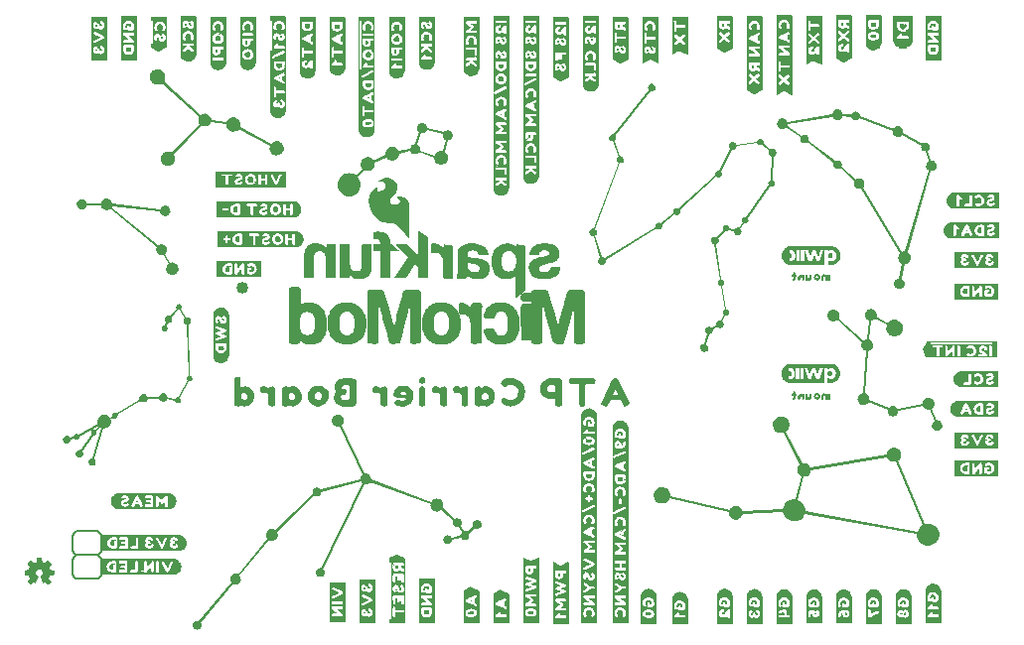
<source format=gbo>
G04 EAGLE Gerber RS-274X export*
G75*
%MOMM*%
%FSLAX34Y34*%
%LPD*%
%INSilkscreen Bottom*%
%IPPOS*%
%AMOC8*
5,1,8,0,0,1.08239X$1,22.5*%
G01*
%ADD10C,1.016000*%
%ADD11C,0.203200*%
%ADD12R,0.040000X2.160000*%
%ADD13R,0.040000X2.280000*%
%ADD14R,0.040000X2.360000*%
%ADD15R,0.040000X2.440000*%
%ADD16R,0.040000X2.480000*%
%ADD17R,0.040000X2.520000*%
%ADD18R,0.040000X2.560000*%
%ADD19R,0.040000X2.600000*%
%ADD20R,0.040000X0.440000*%
%ADD21R,0.040000X0.720000*%
%ADD22R,0.040000X0.600000*%
%ADD23R,0.040000X0.480000*%
%ADD24R,0.040000X0.760000*%
%ADD25R,0.040000X0.360000*%
%ADD26R,0.040000X0.280000*%
%ADD27R,0.040000X0.800000*%
%ADD28R,0.040000X0.200000*%
%ADD29R,0.040000X0.240000*%
%ADD30R,0.040000X0.160000*%
%ADD31R,0.040000X0.320000*%
%ADD32R,0.040000X0.120000*%
%ADD33R,0.040000X0.840000*%
%ADD34R,0.040000X0.400000*%
%ADD35R,0.040000X0.080000*%
%ADD36R,0.040000X0.040000*%
%ADD37R,0.040000X0.560000*%

G36*
X759000Y305665D02*
X759000Y305665D01*
X759040Y305674D01*
X759080Y305674D01*
X759902Y305846D01*
X759939Y305863D01*
X759979Y305870D01*
X760751Y306203D01*
X760783Y306227D01*
X760820Y306242D01*
X761490Y306708D01*
X761517Y306737D01*
X761549Y306758D01*
X762106Y307336D01*
X762126Y307369D01*
X762154Y307396D01*
X762587Y308064D01*
X762600Y308100D01*
X762622Y308132D01*
X762920Y308870D01*
X762926Y308908D01*
X762942Y308943D01*
X763095Y309731D01*
X763093Y309770D01*
X763102Y309809D01*
X763098Y310624D01*
X763089Y310663D01*
X763090Y310703D01*
X762918Y311526D01*
X762899Y311567D01*
X762890Y311610D01*
X762478Y312514D01*
X762448Y312552D01*
X762428Y312595D01*
X762348Y312696D01*
X762348Y312697D01*
X761831Y313351D01*
X761794Y313380D01*
X761765Y313416D01*
X761021Y314006D01*
X760980Y314025D01*
X760945Y314053D01*
X760368Y314328D01*
X762843Y326917D01*
X763490Y326925D01*
X763528Y326935D01*
X763568Y326934D01*
X764546Y327142D01*
X764582Y327159D01*
X764620Y327166D01*
X765565Y327570D01*
X765598Y327594D01*
X765635Y327609D01*
X766456Y328177D01*
X766482Y328206D01*
X766516Y328228D01*
X767197Y328934D01*
X767210Y328955D01*
X767226Y328967D01*
X767233Y328982D01*
X767245Y328994D01*
X767775Y329811D01*
X767789Y329847D01*
X767811Y329879D01*
X768176Y330783D01*
X768182Y330821D01*
X768198Y330856D01*
X768384Y331821D01*
X768383Y331860D01*
X768392Y331899D01*
X768387Y332898D01*
X768377Y332938D01*
X768378Y332978D01*
X768168Y333987D01*
X768150Y334027D01*
X768142Y334069D01*
X767680Y335102D01*
X767653Y335138D01*
X767634Y335179D01*
X766974Y336056D01*
X766941Y336084D01*
X766915Y336119D01*
X766093Y336823D01*
X766055Y336843D01*
X766024Y336871D01*
X765359Y337232D01*
X785531Y406126D01*
X786141Y406098D01*
X786186Y406106D01*
X786231Y406104D01*
X787167Y406276D01*
X787208Y406294D01*
X787253Y406302D01*
X788025Y406636D01*
X788057Y406659D01*
X788094Y406674D01*
X788764Y407140D01*
X788791Y407169D01*
X788824Y407191D01*
X789381Y407768D01*
X789401Y407801D01*
X789428Y407828D01*
X789861Y408497D01*
X789874Y408533D01*
X789896Y408564D01*
X790195Y409302D01*
X790201Y409341D01*
X790216Y409376D01*
X790369Y410163D01*
X790368Y410203D01*
X790376Y410241D01*
X790372Y411056D01*
X790363Y411096D01*
X790364Y411136D01*
X790193Y411958D01*
X790177Y411994D01*
X790170Y412032D01*
X789871Y412740D01*
X789849Y412771D01*
X789836Y412805D01*
X789425Y413428D01*
X789399Y413453D01*
X789380Y413485D01*
X788871Y414014D01*
X788841Y414033D01*
X788818Y414060D01*
X788229Y414487D01*
X788196Y414501D01*
X788169Y414523D01*
X787515Y414841D01*
X787481Y414849D01*
X787450Y414865D01*
X786748Y415065D01*
X786712Y415067D01*
X786679Y415079D01*
X785944Y415153D01*
X785908Y415149D01*
X785873Y415154D01*
X785438Y415120D01*
X782729Y423702D01*
X783422Y424232D01*
X783466Y424285D01*
X783515Y424333D01*
X784126Y425281D01*
X784149Y425346D01*
X784179Y425407D01*
X784257Y425746D01*
X784258Y425746D01*
X784435Y426512D01*
X784435Y426583D01*
X784442Y426653D01*
X784293Y427820D01*
X784274Y427873D01*
X784264Y427927D01*
X784000Y428541D01*
X783976Y428573D01*
X783961Y428611D01*
X783591Y429144D01*
X783562Y429170D01*
X783541Y429203D01*
X783081Y429646D01*
X783048Y429666D01*
X783021Y429694D01*
X782490Y430039D01*
X782454Y430052D01*
X782422Y430074D01*
X781835Y430312D01*
X781797Y430318D01*
X781761Y430333D01*
X781135Y430455D01*
X781095Y430453D01*
X781057Y430462D01*
X780408Y430458D01*
X780368Y430449D01*
X780328Y430450D01*
X779673Y430312D01*
X779628Y430291D01*
X779580Y430280D01*
X779391Y430187D01*
X778702Y429850D01*
X778657Y429813D01*
X778607Y429785D01*
X778129Y429343D01*
X761578Y438585D01*
X761806Y439636D01*
X761805Y439686D01*
X761814Y439736D01*
X761788Y440437D01*
X761778Y440472D01*
X761779Y440507D01*
X761624Y441213D01*
X761608Y441247D01*
X761601Y441285D01*
X761269Y442059D01*
X761245Y442091D01*
X761230Y442129D01*
X760765Y442800D01*
X760736Y442827D01*
X760714Y442860D01*
X760138Y443417D01*
X760104Y443437D01*
X760077Y443465D01*
X759410Y443898D01*
X759373Y443911D01*
X759342Y443933D01*
X758604Y444231D01*
X758566Y444238D01*
X758531Y444253D01*
X757743Y444406D01*
X757704Y444405D01*
X757666Y444413D01*
X756850Y444410D01*
X756811Y444401D01*
X756771Y444402D01*
X755948Y444232D01*
X755911Y444215D01*
X755871Y444208D01*
X755109Y443880D01*
X755076Y443856D01*
X755039Y443841D01*
X754377Y443383D01*
X754350Y443354D01*
X754318Y443333D01*
X753765Y442765D01*
X753745Y442732D01*
X753717Y442706D01*
X753459Y442313D01*
X724888Y452872D01*
X724926Y453368D01*
X724919Y453418D01*
X724921Y453468D01*
X724780Y454277D01*
X724762Y454320D01*
X724754Y454366D01*
X724489Y454981D01*
X724465Y455014D01*
X724451Y455051D01*
X724081Y455585D01*
X724051Y455612D01*
X724047Y455618D01*
X724043Y455628D01*
X724039Y455631D01*
X724030Y455645D01*
X723571Y456089D01*
X723537Y456109D01*
X723511Y456137D01*
X722979Y456482D01*
X722943Y456495D01*
X722911Y456517D01*
X722324Y456754D01*
X722286Y456760D01*
X722251Y456776D01*
X721624Y456898D01*
X721585Y456897D01*
X721546Y456905D01*
X720897Y456902D01*
X720858Y456893D01*
X720818Y456894D01*
X720163Y456759D01*
X720120Y456739D01*
X720074Y456729D01*
X719670Y456538D01*
X719285Y456356D01*
X719244Y456323D01*
X719197Y456299D01*
X718555Y455755D01*
X718525Y455715D01*
X718487Y455681D01*
X718009Y455002D01*
X717990Y454956D01*
X717963Y454914D01*
X717772Y454414D01*
X710253Y454912D01*
X710136Y455574D01*
X710118Y455616D01*
X710110Y455662D01*
X709777Y456433D01*
X709754Y456466D01*
X709739Y456503D01*
X709274Y457173D01*
X709244Y457200D01*
X709223Y457233D01*
X708646Y457790D01*
X708613Y457810D01*
X708586Y457837D01*
X707918Y458271D01*
X707882Y458284D01*
X707851Y458306D01*
X707113Y458604D01*
X707075Y458610D01*
X707039Y458626D01*
X706252Y458778D01*
X706213Y458777D01*
X706174Y458785D01*
X705359Y458781D01*
X705319Y458772D01*
X705279Y458773D01*
X704457Y458600D01*
X704408Y458578D01*
X704358Y458566D01*
X703142Y457949D01*
X703091Y457906D01*
X703036Y457871D01*
X702121Y456927D01*
X702088Y456872D01*
X702049Y456823D01*
X701479Y455647D01*
X701464Y455585D01*
X701442Y455527D01*
X701303Y454506D01*
X663070Y448345D01*
X662844Y448870D01*
X662820Y448903D01*
X662806Y448940D01*
X662341Y449610D01*
X662323Y449626D01*
X662316Y449639D01*
X662302Y449650D01*
X662290Y449670D01*
X661713Y450226D01*
X661680Y450246D01*
X661653Y450274D01*
X660985Y450707D01*
X660949Y450721D01*
X660918Y450743D01*
X660180Y451041D01*
X660141Y451047D01*
X660106Y451063D01*
X659319Y451215D01*
X659279Y451214D01*
X659241Y451222D01*
X658425Y451218D01*
X658386Y451209D01*
X658346Y451209D01*
X657523Y451037D01*
X657487Y451021D01*
X657448Y451013D01*
X656676Y450683D01*
X656643Y450659D01*
X656606Y450644D01*
X655936Y450181D01*
X655909Y450151D01*
X655876Y450130D01*
X655319Y449554D01*
X655299Y449520D01*
X655271Y449494D01*
X654838Y448826D01*
X654825Y448790D01*
X654803Y448759D01*
X654505Y448021D01*
X654499Y447983D01*
X654483Y447947D01*
X654331Y447160D01*
X654332Y447121D01*
X654323Y447082D01*
X654328Y446267D01*
X654337Y446228D01*
X654336Y446188D01*
X654507Y445365D01*
X654524Y445328D01*
X654532Y445289D01*
X654864Y444517D01*
X654887Y444485D01*
X654902Y444447D01*
X655367Y443777D01*
X655396Y443751D01*
X655418Y443718D01*
X655995Y443160D01*
X656028Y443140D01*
X656054Y443113D01*
X656722Y442679D01*
X656758Y442666D01*
X656790Y442644D01*
X657528Y442345D01*
X657566Y442338D01*
X657601Y442323D01*
X658388Y442169D01*
X658428Y442170D01*
X658466Y442162D01*
X659281Y442164D01*
X659321Y442173D01*
X659361Y442172D01*
X660183Y442342D01*
X660229Y442362D01*
X660277Y442373D01*
X661272Y442854D01*
X661314Y442887D01*
X661360Y442912D01*
X661937Y443411D01*
X674310Y434917D01*
X674082Y434043D01*
X674080Y433969D01*
X674072Y433897D01*
X674213Y432679D01*
X674233Y432623D01*
X674243Y432567D01*
X674507Y431953D01*
X674531Y431921D01*
X674546Y431883D01*
X674916Y431351D01*
X674945Y431325D01*
X674967Y431292D01*
X675426Y430849D01*
X675459Y430829D01*
X675486Y430802D01*
X676018Y430458D01*
X676054Y430445D01*
X676085Y430423D01*
X676673Y430186D01*
X676711Y430180D01*
X676746Y430164D01*
X677372Y430043D01*
X677412Y430044D01*
X677450Y430035D01*
X678099Y430038D01*
X678138Y430047D01*
X678178Y430046D01*
X678833Y430182D01*
X678872Y430200D01*
X678915Y430208D01*
X679571Y430502D01*
X679606Y430528D01*
X679646Y430546D01*
X679963Y430780D01*
X702439Y413233D01*
X702309Y412920D01*
X702302Y412882D01*
X702286Y412846D01*
X702158Y412213D01*
X702159Y412173D01*
X702150Y412134D01*
X702149Y411476D01*
X702158Y411437D01*
X702157Y411396D01*
X702294Y410729D01*
X702311Y410691D01*
X702318Y410651D01*
X702583Y410038D01*
X702607Y410005D01*
X702622Y409968D01*
X702992Y409436D01*
X703021Y409409D01*
X703043Y409376D01*
X703502Y408934D01*
X703535Y408914D01*
X703562Y408886D01*
X704094Y408542D01*
X704130Y408529D01*
X704161Y408507D01*
X704748Y408270D01*
X704787Y408264D01*
X704822Y408249D01*
X705448Y408127D01*
X705488Y408129D01*
X705526Y408120D01*
X706175Y408123D01*
X706214Y408132D01*
X706254Y408131D01*
X706909Y408267D01*
X706962Y408291D01*
X707017Y408306D01*
X707845Y408753D01*
X720374Y397741D01*
X720102Y397214D01*
X720091Y397173D01*
X720071Y397135D01*
X719834Y396260D01*
X719833Y396215D01*
X719821Y396172D01*
X719783Y395254D01*
X719791Y395208D01*
X719790Y395162D01*
X719969Y394230D01*
X719976Y394213D01*
X719976Y394206D01*
X719988Y394182D01*
X719994Y394148D01*
X720326Y393376D01*
X720350Y393343D01*
X720365Y393306D01*
X720829Y392636D01*
X720859Y392610D01*
X720880Y392577D01*
X721457Y392020D01*
X721490Y392000D01*
X721517Y391972D01*
X722185Y391539D01*
X722221Y391525D01*
X722253Y391504D01*
X722990Y391205D01*
X723029Y391199D01*
X723064Y391183D01*
X723851Y391031D01*
X723891Y391032D01*
X723929Y391024D01*
X724745Y391028D01*
X724784Y391037D01*
X724824Y391037D01*
X725647Y391209D01*
X725683Y391225D01*
X725722Y391232D01*
X725806Y391268D01*
X759323Y336431D01*
X758418Y335427D01*
X758390Y335377D01*
X758354Y335332D01*
X757720Y334005D01*
X757707Y333947D01*
X757686Y333893D01*
X757461Y332425D01*
X757465Y332364D01*
X757461Y332304D01*
X757695Y330781D01*
X757713Y330735D01*
X757713Y330725D01*
X757719Y330713D01*
X757727Y330675D01*
X758250Y329536D01*
X758280Y329496D01*
X758301Y329452D01*
X759060Y328506D01*
X759098Y328476D01*
X759128Y328440D01*
X760076Y327709D01*
X760119Y327690D01*
X760155Y327662D01*
X760956Y327299D01*
X758480Y314714D01*
X758060Y314705D01*
X758023Y314696D01*
X757986Y314697D01*
X757241Y314541D01*
X757204Y314524D01*
X757164Y314517D01*
X756393Y314184D01*
X756360Y314160D01*
X756323Y314145D01*
X755653Y313679D01*
X755627Y313650D01*
X755594Y313629D01*
X755037Y313051D01*
X755017Y313018D01*
X754990Y312991D01*
X754557Y312323D01*
X754543Y312287D01*
X754522Y312255D01*
X754223Y311517D01*
X754217Y311479D01*
X754202Y311443D01*
X754049Y310656D01*
X754050Y310617D01*
X754042Y310578D01*
X754045Y309763D01*
X754055Y309724D01*
X754054Y309683D01*
X754225Y308861D01*
X754242Y308824D01*
X754249Y308785D01*
X754581Y308013D01*
X754605Y307980D01*
X754620Y307943D01*
X755085Y307273D01*
X755114Y307246D01*
X755135Y307214D01*
X755712Y306657D01*
X755745Y306636D01*
X755772Y306609D01*
X756440Y306176D01*
X756476Y306162D01*
X756508Y306140D01*
X757246Y305842D01*
X757284Y305836D01*
X757320Y305820D01*
X758107Y305668D01*
X758146Y305669D01*
X758185Y305661D01*
X759000Y305665D01*
G37*
G36*
X784295Y86480D02*
X784295Y86480D01*
X784334Y86490D01*
X784374Y86491D01*
X786159Y86923D01*
X786195Y86941D01*
X786235Y86950D01*
X787898Y87730D01*
X787930Y87755D01*
X787966Y87771D01*
X789397Y88834D01*
X789423Y88864D01*
X789455Y88887D01*
X790631Y90186D01*
X790650Y90220D01*
X790677Y90248D01*
X791575Y91737D01*
X791587Y91774D01*
X791608Y91806D01*
X792208Y93438D01*
X792213Y93477D01*
X792227Y93513D01*
X792505Y95242D01*
X792503Y95282D01*
X792510Y95320D01*
X792444Y97100D01*
X792434Y97139D01*
X792433Y97179D01*
X792001Y98962D01*
X791983Y98998D01*
X791975Y99037D01*
X791205Y100684D01*
X791180Y100716D01*
X791164Y100752D01*
X790117Y102171D01*
X790087Y102197D01*
X790065Y102229D01*
X788785Y103398D01*
X788751Y103417D01*
X788724Y103444D01*
X787256Y104342D01*
X787220Y104354D01*
X787188Y104375D01*
X785578Y104981D01*
X785540Y104986D01*
X785505Y105001D01*
X783797Y105293D01*
X783758Y105291D01*
X783720Y105299D01*
X781960Y105257D01*
X781922Y105247D01*
X781882Y105247D01*
X780439Y104921D01*
X757358Y159031D01*
X757917Y159428D01*
X757940Y159454D01*
X757969Y159472D01*
X758666Y160176D01*
X758684Y160206D01*
X758709Y160228D01*
X759272Y161033D01*
X759285Y161065D01*
X759306Y161091D01*
X759724Y161976D01*
X759731Y162009D01*
X759747Y162039D01*
X760012Y162984D01*
X760014Y163019D01*
X760025Y163051D01*
X760125Y164037D01*
X760121Y164072D01*
X760126Y164106D01*
X760054Y165112D01*
X760046Y165137D01*
X760046Y165154D01*
X760043Y165160D01*
X760042Y165182D01*
X759786Y166188D01*
X759769Y166222D01*
X759761Y166259D01*
X759262Y167323D01*
X759237Y167355D01*
X759221Y167392D01*
X758540Y168307D01*
X758510Y168333D01*
X758488Y168365D01*
X757656Y169118D01*
X757622Y169137D01*
X757594Y169163D01*
X756641Y169739D01*
X756604Y169751D01*
X756572Y169772D01*
X755527Y170156D01*
X755488Y170161D01*
X755452Y170175D01*
X754345Y170354D01*
X754305Y170351D01*
X754267Y170359D01*
X753127Y170317D01*
X753087Y170307D01*
X753047Y170306D01*
X751905Y170031D01*
X751871Y170014D01*
X751835Y170007D01*
X750960Y169616D01*
X750933Y169596D01*
X750902Y169584D01*
X750125Y169069D01*
X750103Y169045D01*
X750074Y169029D01*
X749403Y168406D01*
X749385Y168380D01*
X749360Y168360D01*
X748802Y167645D01*
X748788Y167617D01*
X748767Y167593D01*
X748328Y166803D01*
X748320Y166773D01*
X748303Y166747D01*
X747991Y165897D01*
X747987Y165866D01*
X747974Y165838D01*
X747795Y164945D01*
X747796Y164913D01*
X747788Y164883D01*
X747763Y164286D01*
X682717Y153312D01*
X682296Y154209D01*
X682272Y154241D01*
X682256Y154277D01*
X681618Y155137D01*
X681588Y155162D01*
X681566Y155194D01*
X680786Y155901D01*
X680753Y155920D01*
X680725Y155947D01*
X679832Y156489D01*
X679796Y156501D01*
X679764Y156522D01*
X678784Y156885D01*
X678746Y156890D01*
X678710Y156904D01*
X677672Y157076D01*
X677640Y157074D01*
X677613Y157080D01*
X677599Y157080D01*
X677595Y157081D01*
X676525Y157048D01*
X676487Y157038D01*
X676447Y157038D01*
X675680Y156859D01*
X661959Y184012D01*
X662581Y184497D01*
X662602Y184523D01*
X662629Y184541D01*
X663374Y185352D01*
X663391Y185381D01*
X663414Y185404D01*
X664013Y186318D01*
X664025Y186349D01*
X664044Y186375D01*
X664487Y187372D01*
X664493Y187404D01*
X664508Y187433D01*
X664784Y188492D01*
X664785Y188523D01*
X664789Y188532D01*
X664789Y188539D01*
X664795Y188557D01*
X664893Y189657D01*
X664888Y189691D01*
X664893Y189725D01*
X664803Y190845D01*
X664793Y190878D01*
X664792Y190913D01*
X664503Y192032D01*
X664486Y192066D01*
X664478Y192102D01*
X663902Y193333D01*
X663878Y193364D01*
X663861Y193401D01*
X663076Y194459D01*
X663046Y194485D01*
X663024Y194517D01*
X662064Y195387D01*
X662030Y195406D01*
X662002Y195433D01*
X660902Y196097D01*
X660865Y196109D01*
X660833Y196130D01*
X659626Y196573D01*
X659588Y196578D01*
X659552Y196592D01*
X658274Y196797D01*
X658234Y196794D01*
X658196Y196802D01*
X656880Y196752D01*
X656841Y196741D01*
X656801Y196741D01*
X655482Y196420D01*
X655446Y196402D01*
X655407Y196394D01*
X654179Y195819D01*
X654147Y195794D01*
X654110Y195778D01*
X653053Y194994D01*
X653028Y194964D01*
X652995Y194942D01*
X652127Y193982D01*
X652108Y193948D01*
X652081Y193921D01*
X651417Y192821D01*
X651405Y192784D01*
X651384Y192752D01*
X650941Y191545D01*
X650938Y191523D01*
X650930Y191505D01*
X650930Y191491D01*
X650922Y191471D01*
X650716Y190192D01*
X650719Y190152D01*
X650712Y190114D01*
X650760Y188797D01*
X650771Y188758D01*
X650771Y188718D01*
X651090Y187397D01*
X651109Y187361D01*
X651117Y187321D01*
X651693Y186094D01*
X651718Y186062D01*
X651734Y186025D01*
X652520Y184969D01*
X652550Y184943D01*
X652572Y184911D01*
X653532Y184043D01*
X653566Y184024D01*
X653594Y183997D01*
X654694Y183334D01*
X654731Y183322D01*
X654763Y183301D01*
X655969Y182859D01*
X656008Y182854D01*
X656044Y182839D01*
X657322Y182635D01*
X657350Y182637D01*
X657371Y182632D01*
X657390Y182632D01*
X657400Y182630D01*
X658715Y182680D01*
X658755Y182691D01*
X658795Y182691D01*
X659927Y182967D01*
X673645Y155812D01*
X673202Y155449D01*
X673182Y155423D01*
X673155Y155405D01*
X672572Y154744D01*
X672556Y154716D01*
X672534Y154694D01*
X672066Y153955D01*
X672055Y153924D01*
X672036Y153899D01*
X671692Y153097D01*
X671686Y153065D01*
X671671Y153036D01*
X671459Y152187D01*
X671458Y152154D01*
X671448Y152122D01*
X671376Y151241D01*
X671381Y151208D01*
X671376Y151175D01*
X671452Y150278D01*
X671463Y150245D01*
X671464Y150212D01*
X671696Y149314D01*
X671714Y149279D01*
X671723Y149241D01*
X672246Y148156D01*
X672274Y148121D01*
X672293Y148081D01*
X673017Y147170D01*
X673050Y147143D01*
X673076Y147110D01*
X673964Y146383D01*
X674000Y146365D01*
X674031Y146339D01*
X674767Y145954D01*
X669856Y126026D01*
X669107Y126106D01*
X669083Y126103D01*
X669060Y126108D01*
X667949Y126096D01*
X667924Y126090D01*
X667899Y126092D01*
X666782Y125938D01*
X666756Y125928D01*
X666729Y125927D01*
X665615Y125618D01*
X665590Y125604D01*
X665562Y125599D01*
X664273Y125032D01*
X664248Y125014D01*
X664219Y125003D01*
X663064Y124265D01*
X663042Y124243D01*
X663015Y124228D01*
X662003Y123339D01*
X661985Y123314D01*
X661961Y123296D01*
X661101Y122276D01*
X661088Y122250D01*
X661067Y122229D01*
X660369Y121099D01*
X660360Y121072D01*
X660342Y121048D01*
X659816Y119829D01*
X659811Y119801D01*
X659797Y119775D01*
X659452Y118488D01*
X659451Y118458D01*
X659446Y118445D01*
X659445Y118442D01*
X659445Y118441D01*
X659441Y118431D01*
X659326Y117436D01*
X624762Y116020D01*
X624634Y116550D01*
X624616Y116586D01*
X624608Y116625D01*
X624137Y117629D01*
X624112Y117661D01*
X624096Y117697D01*
X623455Y118560D01*
X623425Y118586D01*
X623402Y118618D01*
X622618Y119327D01*
X622584Y119346D01*
X622557Y119373D01*
X621658Y119915D01*
X621622Y119927D01*
X621589Y119948D01*
X620604Y120309D01*
X620566Y120314D01*
X620530Y120329D01*
X619486Y120497D01*
X619447Y120494D01*
X619408Y120502D01*
X618334Y120463D01*
X618295Y120452D01*
X618255Y120452D01*
X617178Y120194D01*
X617139Y120174D01*
X617097Y120164D01*
X616003Y119633D01*
X615968Y119605D01*
X615928Y119585D01*
X615009Y118848D01*
X614982Y118814D01*
X614948Y118788D01*
X614799Y118602D01*
X614477Y118203D01*
X614220Y117884D01*
X614202Y117846D01*
X614175Y117815D01*
X613793Y117063D01*
X563148Y129036D01*
X563168Y130216D01*
X563158Y130262D01*
X563159Y130308D01*
X562828Y131822D01*
X562809Y131863D01*
X562800Y131906D01*
X562224Y133135D01*
X562199Y133166D01*
X562183Y133203D01*
X561398Y134260D01*
X561368Y134286D01*
X561345Y134318D01*
X560385Y135187D01*
X560352Y135206D01*
X560324Y135233D01*
X559224Y135898D01*
X559187Y135910D01*
X559155Y135931D01*
X557949Y136375D01*
X557910Y136380D01*
X557874Y136394D01*
X556596Y136600D01*
X556557Y136597D01*
X556518Y136604D01*
X555202Y136556D01*
X555163Y136545D01*
X555123Y136545D01*
X553804Y136224D01*
X553768Y136206D01*
X553729Y136198D01*
X552501Y135623D01*
X552469Y135598D01*
X552432Y135582D01*
X551376Y134797D01*
X551350Y134767D01*
X551318Y134744D01*
X550449Y133784D01*
X550445Y133777D01*
X550440Y133774D01*
X550428Y133749D01*
X550403Y133723D01*
X549739Y132622D01*
X549727Y132585D01*
X549706Y132553D01*
X549263Y131346D01*
X549258Y131307D01*
X549244Y131272D01*
X549039Y129993D01*
X549041Y129953D01*
X549034Y129915D01*
X549083Y128599D01*
X549093Y128560D01*
X549094Y128520D01*
X549413Y127201D01*
X549431Y127165D01*
X549439Y127126D01*
X550015Y125898D01*
X550040Y125866D01*
X550056Y125829D01*
X550841Y124773D01*
X550871Y124747D01*
X550894Y124715D01*
X551854Y123847D01*
X551888Y123828D01*
X551915Y123801D01*
X553016Y123137D01*
X553052Y123125D01*
X553084Y123104D01*
X554291Y122661D01*
X554329Y122656D01*
X554365Y122642D01*
X555643Y122436D01*
X555682Y122438D01*
X555721Y122431D01*
X557036Y122479D01*
X557075Y122489D01*
X557115Y122490D01*
X558434Y122808D01*
X558473Y122827D01*
X558516Y122837D01*
X559223Y123184D01*
X559893Y123512D01*
X559929Y123541D01*
X559970Y123561D01*
X561118Y124499D01*
X561145Y124535D01*
X561179Y124562D01*
X562079Y125713D01*
X562097Y125752D01*
X562124Y125785D01*
X562618Y126809D01*
X613259Y114868D01*
X613260Y114009D01*
X613270Y113966D01*
X613270Y113922D01*
X613536Y112741D01*
X613555Y112702D01*
X613564Y112660D01*
X614035Y111656D01*
X614059Y111624D01*
X614076Y111587D01*
X614717Y110723D01*
X614747Y110697D01*
X614769Y110665D01*
X615553Y109955D01*
X615587Y109936D01*
X615615Y109909D01*
X616513Y109367D01*
X616550Y109355D01*
X616582Y109334D01*
X617567Y108972D01*
X617606Y108967D01*
X617641Y108952D01*
X618685Y108784D01*
X618725Y108787D01*
X618763Y108780D01*
X619838Y108819D01*
X619877Y108830D01*
X619917Y108830D01*
X620994Y109091D01*
X621038Y109114D01*
X621086Y109126D01*
X622498Y109871D01*
X622542Y109909D01*
X622592Y109939D01*
X623691Y111018D01*
X623721Y111065D01*
X623759Y111107D01*
X624507Y112433D01*
X624523Y112486D01*
X624547Y112535D01*
X624834Y113730D01*
X659423Y115155D01*
X659785Y113587D01*
X659803Y113548D01*
X659812Y113507D01*
X660592Y111843D01*
X660617Y111811D01*
X660633Y111775D01*
X661696Y110343D01*
X661726Y110318D01*
X661749Y110285D01*
X663048Y109109D01*
X663082Y109090D01*
X663110Y109063D01*
X664600Y108164D01*
X664636Y108151D01*
X664668Y108131D01*
X666302Y107531D01*
X666340Y107526D01*
X666376Y107511D01*
X668107Y107233D01*
X668146Y107236D01*
X668185Y107228D01*
X669966Y107295D01*
X670005Y107305D01*
X670045Y107306D01*
X671830Y107738D01*
X671860Y107753D01*
X671892Y107759D01*
X672949Y108206D01*
X672970Y108221D01*
X672994Y108228D01*
X673965Y108791D01*
X673984Y108809D01*
X674007Y108819D01*
X674886Y109487D01*
X674902Y109506D01*
X674923Y109519D01*
X675705Y110281D01*
X675719Y110302D01*
X675738Y110317D01*
X676418Y111162D01*
X676428Y111183D01*
X676445Y111200D01*
X677018Y112116D01*
X677026Y112139D01*
X677041Y112158D01*
X677501Y113134D01*
X677506Y113157D01*
X677519Y113177D01*
X677752Y113874D01*
X773651Y96413D01*
X773675Y94718D01*
X773685Y94677D01*
X773685Y94634D01*
X774114Y92772D01*
X774132Y92733D01*
X774141Y92692D01*
X774921Y91028D01*
X774946Y90996D01*
X774962Y90960D01*
X776025Y89528D01*
X776055Y89502D01*
X776077Y89470D01*
X777377Y88294D01*
X777411Y88275D01*
X777438Y88248D01*
X778928Y87348D01*
X778965Y87336D01*
X778997Y87315D01*
X780630Y86716D01*
X780669Y86711D01*
X780705Y86696D01*
X782435Y86418D01*
X782475Y86421D01*
X782513Y86413D01*
X784295Y86480D01*
G37*
%LPC*%
G36*
X727435Y392302D02*
X727435Y392302D01*
X728054Y392982D01*
X728083Y393034D01*
X728119Y393079D01*
X728641Y394171D01*
X728654Y394228D01*
X728675Y394283D01*
X728860Y395493D01*
X728856Y395553D01*
X728860Y395613D01*
X728667Y396868D01*
X728649Y396916D01*
X728639Y396965D01*
X728307Y397737D01*
X728283Y397769D01*
X728268Y397807D01*
X727803Y398476D01*
X727774Y398503D01*
X727752Y398535D01*
X727176Y399091D01*
X727142Y399112D01*
X727115Y399139D01*
X726447Y399571D01*
X726411Y399585D01*
X726380Y399606D01*
X725642Y399904D01*
X725604Y399910D01*
X725569Y399926D01*
X724781Y400078D01*
X724742Y400077D01*
X724704Y400086D01*
X723888Y400082D01*
X723849Y400073D01*
X723809Y400074D01*
X722987Y399904D01*
X722948Y399887D01*
X722907Y399879D01*
X722122Y399535D01*
X722090Y399511D01*
X722052Y399495D01*
X721631Y399198D01*
X709130Y410192D01*
X709297Y410539D01*
X709306Y410579D01*
X709325Y410616D01*
X709491Y411288D01*
X709491Y411331D01*
X709502Y411373D01*
X709522Y412075D01*
X709513Y412119D01*
X709514Y412163D01*
X709374Y412875D01*
X709357Y412914D01*
X709349Y412955D01*
X709085Y413571D01*
X709061Y413604D01*
X709046Y413641D01*
X708676Y414175D01*
X708647Y414202D01*
X708626Y414235D01*
X708166Y414679D01*
X708133Y414699D01*
X708106Y414727D01*
X707575Y415071D01*
X707539Y415085D01*
X707507Y415107D01*
X706920Y415344D01*
X706882Y415350D01*
X706846Y415366D01*
X706220Y415488D01*
X706180Y415486D01*
X706142Y415495D01*
X705493Y415492D01*
X705454Y415483D01*
X705414Y415484D01*
X704759Y415349D01*
X704719Y415331D01*
X704677Y415322D01*
X704020Y415029D01*
X704005Y415017D01*
X703999Y415016D01*
X703978Y414999D01*
X703945Y414985D01*
X703628Y414750D01*
X681152Y432290D01*
X681283Y432604D01*
X681289Y432642D01*
X681305Y432677D01*
X681434Y433312D01*
X681433Y433353D01*
X681442Y433391D01*
X681443Y434049D01*
X681434Y434090D01*
X681435Y434131D01*
X681298Y434794D01*
X681281Y434831D01*
X681274Y434871D01*
X681009Y435486D01*
X680986Y435519D01*
X680971Y435556D01*
X680601Y436091D01*
X680571Y436117D01*
X680550Y436150D01*
X680091Y436594D01*
X680058Y436614D01*
X680031Y436642D01*
X679499Y436987D01*
X679463Y437000D01*
X679432Y437022D01*
X678844Y437260D01*
X678806Y437266D01*
X678771Y437281D01*
X678144Y437403D01*
X678104Y437402D01*
X678066Y437410D01*
X677417Y437408D01*
X677378Y437399D01*
X677338Y437399D01*
X676683Y437264D01*
X676639Y437244D01*
X676593Y437234D01*
X675851Y436882D01*
X675812Y436852D01*
X675768Y436830D01*
X675386Y436516D01*
X663036Y444992D01*
X663265Y445643D01*
X663270Y445689D01*
X663280Y445708D01*
X663280Y445720D01*
X663286Y445738D01*
X663352Y446438D01*
X701573Y452598D01*
X701796Y452080D01*
X701820Y452048D01*
X701835Y452010D01*
X702300Y451341D01*
X702329Y451314D01*
X702350Y451281D01*
X702927Y450724D01*
X702960Y450704D01*
X702987Y450676D01*
X703655Y450243D01*
X703673Y450236D01*
X703683Y450229D01*
X703697Y450226D01*
X703723Y450208D01*
X704461Y449910D01*
X704499Y449904D01*
X704534Y449888D01*
X705322Y449736D01*
X705361Y449737D01*
X705400Y449728D01*
X706215Y449733D01*
X706254Y449742D01*
X706295Y449741D01*
X707117Y449913D01*
X707160Y449933D01*
X707206Y449943D01*
X708227Y450426D01*
X708270Y450460D01*
X708318Y450486D01*
X709140Y451202D01*
X709171Y451245D01*
X709210Y451281D01*
X709809Y452176D01*
X709828Y452224D01*
X709855Y452267D01*
X710108Y452999D01*
X717625Y452493D01*
X717698Y452138D01*
X717715Y452103D01*
X717715Y452097D01*
X717717Y452092D01*
X717723Y452061D01*
X717987Y451448D01*
X718011Y451415D01*
X718026Y451378D01*
X718396Y450846D01*
X718425Y450819D01*
X718447Y450786D01*
X718906Y450344D01*
X718939Y450324D01*
X718966Y450296D01*
X719498Y449953D01*
X719534Y449939D01*
X719565Y449918D01*
X720152Y449681D01*
X720191Y449674D01*
X720226Y449659D01*
X720852Y449538D01*
X720892Y449539D01*
X720930Y449530D01*
X721579Y449533D01*
X721618Y449542D01*
X721658Y449541D01*
X722313Y449677D01*
X722366Y449701D01*
X722422Y449717D01*
X723504Y450304D01*
X723560Y450353D01*
X723618Y450396D01*
X724205Y451088D01*
X752816Y440509D01*
X752743Y439753D01*
X752750Y439700D01*
X752746Y439648D01*
X752928Y438567D01*
X752942Y438533D01*
X752942Y438522D01*
X752949Y438508D01*
X752955Y438476D01*
X753287Y437704D01*
X753311Y437671D01*
X753326Y437634D01*
X753791Y436964D01*
X753820Y436937D01*
X753841Y436904D01*
X754418Y436347D01*
X754451Y436327D01*
X754478Y436300D01*
X755146Y435867D01*
X755162Y435861D01*
X755168Y435856D01*
X755183Y435852D01*
X755214Y435831D01*
X755952Y435533D01*
X755990Y435527D01*
X756025Y435511D01*
X756812Y435359D01*
X756852Y435360D01*
X756890Y435352D01*
X757706Y435356D01*
X757745Y435365D01*
X757785Y435365D01*
X758608Y435537D01*
X758655Y435558D01*
X758705Y435571D01*
X759869Y436154D01*
X759917Y436194D01*
X759970Y436227D01*
X760653Y436900D01*
X777198Y427651D01*
X777060Y426918D01*
X777063Y426853D01*
X777057Y426789D01*
X777205Y425726D01*
X777230Y425661D01*
X777247Y425595D01*
X777795Y424553D01*
X777841Y424499D01*
X777882Y424442D01*
X778726Y423684D01*
X778786Y423650D01*
X778841Y423611D01*
X779886Y423184D01*
X779955Y423173D01*
X780021Y423155D01*
X780891Y423119D01*
X783600Y414544D01*
X783223Y414321D01*
X783197Y414296D01*
X783165Y414280D01*
X782606Y413796D01*
X782585Y413767D01*
X782558Y413745D01*
X782097Y413178D01*
X782082Y413146D01*
X782058Y413120D01*
X781706Y412484D01*
X781696Y412450D01*
X781677Y412420D01*
X781440Y411732D01*
X781437Y411696D01*
X781423Y411663D01*
X781311Y410937D01*
X781314Y410901D01*
X781307Y410865D01*
X781328Y410117D01*
X781337Y410081D01*
X781337Y410044D01*
X781500Y409290D01*
X781517Y409253D01*
X781525Y409214D01*
X781888Y408390D01*
X781915Y408355D01*
X781932Y408315D01*
X782449Y407613D01*
X782481Y407585D01*
X782506Y407551D01*
X783148Y406982D01*
X783184Y406962D01*
X783215Y406934D01*
X783682Y406666D01*
X763512Y337772D01*
X762641Y337829D01*
X762593Y337821D01*
X762545Y337824D01*
X761335Y337608D01*
X761292Y337590D01*
X761247Y337581D01*
X760958Y337457D01*
X727435Y392302D01*
G37*
%LPD*%
%LPC*%
G36*
X678129Y116129D02*
X678129Y116129D01*
X678125Y117738D01*
X678115Y117781D01*
X678115Y117825D01*
X677674Y119779D01*
X677659Y119811D01*
X677653Y119846D01*
X677237Y120835D01*
X677223Y120855D01*
X677216Y120878D01*
X676697Y121790D01*
X676673Y121816D01*
X676658Y121847D01*
X675349Y123424D01*
X675313Y123452D01*
X675284Y123487D01*
X673678Y124712D01*
X673638Y124731D01*
X673603Y124757D01*
X672072Y125465D01*
X672150Y125782D01*
X676986Y145403D01*
X677860Y145400D01*
X677904Y145410D01*
X677948Y145410D01*
X679143Y145675D01*
X679180Y145692D01*
X679220Y145700D01*
X680040Y146068D01*
X680066Y146088D01*
X680097Y146099D01*
X680825Y146582D01*
X680848Y146605D01*
X680876Y146621D01*
X681506Y147203D01*
X681524Y147229D01*
X681544Y147246D01*
X681549Y147249D01*
X682074Y147916D01*
X682087Y147945D01*
X682108Y147968D01*
X682523Y148705D01*
X682531Y148735D01*
X682549Y148761D01*
X682845Y149553D01*
X682849Y149584D01*
X682862Y149612D01*
X683034Y150446D01*
X683034Y150477D01*
X683042Y150508D01*
X683068Y151046D01*
X748107Y162026D01*
X748560Y161049D01*
X748584Y161018D01*
X748599Y160982D01*
X749243Y160096D01*
X749272Y160071D01*
X749294Y160039D01*
X750079Y159305D01*
X750112Y159286D01*
X750138Y159259D01*
X751040Y158687D01*
X751075Y158675D01*
X751105Y158654D01*
X752095Y158256D01*
X752132Y158250D01*
X752166Y158235D01*
X753219Y158024D01*
X753256Y158025D01*
X753293Y158016D01*
X754382Y158003D01*
X754420Y158011D01*
X754458Y158010D01*
X755245Y158150D01*
X778344Y104004D01*
X777067Y103155D01*
X777039Y103126D01*
X777005Y103104D01*
X775720Y101809D01*
X775698Y101775D01*
X775669Y101747D01*
X774679Y100236D01*
X774665Y100198D01*
X774642Y100165D01*
X774045Y98665D01*
X678129Y116129D01*
G37*
%LPD*%
G36*
X500644Y20678D02*
X500644Y20678D01*
X500653Y20681D01*
X500853Y21181D01*
X500850Y21187D01*
X500854Y21190D01*
X500854Y197290D01*
X500852Y197292D01*
X500854Y197294D01*
X500754Y197893D01*
X500654Y198593D01*
X500652Y198595D01*
X500653Y198597D01*
X500453Y199297D01*
X500451Y199298D01*
X500452Y199301D01*
X499852Y200501D01*
X499848Y200502D01*
X499849Y200505D01*
X499049Y201505D01*
X499047Y201506D01*
X499047Y201507D01*
X498547Y202007D01*
X498544Y202007D01*
X498543Y202010D01*
X497944Y202410D01*
X497445Y202809D01*
X497442Y202809D01*
X497441Y202812D01*
X496841Y203112D01*
X496840Y203111D01*
X496840Y203112D01*
X496140Y203412D01*
X496136Y203411D01*
X496134Y203414D01*
X495535Y203514D01*
X494837Y203713D01*
X494833Y203711D01*
X494830Y203714D01*
X493530Y203714D01*
X493528Y203713D01*
X493527Y203714D01*
X492827Y203614D01*
X492825Y203612D01*
X492823Y203613D01*
X492123Y203413D01*
X492122Y203413D01*
X491522Y203213D01*
X491521Y203211D01*
X491519Y203212D01*
X490319Y202612D01*
X490318Y202610D01*
X490317Y202610D01*
X489717Y202210D01*
X489716Y202207D01*
X489713Y202207D01*
X489213Y201707D01*
X489213Y201705D01*
X489211Y201705D01*
X488411Y200705D01*
X488411Y200704D01*
X488410Y200703D01*
X488010Y200103D01*
X488010Y200101D01*
X488008Y200101D01*
X487708Y199501D01*
X487709Y199498D01*
X487707Y199498D01*
X487507Y198898D01*
X487508Y198895D01*
X487506Y198893D01*
X487504Y198882D01*
X487501Y198858D01*
X487487Y198761D01*
X487484Y198737D01*
X487480Y198712D01*
X487477Y198688D01*
X487463Y198591D01*
X487459Y198567D01*
X487456Y198543D01*
X487452Y198518D01*
X487439Y198421D01*
X487435Y198397D01*
X487432Y198373D01*
X487428Y198349D01*
X487414Y198252D01*
X487411Y198227D01*
X487407Y198203D01*
X487406Y198193D01*
X487404Y198179D01*
X487390Y198082D01*
X487387Y198058D01*
X487383Y198033D01*
X487380Y198009D01*
X487366Y197912D01*
X487362Y197888D01*
X487359Y197864D01*
X487355Y197839D01*
X487342Y197742D01*
X487338Y197718D01*
X487335Y197694D01*
X487331Y197670D01*
X487317Y197573D01*
X487314Y197548D01*
X487310Y197524D01*
X487307Y197500D01*
X487306Y197493D01*
X487206Y196894D01*
X487207Y196892D01*
X487208Y196892D01*
X487206Y196890D01*
X487206Y20890D01*
X487218Y20876D01*
X487221Y20868D01*
X487721Y20668D01*
X487727Y20670D01*
X487730Y20666D01*
X500630Y20666D01*
X500644Y20678D01*
G37*
G36*
X527211Y20596D02*
X527211Y20596D01*
X527221Y20598D01*
X527521Y21098D01*
X527519Y21106D01*
X527524Y21110D01*
X527524Y187010D01*
X527523Y187012D01*
X527524Y187013D01*
X527424Y187713D01*
X527424Y187714D01*
X527324Y188314D01*
X527322Y188315D01*
X527323Y188317D01*
X527123Y189017D01*
X527123Y189018D01*
X526923Y189618D01*
X526919Y189620D01*
X526920Y189623D01*
X526521Y190222D01*
X526222Y190821D01*
X526217Y190823D01*
X526217Y190827D01*
X525718Y191326D01*
X525319Y191825D01*
X525314Y191826D01*
X525313Y191830D01*
X524714Y192230D01*
X524215Y192629D01*
X524212Y192629D01*
X524211Y192632D01*
X523011Y193232D01*
X523008Y193231D01*
X523007Y193233D01*
X522307Y193433D01*
X522305Y193432D01*
X522303Y193434D01*
X521603Y193534D01*
X521601Y193533D01*
X521600Y193534D01*
X519600Y193534D01*
X519596Y193531D01*
X519592Y193533D01*
X518993Y193333D01*
X518293Y193133D01*
X518292Y193133D01*
X517692Y192933D01*
X517690Y192929D01*
X517687Y192930D01*
X516487Y192130D01*
X516486Y192129D01*
X516485Y192129D01*
X515985Y191729D01*
X515984Y191725D01*
X515981Y191725D01*
X515181Y190725D01*
X515181Y190724D01*
X515180Y190723D01*
X514780Y190123D01*
X514780Y190121D01*
X514778Y190121D01*
X514478Y189521D01*
X514479Y189518D01*
X514477Y189518D01*
X514277Y188918D01*
X514277Y188917D01*
X514077Y188217D01*
X514078Y188215D01*
X514076Y188213D01*
X514071Y188181D01*
X514068Y188156D01*
X514064Y188132D01*
X514061Y188108D01*
X514047Y188011D01*
X514044Y187987D01*
X514040Y187962D01*
X514037Y187938D01*
X514023Y187841D01*
X514019Y187817D01*
X514016Y187793D01*
X514012Y187768D01*
X513999Y187671D01*
X513995Y187647D01*
X513992Y187623D01*
X513988Y187599D01*
X513976Y187513D01*
X513876Y186914D01*
X513878Y186912D01*
X513876Y186910D01*
X513876Y20910D01*
X513886Y20899D01*
X513888Y20889D01*
X514388Y20589D01*
X514396Y20591D01*
X514400Y20586D01*
X527200Y20586D01*
X527211Y20596D01*
G37*
G36*
X419502Y385127D02*
X419502Y385127D01*
X419503Y385126D01*
X420903Y385326D01*
X420905Y385328D01*
X420908Y385327D01*
X421508Y385527D01*
X421509Y385529D01*
X421511Y385528D01*
X422711Y386128D01*
X422712Y386130D01*
X422713Y386130D01*
X423313Y386530D01*
X423314Y386533D01*
X423317Y386533D01*
X423816Y387032D01*
X424315Y387431D01*
X424316Y387436D01*
X424320Y387437D01*
X424720Y388037D01*
X424720Y388039D01*
X424722Y388039D01*
X425622Y389839D01*
X425620Y389844D01*
X425624Y389847D01*
X425625Y389851D01*
X425625Y389852D01*
X425628Y389876D01*
X425632Y389900D01*
X425635Y389924D01*
X425649Y390021D01*
X425652Y390045D01*
X425652Y390046D01*
X425656Y390070D01*
X425659Y390094D01*
X425673Y390191D01*
X425677Y390215D01*
X425680Y390239D01*
X425680Y390240D01*
X425684Y390264D01*
X425697Y390361D01*
X425701Y390385D01*
X425704Y390409D01*
X425708Y390433D01*
X425708Y390434D01*
X425722Y390530D01*
X425722Y390531D01*
X425724Y390546D01*
X425725Y390555D01*
X425737Y390627D01*
X425738Y390627D01*
X425750Y390700D01*
X425762Y390773D01*
X425774Y390846D01*
X425786Y390918D01*
X425798Y390991D01*
X425810Y391064D01*
X425822Y391137D01*
X425824Y391146D01*
X425824Y391147D01*
X425836Y391234D01*
X425840Y391258D01*
X425843Y391282D01*
X425847Y391306D01*
X425847Y391307D01*
X425861Y391403D01*
X425861Y391404D01*
X425864Y391428D01*
X425868Y391452D01*
X425871Y391476D01*
X425885Y391573D01*
X425888Y391597D01*
X425888Y391598D01*
X425892Y391622D01*
X425895Y391646D01*
X425909Y391743D01*
X425913Y391767D01*
X425916Y391791D01*
X425916Y391792D01*
X425920Y391816D01*
X425924Y391847D01*
X425923Y391849D01*
X425924Y391850D01*
X425924Y538150D01*
X425920Y538155D01*
X425922Y538161D01*
X425722Y538561D01*
X425706Y538567D01*
X425700Y538574D01*
X412800Y538574D01*
X412795Y538570D01*
X412791Y538573D01*
X412291Y538373D01*
X412283Y538356D01*
X412276Y538350D01*
X412276Y391650D01*
X412277Y391648D01*
X412276Y391647D01*
X412376Y390947D01*
X412376Y390946D01*
X412476Y390346D01*
X412478Y390345D01*
X412477Y390343D01*
X412677Y389643D01*
X412679Y389642D01*
X412678Y389639D01*
X413278Y388439D01*
X413280Y388438D01*
X413280Y388437D01*
X413680Y387837D01*
X413681Y387836D01*
X413681Y387835D01*
X414081Y387335D01*
X414083Y387335D01*
X414083Y387333D01*
X414583Y386833D01*
X414585Y386833D01*
X414585Y386831D01*
X415085Y386431D01*
X415086Y386431D01*
X415087Y386430D01*
X415687Y386030D01*
X415689Y386030D01*
X415689Y386028D01*
X416889Y385428D01*
X416892Y385429D01*
X416892Y385427D01*
X417492Y385227D01*
X417495Y385228D01*
X417497Y385226D01*
X418197Y385126D01*
X418199Y385127D01*
X418200Y385126D01*
X419500Y385126D01*
X419502Y385127D01*
G37*
G36*
X444801Y395109D02*
X444801Y395109D01*
X444804Y395106D01*
X445403Y395206D01*
X446103Y395306D01*
X446105Y395308D01*
X446107Y395307D01*
X446807Y395507D01*
X446808Y395509D01*
X446811Y395508D01*
X448011Y396108D01*
X448012Y396112D01*
X448015Y396111D01*
X448514Y396510D01*
X449113Y396910D01*
X449115Y396915D01*
X449119Y396915D01*
X449518Y397414D01*
X450017Y397913D01*
X450017Y397918D01*
X450022Y397919D01*
X450321Y398518D01*
X450720Y399117D01*
X450720Y399121D01*
X450723Y399122D01*
X450923Y399722D01*
X450923Y399723D01*
X451123Y400423D01*
X451122Y400425D01*
X451124Y400426D01*
X451126Y400438D01*
X451138Y400510D01*
X451150Y400583D01*
X451162Y400656D01*
X451174Y400729D01*
X451186Y400801D01*
X451187Y400801D01*
X451199Y400874D01*
X451211Y400947D01*
X451223Y401020D01*
X451224Y401026D01*
X451224Y401027D01*
X451230Y401068D01*
X451233Y401092D01*
X451233Y401093D01*
X451237Y401117D01*
X451240Y401141D01*
X451254Y401238D01*
X451258Y401262D01*
X451261Y401286D01*
X451261Y401287D01*
X451265Y401311D01*
X451278Y401408D01*
X451282Y401432D01*
X451285Y401456D01*
X451289Y401480D01*
X451289Y401481D01*
X451303Y401577D01*
X451303Y401578D01*
X451306Y401602D01*
X451310Y401626D01*
X451313Y401650D01*
X451324Y401727D01*
X451323Y401729D01*
X451324Y401730D01*
X451324Y538530D01*
X451311Y538545D01*
X451308Y538553D01*
X450708Y538753D01*
X450703Y538751D01*
X450700Y538754D01*
X437900Y538754D01*
X437885Y538741D01*
X437877Y538738D01*
X437677Y538138D01*
X437678Y538136D01*
X437677Y538135D01*
X437679Y538133D01*
X437676Y538130D01*
X437676Y401830D01*
X437678Y401828D01*
X437676Y401826D01*
X437776Y401226D01*
X437876Y400527D01*
X437878Y400525D01*
X437877Y400523D01*
X438077Y399823D01*
X438077Y399822D01*
X438277Y399222D01*
X438279Y399221D01*
X438278Y399219D01*
X438578Y398619D01*
X438580Y398618D01*
X438580Y398617D01*
X438980Y398017D01*
X438981Y398016D01*
X438981Y398015D01*
X439781Y397015D01*
X439785Y397014D01*
X439785Y397011D01*
X440285Y396611D01*
X440286Y396611D01*
X440287Y396610D01*
X441487Y395810D01*
X441491Y395810D01*
X441492Y395807D01*
X442092Y395607D01*
X442093Y395607D01*
X442793Y395407D01*
X443392Y395207D01*
X443397Y395209D01*
X443400Y395206D01*
X444098Y395206D01*
X444797Y395106D01*
X444801Y395109D01*
G37*
G36*
X452205Y258727D02*
X452205Y258727D01*
X452211Y258726D01*
X452738Y258738D01*
X452781Y258748D01*
X452876Y258760D01*
X453376Y258916D01*
X453384Y258921D01*
X453392Y258922D01*
X453538Y259002D01*
X453949Y259328D01*
X453954Y259334D01*
X453961Y259338D01*
X453986Y259367D01*
X454001Y259377D01*
X454020Y259408D01*
X454068Y259465D01*
X454335Y259916D01*
X454338Y259923D01*
X454342Y259929D01*
X454398Y260086D01*
X454486Y260603D01*
X454485Y260638D01*
X454494Y260688D01*
X454481Y280736D01*
X454481Y280738D01*
X454481Y280740D01*
X454456Y283905D01*
X454447Y283948D01*
X454436Y284041D01*
X454374Y284256D01*
X454395Y284279D01*
X454413Y284331D01*
X454441Y284378D01*
X454449Y284431D01*
X454461Y284466D01*
X454459Y284499D01*
X454466Y284543D01*
X454374Y290885D01*
X454374Y290887D01*
X454374Y290889D01*
X454298Y294255D01*
X454299Y294253D01*
X454299Y294249D01*
X454916Y291679D01*
X454917Y291677D01*
X454917Y291674D01*
X455950Y287573D01*
X455951Y287571D01*
X455951Y287569D01*
X456754Y284501D01*
X456770Y284467D01*
X456778Y284430D01*
X456822Y284362D01*
X456841Y284322D01*
X456850Y284315D01*
X456850Y284312D01*
X456841Y284278D01*
X456849Y284193D01*
X456849Y284148D01*
X456855Y284133D01*
X456857Y284112D01*
X458514Y277998D01*
X458515Y277996D01*
X458515Y277993D01*
X460085Y272402D01*
X460086Y272400D01*
X460087Y272398D01*
X462151Y265301D01*
X462152Y265299D01*
X462153Y265297D01*
X463673Y260241D01*
X463683Y260222D01*
X463689Y260196D01*
X463888Y259709D01*
X463890Y259705D01*
X463892Y259700D01*
X463982Y259560D01*
X464337Y259174D01*
X464344Y259169D01*
X464349Y259161D01*
X464484Y259064D01*
X464954Y258832D01*
X464960Y258830D01*
X464964Y258827D01*
X465125Y258783D01*
X465647Y258729D01*
X465670Y258732D01*
X465698Y258727D01*
X470977Y258727D01*
X470983Y258728D01*
X470990Y258727D01*
X471517Y258741D01*
X471548Y258748D01*
X471670Y258769D01*
X472166Y258943D01*
X472171Y258946D01*
X472178Y258948D01*
X472321Y259032D01*
X472723Y259370D01*
X472729Y259377D01*
X472736Y259382D01*
X472839Y259513D01*
X473091Y259973D01*
X473104Y260015D01*
X473107Y260021D01*
X473122Y260045D01*
X473125Y260060D01*
X473136Y260084D01*
X474352Y264677D01*
X474352Y264679D01*
X474353Y264681D01*
X476188Y271841D01*
X476188Y271842D01*
X476189Y271844D01*
X477595Y277478D01*
X477595Y277480D01*
X477596Y277481D01*
X479217Y284150D01*
X479219Y284195D01*
X479230Y284237D01*
X479223Y284293D01*
X479332Y284648D01*
X479334Y284664D01*
X479341Y284682D01*
X481020Y291891D01*
X481020Y291894D01*
X481022Y291897D01*
X481436Y293778D01*
X481358Y292000D01*
X481358Y291997D01*
X481357Y291993D01*
X481259Y288822D01*
X481259Y288820D01*
X481259Y288818D01*
X481166Y284589D01*
X481169Y284573D01*
X481166Y284556D01*
X481187Y284475D01*
X481201Y284393D01*
X481210Y284379D01*
X481214Y284364D01*
X481187Y284320D01*
X481187Y284319D01*
X481186Y284318D01*
X481185Y284311D01*
X481157Y284156D01*
X481109Y280981D01*
X481109Y280979D01*
X481109Y280977D01*
X481085Y276743D01*
X481085Y276742D01*
X481085Y276740D01*
X481082Y260864D01*
X481086Y260848D01*
X481084Y260827D01*
X481123Y260301D01*
X481123Y260300D01*
X481163Y260138D01*
X481374Y259656D01*
X481379Y259649D01*
X481381Y259641D01*
X481477Y259505D01*
X481848Y259131D01*
X481855Y259126D01*
X481859Y259120D01*
X481998Y259027D01*
X482477Y258812D01*
X482479Y258811D01*
X482481Y258810D01*
X482643Y258769D01*
X483168Y258728D01*
X483186Y258730D01*
X483208Y258726D01*
X488500Y258726D01*
X488535Y258733D01*
X488585Y258734D01*
X489103Y258823D01*
X489111Y258826D01*
X489119Y258826D01*
X489274Y258886D01*
X489726Y259155D01*
X489731Y259161D01*
X489739Y259163D01*
X489862Y259275D01*
X490188Y259688D01*
X490192Y259696D01*
X490198Y259702D01*
X490273Y259850D01*
X490428Y260353D01*
X490431Y260391D01*
X490450Y260499D01*
X490460Y284313D01*
X490459Y284321D01*
X490460Y284330D01*
X490439Y284418D01*
X490421Y284508D01*
X490419Y284511D01*
X490446Y284621D01*
X490447Y284665D01*
X490460Y284739D01*
X490451Y302716D01*
X490443Y302757D01*
X490431Y302857D01*
X490282Y303361D01*
X490278Y303368D01*
X490277Y303377D01*
X490199Y303524D01*
X489879Y303940D01*
X489873Y303945D01*
X489870Y303951D01*
X489745Y304061D01*
X489298Y304336D01*
X489289Y304339D01*
X489282Y304346D01*
X489125Y304402D01*
X488608Y304496D01*
X488571Y304496D01*
X488519Y304504D01*
X477415Y304499D01*
X477385Y304493D01*
X477343Y304494D01*
X476823Y304417D01*
X476814Y304414D01*
X476803Y304414D01*
X476647Y304356D01*
X476191Y304095D01*
X476183Y304088D01*
X476174Y304084D01*
X476050Y303973D01*
X475722Y303562D01*
X475715Y303549D01*
X475642Y303420D01*
X475463Y302924D01*
X475461Y302911D01*
X475454Y302896D01*
X474260Y298838D01*
X474260Y298835D01*
X474258Y298832D01*
X473111Y294761D01*
X473111Y294759D01*
X473110Y294757D01*
X472414Y292207D01*
X472414Y292205D01*
X472414Y292204D01*
X471327Y288116D01*
X471327Y288114D01*
X471326Y288111D01*
X470406Y284527D01*
X470405Y284508D01*
X470398Y284491D01*
X470399Y284467D01*
X470389Y284445D01*
X470110Y283426D01*
X470110Y283421D01*
X470107Y283414D01*
X469727Y281877D01*
X469727Y281875D01*
X469727Y281874D01*
X468741Y277767D01*
X468741Y277763D01*
X468740Y277759D01*
X467932Y274153D01*
X467932Y274148D01*
X467930Y274143D01*
X467809Y273546D01*
X467709Y273997D01*
X467706Y274002D01*
X467706Y274009D01*
X466939Y277082D01*
X466936Y277087D01*
X466936Y277093D01*
X465963Y280658D01*
X465962Y280661D01*
X465962Y280664D01*
X464944Y284217D01*
X464901Y284299D01*
X464892Y284317D01*
X464895Y284330D01*
X464884Y284373D01*
X464874Y284457D01*
X462436Y292555D01*
X462435Y292557D01*
X462435Y292559D01*
X461029Y297104D01*
X461029Y297105D01*
X461029Y297106D01*
X459126Y303157D01*
X459107Y303191D01*
X459088Y303246D01*
X458838Y303707D01*
X458832Y303714D01*
X458830Y303721D01*
X458723Y303849D01*
X458323Y304190D01*
X458315Y304194D01*
X458309Y304201D01*
X458163Y304281D01*
X457667Y304454D01*
X457635Y304458D01*
X457515Y304481D01*
X456987Y304494D01*
X456981Y304493D01*
X456975Y304494D01*
X446932Y304494D01*
X446922Y304492D01*
X446910Y304493D01*
X446383Y304471D01*
X446365Y304466D01*
X446225Y304438D01*
X445735Y304249D01*
X445729Y304245D01*
X445722Y304244D01*
X445721Y304243D01*
X445720Y304243D01*
X445580Y304153D01*
X445190Y303801D01*
X445185Y303795D01*
X445179Y303791D01*
X445080Y303658D01*
X444841Y303190D01*
X444839Y303184D01*
X444836Y303179D01*
X444790Y303020D01*
X444734Y302526D01*
X444656Y302203D01*
X444497Y302062D01*
X444163Y302014D01*
X438383Y302012D01*
X438358Y302007D01*
X438325Y302009D01*
X437802Y301948D01*
X437760Y301934D01*
X437669Y301913D01*
X437183Y301711D01*
X437146Y301686D01*
X437064Y301641D01*
X436651Y301314D01*
X436623Y301280D01*
X436556Y301213D01*
X436249Y300785D01*
X436231Y300745D01*
X436185Y300662D01*
X436008Y300166D01*
X436001Y300122D01*
X435980Y300034D01*
X435942Y299508D01*
X435944Y299492D01*
X435941Y299472D01*
X435941Y297358D01*
X435942Y297352D01*
X435941Y297344D01*
X435956Y296816D01*
X435966Y296774D01*
X435972Y296704D01*
X436105Y296194D01*
X436124Y296155D01*
X436148Y296093D01*
X436150Y296085D01*
X436153Y296082D01*
X436160Y296064D01*
X436430Y295611D01*
X436460Y295580D01*
X436518Y295503D01*
X436903Y295144D01*
X436940Y295121D01*
X437017Y295064D01*
X437485Y294824D01*
X437528Y294813D01*
X437617Y294779D01*
X438133Y294678D01*
X438172Y294678D01*
X438229Y294669D01*
X444031Y294663D01*
X444416Y294645D01*
X444614Y294521D01*
X444716Y294283D01*
X444711Y293447D01*
X444600Y293224D01*
X444386Y293106D01*
X443987Y293096D01*
X438178Y293088D01*
X438137Y293080D01*
X438070Y293076D01*
X437556Y292961D01*
X437516Y292943D01*
X437426Y292912D01*
X436964Y292659D01*
X436930Y292631D01*
X436852Y292576D01*
X436478Y292206D01*
X436454Y292169D01*
X436394Y292095D01*
X436136Y291636D01*
X436123Y291595D01*
X436085Y291506D01*
X435965Y290993D01*
X435963Y290952D01*
X435952Y290888D01*
X435942Y290359D01*
X435943Y290355D01*
X435942Y290351D01*
X435942Y284536D01*
X435952Y284486D01*
X435952Y284466D01*
X435949Y284460D01*
X435928Y284303D01*
X435927Y284297D01*
X435927Y284296D01*
X435927Y284295D01*
X435946Y283777D01*
X435954Y263738D01*
X435959Y263709D01*
X435958Y263702D01*
X435963Y263683D01*
X435965Y263632D01*
X436076Y263119D01*
X436093Y263079D01*
X436106Y263042D01*
X436114Y263009D01*
X436120Y263001D01*
X436124Y262987D01*
X436374Y262525D01*
X436402Y262491D01*
X436456Y262414D01*
X436822Y262037D01*
X436858Y262012D01*
X436932Y261952D01*
X437388Y261690D01*
X437429Y261677D01*
X437517Y261639D01*
X438028Y261513D01*
X438072Y261512D01*
X438145Y261499D01*
X444363Y261482D01*
X444591Y261373D01*
X444711Y261166D01*
X444724Y260765D01*
X444729Y260748D01*
X444727Y260726D01*
X444787Y260204D01*
X444788Y260198D01*
X444788Y260192D01*
X444838Y260033D01*
X445076Y259566D01*
X445080Y259560D01*
X445083Y259553D01*
X445186Y259422D01*
X445574Y259070D01*
X445581Y259067D01*
X445586Y259060D01*
X445729Y258975D01*
X446217Y258786D01*
X446239Y258782D01*
X446374Y258752D01*
X446900Y258727D01*
X446911Y258728D01*
X446924Y258726D01*
X452200Y258726D01*
X452205Y258727D01*
G37*
G36*
X312566Y258730D02*
X312566Y258730D01*
X312591Y258728D01*
X313118Y258775D01*
X313121Y258776D01*
X313125Y258776D01*
X313285Y258821D01*
X313762Y259044D01*
X313769Y259049D01*
X313777Y259052D01*
X313910Y259151D01*
X314128Y259377D01*
X314275Y259531D01*
X314280Y259539D01*
X314287Y259544D01*
X314376Y259685D01*
X314579Y260171D01*
X314579Y260172D01*
X314617Y260333D01*
X314649Y260861D01*
X314647Y260875D01*
X314650Y260892D01*
X314649Y276275D01*
X314649Y276276D01*
X314649Y276277D01*
X314628Y282112D01*
X314623Y282135D01*
X314626Y282158D01*
X314603Y282232D01*
X314588Y282307D01*
X314574Y282326D01*
X314568Y282348D01*
X314555Y282364D01*
X314626Y282706D01*
X314626Y282747D01*
X314636Y282811D01*
X314602Y286519D01*
X314602Y286521D01*
X314602Y286524D01*
X314476Y293410D01*
X314476Y293413D01*
X314476Y293416D01*
X314451Y294278D01*
X315048Y291782D01*
X315049Y291780D01*
X315049Y291776D01*
X316216Y287153D01*
X316217Y287151D01*
X316218Y287148D01*
X317435Y282537D01*
X317458Y282490D01*
X317471Y282440D01*
X317500Y282401D01*
X317503Y282372D01*
X317499Y282347D01*
X317509Y282306D01*
X317515Y282238D01*
X318049Y280185D01*
X318050Y280182D01*
X318051Y280179D01*
X318752Y277621D01*
X318753Y277619D01*
X318753Y277617D01*
X320921Y269962D01*
X320922Y269960D01*
X320923Y269957D01*
X323174Y262325D01*
X323174Y262324D01*
X323175Y262321D01*
X323792Y260291D01*
X323799Y260278D01*
X323803Y260259D01*
X323991Y259765D01*
X323992Y259763D01*
X323992Y259761D01*
X324078Y259618D01*
X324420Y259217D01*
X324427Y259211D01*
X324432Y259203D01*
X324564Y259101D01*
X325028Y258852D01*
X325036Y258850D01*
X325043Y258845D01*
X325202Y258797D01*
X325726Y258731D01*
X325753Y258733D01*
X325789Y258727D01*
X331623Y258738D01*
X331644Y258743D01*
X331781Y258765D01*
X332281Y258933D01*
X332288Y258937D01*
X332296Y258938D01*
X332440Y259021D01*
X332846Y259357D01*
X332852Y259364D01*
X332860Y259369D01*
X332964Y259498D01*
X333221Y259958D01*
X333235Y260001D01*
X333249Y260031D01*
X333257Y260045D01*
X333259Y260054D01*
X333268Y260074D01*
X334491Y264689D01*
X334491Y264690D01*
X334492Y264692D01*
X335814Y269829D01*
X335814Y269830D01*
X335814Y269832D01*
X337622Y277034D01*
X337622Y277036D01*
X337623Y277037D01*
X338867Y282132D01*
X338875Y282150D01*
X338897Y282184D01*
X338902Y282213D01*
X338916Y282248D01*
X340023Y286877D01*
X340023Y286878D01*
X340024Y286880D01*
X340743Y289971D01*
X340743Y289972D01*
X340743Y289973D01*
X341560Y293584D01*
X341560Y293587D01*
X341561Y293590D01*
X341590Y293722D01*
X341512Y291839D01*
X341513Y291836D01*
X341512Y291834D01*
X341429Y289191D01*
X341429Y289189D01*
X341428Y289186D01*
X341295Y282841D01*
X341300Y282813D01*
X341297Y282776D01*
X341322Y282547D01*
X341321Y282544D01*
X341319Y282537D01*
X341316Y282532D01*
X341287Y282368D01*
X341241Y276562D01*
X341242Y276561D01*
X341241Y276559D01*
X341240Y260725D01*
X341242Y260715D01*
X341240Y260706D01*
X341245Y260684D01*
X341245Y260654D01*
X341319Y260134D01*
X341322Y260127D01*
X341322Y260120D01*
X341355Y260024D01*
X341358Y260014D01*
X341360Y260011D01*
X341377Y259963D01*
X341632Y259504D01*
X341638Y259498D01*
X341641Y259489D01*
X341749Y259363D01*
X342152Y259027D01*
X342160Y259023D01*
X342165Y259017D01*
X342312Y258938D01*
X342808Y258770D01*
X342849Y258765D01*
X342952Y258744D01*
X343479Y258726D01*
X343487Y258728D01*
X343496Y258726D01*
X348774Y258731D01*
X348818Y258740D01*
X348896Y258747D01*
X349404Y258876D01*
X349412Y258880D01*
X349420Y258880D01*
X349570Y258953D01*
X349998Y259256D01*
X350003Y259262D01*
X350009Y259265D01*
X350124Y259385D01*
X350416Y259821D01*
X350419Y259830D01*
X350426Y259837D01*
X350489Y259991D01*
X350602Y260503D01*
X350603Y260546D01*
X350614Y260611D01*
X350617Y282251D01*
X350609Y282292D01*
X350610Y282334D01*
X350591Y282384D01*
X350594Y282401D01*
X350601Y282414D01*
X350604Y282459D01*
X350619Y282546D01*
X350614Y302642D01*
X350605Y302686D01*
X350600Y302760D01*
X350475Y303271D01*
X350472Y303279D01*
X350471Y303287D01*
X350400Y303438D01*
X350100Y303869D01*
X350095Y303875D01*
X350091Y303882D01*
X349971Y303997D01*
X349536Y304293D01*
X349527Y304297D01*
X349520Y304304D01*
X349366Y304367D01*
X348853Y304483D01*
X348811Y304484D01*
X348743Y304496D01*
X337637Y304498D01*
X337614Y304493D01*
X337583Y304495D01*
X337060Y304438D01*
X337051Y304435D01*
X337042Y304435D01*
X336884Y304384D01*
X336417Y304142D01*
X336410Y304136D01*
X336402Y304133D01*
X336273Y304028D01*
X335926Y303634D01*
X335924Y303630D01*
X335921Y303628D01*
X335835Y303485D01*
X335650Y303008D01*
X335644Y302994D01*
X335641Y302976D01*
X335631Y302955D01*
X335027Y300928D01*
X335027Y300927D01*
X335026Y300925D01*
X334435Y298894D01*
X334435Y298892D01*
X334434Y298890D01*
X333286Y294818D01*
X333286Y294815D01*
X333285Y294813D01*
X332040Y290219D01*
X332040Y290217D01*
X332039Y290215D01*
X331501Y288169D01*
X331501Y288168D01*
X331500Y288166D01*
X330082Y282591D01*
X330073Y282569D01*
X330051Y282535D01*
X330047Y282507D01*
X330032Y282474D01*
X329278Y279382D01*
X329278Y279379D01*
X329277Y279376D01*
X328440Y275759D01*
X328440Y275756D01*
X328438Y275752D01*
X327989Y273678D01*
X327989Y273675D01*
X327988Y273671D01*
X327965Y273556D01*
X327494Y275530D01*
X327491Y275534D01*
X327491Y275541D01*
X326545Y279131D01*
X326543Y279135D01*
X326542Y279139D01*
X325681Y282203D01*
X325659Y282246D01*
X325646Y282293D01*
X325609Y282343D01*
X325608Y282345D01*
X325605Y282367D01*
X325608Y282386D01*
X325598Y282430D01*
X325589Y282508D01*
X324710Y285556D01*
X324709Y285558D01*
X324709Y285561D01*
X323495Y289622D01*
X323495Y289623D01*
X323495Y289625D01*
X321945Y294692D01*
X321945Y294693D01*
X321945Y294694D01*
X320686Y298741D01*
X320685Y298742D01*
X320685Y298744D01*
X319245Y303289D01*
X319224Y303327D01*
X319184Y303415D01*
X318892Y303853D01*
X318886Y303859D01*
X318883Y303867D01*
X318765Y303984D01*
X318335Y304288D01*
X318324Y304293D01*
X318316Y304300D01*
X318163Y304366D01*
X317652Y304489D01*
X317608Y304490D01*
X317535Y304502D01*
X307469Y304506D01*
X306943Y304511D01*
X306918Y304506D01*
X306885Y304508D01*
X306361Y304451D01*
X306355Y304449D01*
X306348Y304450D01*
X306189Y304401D01*
X305720Y304163D01*
X305713Y304158D01*
X305705Y304156D01*
X305575Y304053D01*
X305221Y303663D01*
X305217Y303657D01*
X305212Y303653D01*
X305126Y303510D01*
X304934Y303020D01*
X304934Y303019D01*
X304931Y303004D01*
X304900Y302859D01*
X304877Y302331D01*
X304878Y302324D01*
X304878Y302323D01*
X304879Y302322D01*
X304879Y302321D01*
X304877Y302309D01*
X304877Y282706D01*
X304886Y282660D01*
X304886Y282613D01*
X304906Y282557D01*
X304897Y282544D01*
X304896Y282535D01*
X304892Y282528D01*
X304864Y282364D01*
X304865Y260615D01*
X304873Y260574D01*
X304876Y260509D01*
X304988Y259994D01*
X304992Y259985D01*
X304993Y259975D01*
X305061Y259823D01*
X305354Y259384D01*
X305360Y259378D01*
X305364Y259370D01*
X305482Y259253D01*
X305913Y258949D01*
X305921Y258946D01*
X305927Y258940D01*
X306079Y258873D01*
X306591Y258746D01*
X306635Y258744D01*
X306711Y258731D01*
X312546Y258726D01*
X312566Y258730D01*
G37*
G36*
X160504Y14936D02*
X160504Y14936D01*
X160543Y14948D01*
X160583Y14951D01*
X161235Y15143D01*
X161269Y15163D01*
X161308Y15173D01*
X161908Y15489D01*
X161938Y15515D01*
X161975Y15533D01*
X162484Y15950D01*
X162508Y15981D01*
X162539Y16005D01*
X162951Y16505D01*
X162968Y16540D01*
X162993Y16569D01*
X163299Y17134D01*
X163309Y17171D01*
X163329Y17204D01*
X163521Y17818D01*
X163525Y17856D01*
X163537Y17893D01*
X163610Y18536D01*
X163605Y18575D01*
X163611Y18614D01*
X163555Y19270D01*
X163543Y19308D01*
X163541Y19348D01*
X163350Y19999D01*
X163323Y20046D01*
X163306Y20098D01*
X162894Y20757D01*
X190530Y53990D01*
X191128Y53708D01*
X191173Y53698D01*
X191214Y53678D01*
X192165Y53473D01*
X192212Y53474D01*
X192258Y53465D01*
X193245Y53486D01*
X193292Y53497D01*
X193340Y53499D01*
X194325Y53763D01*
X194365Y53784D01*
X194408Y53796D01*
X195162Y54194D01*
X195193Y54220D01*
X195229Y54238D01*
X195869Y54763D01*
X195893Y54794D01*
X195924Y54818D01*
X196441Y55447D01*
X196458Y55482D01*
X196484Y55511D01*
X196868Y56222D01*
X196878Y56259D01*
X196898Y56292D01*
X197140Y57063D01*
X197142Y57094D01*
X197150Y57110D01*
X197150Y57122D01*
X197155Y57138D01*
X197246Y57947D01*
X197242Y57987D01*
X197247Y58026D01*
X197178Y58850D01*
X197171Y58871D01*
X197171Y58884D01*
X197165Y58897D01*
X197163Y58929D01*
X196923Y59746D01*
X196903Y59781D01*
X196893Y59820D01*
X196536Y60497D01*
X196512Y60525D01*
X196497Y60558D01*
X196234Y60892D01*
X221256Y91355D01*
X221956Y91016D01*
X222001Y91006D01*
X222043Y90986D01*
X223111Y90748D01*
X223158Y90748D01*
X223205Y90739D01*
X224314Y90757D01*
X224362Y90769D01*
X224410Y90771D01*
X225519Y91066D01*
X225559Y91087D01*
X225603Y91099D01*
X226443Y91544D01*
X226474Y91570D01*
X226510Y91588D01*
X227223Y92174D01*
X227247Y92205D01*
X227278Y92229D01*
X227854Y92930D01*
X227871Y92965D01*
X227897Y92994D01*
X228325Y93786D01*
X228335Y93823D01*
X228354Y93856D01*
X228624Y94715D01*
X228627Y94754D01*
X228640Y94790D01*
X228741Y95691D01*
X228736Y95730D01*
X228742Y95769D01*
X228664Y96687D01*
X228652Y96726D01*
X228649Y96766D01*
X228382Y97676D01*
X228358Y97718D01*
X228344Y97764D01*
X227903Y98527D01*
X260092Y129280D01*
X260566Y129014D01*
X260614Y128999D01*
X260657Y128976D01*
X261467Y128758D01*
X261518Y128756D01*
X261567Y128744D01*
X262417Y128736D01*
X262469Y128748D01*
X262521Y128749D01*
X263373Y128971D01*
X263426Y128998D01*
X263482Y129017D01*
X264408Y129587D01*
X264455Y129632D01*
X264506Y129671D01*
X265177Y130474D01*
X265206Y130530D01*
X265241Y130581D01*
X265630Y131543D01*
X265640Y131605D01*
X265658Y131664D01*
X265714Y132425D01*
X299715Y141316D01*
X300206Y140496D01*
X300247Y140453D01*
X300281Y140405D01*
X300957Y139792D01*
X265585Y67287D01*
X264785Y67388D01*
X264718Y67382D01*
X264652Y67383D01*
X263548Y67147D01*
X263498Y67124D01*
X263446Y67110D01*
X262845Y66794D01*
X262815Y66768D01*
X262778Y66750D01*
X262269Y66333D01*
X262245Y66302D01*
X262214Y66278D01*
X261802Y65778D01*
X261785Y65743D01*
X261760Y65714D01*
X261454Y65149D01*
X261444Y65112D01*
X261424Y65079D01*
X261232Y64465D01*
X261229Y64427D01*
X261216Y64390D01*
X261144Y63747D01*
X261148Y63708D01*
X261143Y63669D01*
X261198Y63013D01*
X261211Y62975D01*
X261213Y62935D01*
X261404Y62284D01*
X261424Y62249D01*
X261434Y62211D01*
X261751Y61609D01*
X261777Y61578D01*
X261795Y61542D01*
X262212Y61032D01*
X262243Y61008D01*
X262267Y60976D01*
X262768Y60565D01*
X262802Y60547D01*
X262831Y60522D01*
X263397Y60216D01*
X263434Y60206D01*
X263467Y60186D01*
X264081Y59993D01*
X264119Y59990D01*
X264156Y59977D01*
X264799Y59905D01*
X264838Y59909D01*
X264877Y59904D01*
X265534Y59959D01*
X265572Y59971D01*
X265612Y59973D01*
X266263Y60163D01*
X266299Y60183D01*
X266339Y60194D01*
X266939Y60512D01*
X266969Y60539D01*
X267005Y60556D01*
X267514Y60974D01*
X267538Y61006D01*
X267569Y61030D01*
X267981Y61530D01*
X267998Y61565D01*
X268023Y61594D01*
X268329Y62159D01*
X268339Y62196D01*
X268359Y62229D01*
X268551Y62842D01*
X268554Y62881D01*
X268567Y62917D01*
X268639Y63561D01*
X268635Y63600D01*
X268640Y63639D01*
X268585Y64296D01*
X268572Y64335D01*
X268570Y64374D01*
X268379Y65027D01*
X268355Y65071D01*
X268340Y65118D01*
X267860Y65934D01*
X267821Y65975D01*
X267789Y66022D01*
X267338Y66447D01*
X302704Y138943D01*
X303093Y138849D01*
X303127Y138848D01*
X303160Y138838D01*
X303885Y138789D01*
X303920Y138794D01*
X303955Y138790D01*
X304689Y138871D01*
X304724Y138883D01*
X304761Y138885D01*
X305489Y139105D01*
X305521Y139124D01*
X305556Y139133D01*
X306226Y139478D01*
X306255Y139502D01*
X306288Y139518D01*
X306867Y139967D01*
X306900Y140007D01*
X306939Y140040D01*
X307630Y140943D01*
X358939Y122144D01*
X358824Y120878D01*
X358830Y120831D01*
X358827Y120785D01*
X358940Y119986D01*
X358952Y119955D01*
X358955Y119922D01*
X359203Y119132D01*
X359222Y119100D01*
X359231Y119064D01*
X359719Y118143D01*
X359745Y118112D01*
X359763Y118076D01*
X360405Y117294D01*
X360436Y117270D01*
X360460Y117239D01*
X361229Y116607D01*
X361264Y116590D01*
X361293Y116564D01*
X362163Y116094D01*
X362200Y116084D01*
X362233Y116065D01*
X363177Y115768D01*
X363215Y115765D01*
X363252Y115752D01*
X364242Y115641D01*
X364281Y115645D01*
X364320Y115640D01*
X365329Y115724D01*
X365368Y115737D01*
X365408Y115739D01*
X366410Y116032D01*
X366445Y116051D01*
X366484Y116062D01*
X367321Y116503D01*
X367349Y116527D01*
X367382Y116542D01*
X367848Y116909D01*
X378383Y107848D01*
X378193Y107430D01*
X378184Y107386D01*
X378166Y107345D01*
X378012Y106601D01*
X378013Y106554D01*
X378004Y106509D01*
X378024Y105738D01*
X378036Y105692D01*
X378038Y105644D01*
X378247Y104876D01*
X378268Y104837D01*
X378279Y104794D01*
X378590Y104203D01*
X378616Y104173D01*
X378634Y104137D01*
X379043Y103635D01*
X379089Y103599D01*
X379128Y103557D01*
X380172Y102844D01*
X380243Y102816D01*
X380310Y102784D01*
X381544Y102507D01*
X381602Y102508D01*
X381658Y102499D01*
X382304Y102542D01*
X382342Y102553D01*
X382382Y102555D01*
X382732Y102649D01*
X385540Y97902D01*
X385214Y97549D01*
X385190Y97509D01*
X385159Y97474D01*
X384781Y96806D01*
X384768Y96762D01*
X384745Y96721D01*
X384530Y95984D01*
X384527Y95938D01*
X384514Y95893D01*
X384489Y95412D01*
X376739Y93533D01*
X376563Y93849D01*
X376537Y93879D01*
X376519Y93914D01*
X376099Y94407D01*
X376054Y94441D01*
X376014Y94483D01*
X374957Y95176D01*
X374885Y95202D01*
X374818Y95233D01*
X373579Y95486D01*
X373521Y95485D01*
X373464Y95493D01*
X372819Y95436D01*
X372781Y95424D01*
X372741Y95421D01*
X372100Y95233D01*
X372064Y95213D01*
X372025Y95203D01*
X371425Y94884D01*
X371395Y94858D01*
X371359Y94840D01*
X370849Y94422D01*
X370825Y94391D01*
X370794Y94367D01*
X370383Y93867D01*
X370366Y93832D01*
X370340Y93803D01*
X370035Y93238D01*
X370024Y93201D01*
X370005Y93168D01*
X369812Y92554D01*
X369809Y92516D01*
X369796Y92479D01*
X369724Y91836D01*
X369728Y91796D01*
X369723Y91757D01*
X369778Y91101D01*
X369787Y91074D01*
X369787Y91047D01*
X369792Y91035D01*
X369793Y91022D01*
X369984Y90370D01*
X370004Y90334D01*
X370014Y90295D01*
X370331Y89696D01*
X370358Y89665D01*
X370375Y89629D01*
X370793Y89120D01*
X370824Y89096D01*
X370848Y89065D01*
X371348Y88654D01*
X371383Y88636D01*
X371412Y88611D01*
X371977Y88305D01*
X372014Y88295D01*
X372047Y88275D01*
X372661Y88082D01*
X372700Y88079D01*
X372736Y88066D01*
X373380Y87994D01*
X373419Y87999D01*
X373458Y87993D01*
X374114Y88050D01*
X374153Y88062D01*
X374193Y88065D01*
X374844Y88257D01*
X374890Y88282D01*
X374938Y88298D01*
X375854Y88853D01*
X375900Y88898D01*
X375951Y88936D01*
X376619Y89722D01*
X376648Y89777D01*
X376683Y89827D01*
X377077Y90771D01*
X377088Y90832D01*
X377106Y90890D01*
X377173Y91636D01*
X384933Y93518D01*
X385110Y93202D01*
X385136Y93172D01*
X385154Y93138D01*
X385573Y92644D01*
X385619Y92610D01*
X385659Y92569D01*
X386717Y91876D01*
X386788Y91849D01*
X386855Y91818D01*
X388094Y91565D01*
X388152Y91566D01*
X388209Y91558D01*
X388855Y91615D01*
X388893Y91627D01*
X388932Y91630D01*
X389574Y91818D01*
X389609Y91838D01*
X389648Y91849D01*
X390248Y92167D01*
X390279Y92193D01*
X390314Y92211D01*
X390824Y92629D01*
X390848Y92660D01*
X390879Y92684D01*
X391290Y93185D01*
X391307Y93219D01*
X391333Y93248D01*
X391638Y93814D01*
X391649Y93851D01*
X391668Y93884D01*
X391861Y94497D01*
X391864Y94536D01*
X391877Y94572D01*
X391949Y95216D01*
X391945Y95255D01*
X391950Y95294D01*
X391895Y95951D01*
X391883Y95986D01*
X391883Y96015D01*
X391880Y96021D01*
X391880Y96029D01*
X391689Y96682D01*
X391669Y96717D01*
X391659Y96756D01*
X391524Y97012D01*
X396703Y101715D01*
X397190Y101424D01*
X397239Y101408D01*
X397284Y101383D01*
X398110Y101143D01*
X398163Y101140D01*
X398213Y101128D01*
X399083Y101111D01*
X399108Y101116D01*
X399111Y101116D01*
X399137Y101122D01*
X399191Y101124D01*
X400064Y101350D01*
X400105Y101372D01*
X400150Y101384D01*
X400750Y101700D01*
X400781Y101726D01*
X400817Y101744D01*
X401326Y102161D01*
X401350Y102192D01*
X401382Y102216D01*
X401793Y102716D01*
X401810Y102751D01*
X401836Y102780D01*
X402141Y103345D01*
X402152Y103382D01*
X402171Y103415D01*
X402364Y104028D01*
X402367Y104067D01*
X402380Y104103D01*
X402452Y104747D01*
X402447Y104786D01*
X402453Y104825D01*
X402397Y105480D01*
X402385Y105519D01*
X402383Y105559D01*
X402192Y106209D01*
X402172Y106244D01*
X402162Y106283D01*
X401845Y106885D01*
X401819Y106915D01*
X401801Y106951D01*
X401384Y107462D01*
X401352Y107486D01*
X401328Y107517D01*
X400828Y107929D01*
X400793Y107946D01*
X400764Y107972D01*
X400199Y108278D01*
X400161Y108288D01*
X400128Y108308D01*
X399515Y108500D01*
X399476Y108504D01*
X399440Y108516D01*
X398797Y108589D01*
X398757Y108584D01*
X398718Y108590D01*
X398062Y108535D01*
X398024Y108523D01*
X397984Y108520D01*
X397333Y108330D01*
X397297Y108310D01*
X397257Y108300D01*
X396657Y107981D01*
X396627Y107955D01*
X396591Y107937D01*
X396082Y107518D01*
X396057Y107487D01*
X396026Y107463D01*
X395615Y106961D01*
X395613Y106957D01*
X395611Y106955D01*
X395596Y106924D01*
X395573Y106898D01*
X395267Y106331D01*
X395257Y106295D01*
X395237Y106261D01*
X395044Y105648D01*
X395042Y105613D01*
X395034Y105597D01*
X395034Y105588D01*
X395029Y105573D01*
X394956Y104929D01*
X394961Y104890D01*
X394955Y104851D01*
X395011Y104195D01*
X395023Y104157D01*
X395026Y104117D01*
X395216Y103466D01*
X395236Y103431D01*
X395246Y103392D01*
X395382Y103136D01*
X390201Y98433D01*
X389730Y98715D01*
X389682Y98730D01*
X389638Y98755D01*
X388831Y98992D01*
X388780Y98995D01*
X388731Y99008D01*
X387879Y99035D01*
X387828Y99025D01*
X387776Y99025D01*
X387203Y98891D01*
X384376Y103648D01*
X384869Y104213D01*
X384898Y104267D01*
X384935Y104316D01*
X385344Y105260D01*
X385356Y105321D01*
X385375Y105379D01*
X385477Y106411D01*
X385469Y106475D01*
X385469Y106539D01*
X385231Y107587D01*
X385208Y107635D01*
X385195Y107685D01*
X384878Y108286D01*
X384852Y108317D01*
X384834Y108353D01*
X384417Y108864D01*
X384385Y108888D01*
X384361Y108919D01*
X383861Y109331D01*
X383826Y109348D01*
X383797Y109374D01*
X383232Y109680D01*
X383195Y109690D01*
X383161Y109709D01*
X382548Y109902D01*
X382509Y109905D01*
X382473Y109918D01*
X381830Y109991D01*
X381790Y109986D01*
X381751Y109992D01*
X381095Y109937D01*
X381057Y109924D01*
X381017Y109922D01*
X380365Y109732D01*
X380317Y109705D01*
X380266Y109688D01*
X379653Y109305D01*
X369098Y118361D01*
X369532Y119186D01*
X369544Y119233D01*
X369566Y119276D01*
X369865Y120492D01*
X369866Y120542D01*
X369877Y120590D01*
X369871Y121861D01*
X369859Y121910D01*
X369858Y121961D01*
X369523Y123232D01*
X369501Y123273D01*
X369490Y123317D01*
X369002Y124241D01*
X368976Y124272D01*
X368958Y124308D01*
X368316Y125092D01*
X368284Y125116D01*
X368260Y125147D01*
X367491Y125780D01*
X367456Y125798D01*
X367427Y125823D01*
X366557Y126294D01*
X366520Y126304D01*
X366487Y126323D01*
X365543Y126619D01*
X365504Y126622D01*
X365468Y126635D01*
X364478Y126745D01*
X364438Y126741D01*
X364399Y126746D01*
X363390Y126660D01*
X363351Y126647D01*
X363311Y126645D01*
X362309Y126350D01*
X362275Y126331D01*
X362237Y126321D01*
X361388Y125879D01*
X361359Y125854D01*
X361324Y125837D01*
X360595Y125260D01*
X360572Y125231D01*
X360543Y125210D01*
X359939Y124521D01*
X359923Y124490D01*
X359898Y124466D01*
X359596Y123969D01*
X308320Y142767D01*
X308385Y143697D01*
X308375Y143757D01*
X308375Y143816D01*
X308080Y145064D01*
X308058Y145109D01*
X308045Y145157D01*
X307669Y145878D01*
X307644Y145907D01*
X307627Y145942D01*
X307135Y146558D01*
X307105Y146581D01*
X307083Y146612D01*
X306495Y147115D01*
X306462Y147133D01*
X306435Y147158D01*
X305769Y147541D01*
X305734Y147552D01*
X305703Y147572D01*
X304980Y147828D01*
X304943Y147832D01*
X304909Y147846D01*
X304146Y147966D01*
X304109Y147964D01*
X304073Y147971D01*
X303290Y147949D01*
X303253Y147939D01*
X303215Y147940D01*
X302740Y147835D01*
X282934Y189247D01*
X283329Y189552D01*
X283351Y189579D01*
X283380Y189599D01*
X283925Y190195D01*
X283942Y190225D01*
X283966Y190249D01*
X284398Y190924D01*
X284409Y190956D01*
X284429Y190983D01*
X284740Y191718D01*
X284746Y191752D01*
X284761Y191783D01*
X284943Y192561D01*
X284944Y192596D01*
X284953Y192629D01*
X285000Y193434D01*
X284994Y193469D01*
X284998Y193504D01*
X284902Y194318D01*
X284890Y194352D01*
X284887Y194388D01*
X284641Y195195D01*
X284622Y195229D01*
X284612Y195265D01*
X284168Y196104D01*
X284142Y196135D01*
X284124Y196171D01*
X283539Y196883D01*
X283508Y196907D01*
X283484Y196938D01*
X282784Y197513D01*
X282749Y197531D01*
X282720Y197556D01*
X281928Y197984D01*
X281891Y197994D01*
X281858Y198014D01*
X281000Y198284D01*
X280961Y198287D01*
X280925Y198300D01*
X280024Y198401D01*
X279985Y198397D01*
X279946Y198403D01*
X279027Y198326D01*
X278989Y198314D01*
X278949Y198311D01*
X278037Y198046D01*
X278001Y198026D01*
X277961Y198015D01*
X277121Y197570D01*
X277091Y197544D01*
X277055Y197526D01*
X276342Y196941D01*
X276318Y196910D01*
X276287Y196886D01*
X275711Y196186D01*
X275694Y196151D01*
X275668Y196122D01*
X275240Y195331D01*
X275230Y195294D01*
X275211Y195261D01*
X274941Y194402D01*
X274938Y194363D01*
X274925Y194327D01*
X274824Y193426D01*
X274828Y193387D01*
X274823Y193348D01*
X274901Y192429D01*
X274913Y192390D01*
X274915Y192350D01*
X275182Y191438D01*
X275202Y191403D01*
X275212Y191365D01*
X275636Y190556D01*
X275661Y190526D01*
X275678Y190491D01*
X276233Y189800D01*
X276263Y189777D01*
X276285Y189746D01*
X276949Y189182D01*
X276982Y189165D01*
X277010Y189140D01*
X277760Y188712D01*
X277796Y188701D01*
X277827Y188682D01*
X278643Y188399D01*
X278680Y188395D01*
X278714Y188381D01*
X279574Y188252D01*
X279612Y188255D01*
X279648Y188248D01*
X280530Y188281D01*
X280567Y188291D01*
X280605Y188291D01*
X281174Y188423D01*
X300985Y147003D01*
X300333Y146425D01*
X300300Y146379D01*
X300260Y146340D01*
X299644Y145370D01*
X299625Y145318D01*
X299599Y145271D01*
X299267Y144172D01*
X299264Y144118D01*
X299250Y144065D01*
X299234Y143204D01*
X265244Y134311D01*
X265067Y134615D01*
X265041Y134644D01*
X265023Y134678D01*
X264602Y135159D01*
X264556Y135192D01*
X264517Y135232D01*
X263466Y135906D01*
X263395Y135931D01*
X263328Y135961D01*
X262103Y136204D01*
X262045Y136202D01*
X261989Y136210D01*
X261351Y136152D01*
X261313Y136140D01*
X261274Y136137D01*
X260641Y135950D01*
X260606Y135931D01*
X260568Y135921D01*
X259967Y135605D01*
X259937Y135578D01*
X259901Y135560D01*
X259391Y135144D01*
X259367Y135112D01*
X259336Y135088D01*
X258925Y134588D01*
X258907Y134554D01*
X258882Y134525D01*
X258576Y133959D01*
X258566Y133922D01*
X258546Y133889D01*
X258354Y133276D01*
X258350Y133237D01*
X258338Y133201D01*
X258265Y132558D01*
X258270Y132518D01*
X258264Y132479D01*
X258320Y131824D01*
X258328Y131797D01*
X258328Y131770D01*
X258334Y131759D01*
X258335Y131745D01*
X258525Y131095D01*
X258545Y131059D01*
X258555Y131021D01*
X258737Y130676D01*
X226556Y99917D01*
X225770Y100405D01*
X225721Y100422D01*
X225676Y100448D01*
X224500Y100807D01*
X224446Y100811D01*
X224395Y100825D01*
X223151Y100862D01*
X223097Y100851D01*
X223042Y100850D01*
X221791Y100535D01*
X221749Y100513D01*
X221703Y100501D01*
X220863Y100058D01*
X220832Y100032D01*
X220796Y100014D01*
X220083Y99430D01*
X220058Y99399D01*
X220027Y99375D01*
X219452Y98675D01*
X219434Y98640D01*
X219409Y98611D01*
X218981Y97819D01*
X218971Y97782D01*
X218951Y97749D01*
X218681Y96889D01*
X218678Y96851D01*
X218666Y96814D01*
X218564Y95913D01*
X218569Y95873D01*
X218563Y95834D01*
X218641Y94915D01*
X218653Y94876D01*
X218656Y94836D01*
X218923Y93923D01*
X218942Y93888D01*
X218953Y93849D01*
X219368Y93060D01*
X219393Y93032D01*
X219409Y92997D01*
X219749Y92572D01*
X194724Y62123D01*
X194131Y62399D01*
X194087Y62408D01*
X194046Y62427D01*
X193100Y62629D01*
X193053Y62629D01*
X193008Y62638D01*
X192027Y62615D01*
X191979Y62603D01*
X191931Y62601D01*
X190951Y62334D01*
X190912Y62313D01*
X190870Y62302D01*
X190116Y61904D01*
X190086Y61878D01*
X190050Y61860D01*
X189410Y61336D01*
X189385Y61305D01*
X189354Y61281D01*
X188837Y60653D01*
X188833Y60644D01*
X188830Y60642D01*
X188817Y60615D01*
X188794Y60590D01*
X188410Y59880D01*
X188400Y59843D01*
X188381Y59810D01*
X188139Y59040D01*
X188136Y59001D01*
X188123Y58965D01*
X188032Y58157D01*
X188037Y58118D01*
X188031Y58079D01*
X188101Y57255D01*
X188113Y57217D01*
X188116Y57177D01*
X188356Y56359D01*
X188375Y56325D01*
X188385Y56287D01*
X188735Y55614D01*
X188759Y55586D01*
X188774Y55553D01*
X189029Y55225D01*
X161407Y22010D01*
X161001Y22186D01*
X160958Y22194D01*
X160919Y22212D01*
X160188Y22355D01*
X160142Y22354D01*
X160099Y22363D01*
X159343Y22340D01*
X159298Y22328D01*
X159251Y22326D01*
X158497Y22122D01*
X158457Y22101D01*
X158414Y22089D01*
X157814Y21770D01*
X157784Y21744D01*
X157748Y21726D01*
X157239Y21307D01*
X157215Y21276D01*
X157184Y21252D01*
X156773Y20751D01*
X156757Y20720D01*
X156753Y20717D01*
X156750Y20710D01*
X156730Y20687D01*
X156424Y20121D01*
X156414Y20084D01*
X156395Y20051D01*
X156202Y19437D01*
X156199Y19398D01*
X156186Y19362D01*
X156114Y18719D01*
X156119Y18679D01*
X156113Y18640D01*
X156169Y17985D01*
X156181Y17946D01*
X156183Y17906D01*
X156374Y17256D01*
X156394Y17220D01*
X156404Y17181D01*
X156721Y16582D01*
X156747Y16551D01*
X156765Y16516D01*
X157183Y16007D01*
X157214Y15982D01*
X157238Y15951D01*
X157738Y15540D01*
X157773Y15522D01*
X157802Y15497D01*
X158367Y15191D01*
X158404Y15181D01*
X158437Y15162D01*
X159051Y14969D01*
X159089Y14966D01*
X159126Y14953D01*
X159770Y14881D01*
X159809Y14885D01*
X159848Y14880D01*
X160504Y14936D01*
G37*
G36*
X305408Y434957D02*
X305408Y434957D01*
X305414Y434953D01*
X306110Y435152D01*
X306807Y435251D01*
X306815Y435259D01*
X306822Y435256D01*
X308022Y435856D01*
X308025Y435863D01*
X308031Y435862D01*
X308529Y436260D01*
X309127Y436659D01*
X309131Y436669D01*
X309138Y436669D01*
X309537Y437167D01*
X310035Y437665D01*
X310036Y437677D01*
X310044Y437678D01*
X310343Y438275D01*
X310741Y438873D01*
X310741Y438877D01*
X310741Y438878D01*
X310740Y438882D01*
X310747Y438884D01*
X310947Y439484D01*
X310946Y439486D01*
X310947Y439486D01*
X310956Y439518D01*
X310998Y439665D01*
X310999Y439665D01*
X310998Y439665D01*
X311041Y439813D01*
X311055Y439862D01*
X311097Y440010D01*
X311139Y440158D01*
X311147Y440186D01*
X311146Y440190D01*
X311149Y440192D01*
X311249Y440792D01*
X311248Y440793D01*
X311249Y440793D01*
X311349Y441493D01*
X311346Y441498D01*
X311349Y441500D01*
X311349Y537700D01*
X311317Y537743D01*
X311316Y537747D01*
X310716Y537947D01*
X310705Y537943D01*
X310700Y537949D01*
X297900Y537949D01*
X297857Y537917D01*
X297853Y537916D01*
X297653Y537316D01*
X297656Y537308D01*
X297653Y537306D01*
X297655Y537303D01*
X297651Y537300D01*
X297651Y534500D01*
X297674Y534469D01*
X297676Y534457D01*
X297696Y534446D01*
X297684Y534437D01*
X297665Y534434D01*
X297666Y534426D01*
X297655Y534420D01*
X297657Y534417D01*
X297653Y534413D01*
X297658Y534406D01*
X297651Y534400D01*
X297651Y441700D01*
X297654Y441696D01*
X297651Y441693D01*
X297851Y440293D01*
X297852Y440292D01*
X297851Y440292D01*
X297951Y439692D01*
X297958Y439686D01*
X297955Y439681D01*
X298255Y438981D01*
X298257Y438979D01*
X298256Y438978D01*
X298556Y438378D01*
X298559Y438377D01*
X298558Y438375D01*
X298858Y437875D01*
X298863Y437873D01*
X298862Y437868D01*
X299362Y437269D01*
X299762Y436769D01*
X299769Y436767D01*
X299769Y436762D01*
X300269Y436362D01*
X300273Y436361D01*
X300273Y436359D01*
X300873Y435959D01*
X300877Y435959D01*
X300878Y435956D01*
X302078Y435356D01*
X302085Y435357D01*
X302086Y435353D01*
X302786Y435153D01*
X302790Y435154D01*
X302792Y435151D01*
X303392Y435051D01*
X303393Y435052D01*
X303393Y435051D01*
X304093Y434951D01*
X304098Y434954D01*
X304100Y434951D01*
X305400Y434951D01*
X305408Y434957D01*
G37*
G36*
X291505Y384847D02*
X291505Y384847D01*
X291543Y384860D01*
X291583Y384863D01*
X293413Y385423D01*
X293449Y385443D01*
X293487Y385454D01*
X295169Y386369D01*
X295200Y386395D01*
X295235Y386414D01*
X296658Y387608D01*
X296682Y387639D01*
X296713Y387664D01*
X297856Y389088D01*
X297873Y389123D01*
X297898Y389152D01*
X298741Y390757D01*
X298751Y390794D01*
X298770Y390827D01*
X299293Y392563D01*
X299296Y392602D01*
X299308Y392639D01*
X299491Y394456D01*
X299486Y394495D01*
X299491Y394534D01*
X299312Y396383D01*
X299300Y396422D01*
X299297Y396462D01*
X298737Y398293D01*
X298717Y398328D01*
X298707Y398366D01*
X297840Y399973D01*
X297815Y400002D01*
X297798Y400037D01*
X296891Y401141D01*
X302293Y407204D01*
X303215Y406710D01*
X303262Y406697D01*
X303306Y406675D01*
X304626Y406345D01*
X304677Y406344D01*
X304726Y406333D01*
X306105Y406342D01*
X306156Y406354D01*
X306208Y406356D01*
X307585Y406732D01*
X307625Y406754D01*
X307668Y406766D01*
X308584Y407257D01*
X308612Y407282D01*
X308646Y407299D01*
X309431Y407934D01*
X309454Y407963D01*
X309484Y407985D01*
X310128Y408740D01*
X310142Y408766D01*
X310149Y408772D01*
X310154Y408781D01*
X310169Y408798D01*
X310663Y409649D01*
X310674Y409683D01*
X310694Y409714D01*
X311028Y410637D01*
X311032Y410673D01*
X311046Y410706D01*
X311211Y411679D01*
X311209Y411715D01*
X311216Y411751D01*
X311202Y412749D01*
X311193Y412785D01*
X311194Y412823D01*
X311055Y413504D01*
X321256Y417869D01*
X321646Y417308D01*
X321673Y417283D01*
X321693Y417252D01*
X322395Y416557D01*
X322426Y416538D01*
X322450Y416512D01*
X323257Y415960D01*
X323290Y415947D01*
X323318Y415926D01*
X324205Y415527D01*
X324240Y415520D01*
X324272Y415504D01*
X325217Y415269D01*
X325253Y415268D01*
X325288Y415258D01*
X326268Y415193D01*
X326304Y415199D01*
X326341Y415195D01*
X327333Y415313D01*
X327369Y415325D01*
X327406Y415328D01*
X328388Y415636D01*
X328418Y415654D01*
X328452Y415662D01*
X329245Y416073D01*
X329270Y416095D01*
X329300Y416108D01*
X329998Y416627D01*
X330019Y416652D01*
X330046Y416669D01*
X330642Y417282D01*
X330659Y417309D01*
X330682Y417330D01*
X331171Y418022D01*
X331182Y418051D01*
X331202Y418075D01*
X331577Y418830D01*
X331584Y418860D01*
X331600Y418886D01*
X331855Y419690D01*
X331856Y419702D01*
X331861Y419711D01*
X331861Y419728D01*
X331869Y419750D01*
X331999Y420586D01*
X331996Y420618D01*
X332003Y420648D01*
X332002Y421173D01*
X341741Y423070D01*
X342074Y422458D01*
X342101Y422428D01*
X342119Y422392D01*
X342613Y421804D01*
X342645Y421780D01*
X342669Y421749D01*
X343259Y421277D01*
X343294Y421260D01*
X343323Y421235D01*
X343988Y420887D01*
X344025Y420877D01*
X344058Y420858D01*
X344777Y420642D01*
X344815Y420639D01*
X344852Y420627D01*
X345604Y420552D01*
X345644Y420557D01*
X345683Y420552D01*
X346448Y420627D01*
X346486Y420640D01*
X346526Y420643D01*
X347284Y420876D01*
X347326Y420900D01*
X347371Y420915D01*
X348327Y421485D01*
X348368Y421525D01*
X348415Y421557D01*
X348972Y422158D01*
X362044Y417805D01*
X362052Y416715D01*
X362064Y416664D01*
X362066Y416613D01*
X362441Y415236D01*
X362463Y415195D01*
X362476Y415150D01*
X363005Y414178D01*
X363032Y414148D01*
X363050Y414112D01*
X363741Y413290D01*
X363773Y413266D01*
X363797Y413236D01*
X364621Y412575D01*
X364656Y412558D01*
X364685Y412533D01*
X365614Y412045D01*
X365652Y412035D01*
X365685Y412016D01*
X366689Y411713D01*
X366728Y411711D01*
X366764Y411698D01*
X367816Y411592D01*
X367855Y411597D01*
X367894Y411592D01*
X368964Y411694D01*
X369003Y411707D01*
X369043Y411710D01*
X370102Y412033D01*
X370138Y412053D01*
X370177Y412064D01*
X371150Y412595D01*
X371180Y412621D01*
X371216Y412640D01*
X372039Y413332D01*
X372063Y413363D01*
X372094Y413388D01*
X372755Y414212D01*
X372772Y414247D01*
X372797Y414277D01*
X373285Y415206D01*
X373295Y415243D01*
X373314Y415276D01*
X373617Y416281D01*
X373620Y416320D01*
X373632Y416357D01*
X373738Y417409D01*
X373733Y417448D01*
X373738Y417487D01*
X373635Y418557D01*
X373622Y418595D01*
X373619Y418635D01*
X373295Y419695D01*
X373276Y419728D01*
X373266Y419765D01*
X372816Y420618D01*
X372793Y420644D01*
X372778Y420676D01*
X372202Y421419D01*
X372175Y421441D01*
X372156Y421469D01*
X371473Y422092D01*
X371444Y422109D01*
X371420Y422133D01*
X370901Y422467D01*
X373810Y432471D01*
X374293Y432523D01*
X374329Y432536D01*
X374367Y432539D01*
X375108Y432767D01*
X375143Y432787D01*
X375181Y432797D01*
X375877Y433174D01*
X375907Y433201D01*
X375943Y433219D01*
X376532Y433713D01*
X376556Y433745D01*
X376587Y433769D01*
X377060Y434359D01*
X377077Y434394D01*
X377102Y434423D01*
X377451Y435088D01*
X377461Y435125D01*
X377480Y435158D01*
X377696Y435877D01*
X377699Y435916D01*
X377711Y435953D01*
X377787Y436705D01*
X377782Y436744D01*
X377787Y436783D01*
X377713Y437548D01*
X377700Y437587D01*
X377697Y437627D01*
X377465Y438384D01*
X377445Y438419D01*
X377434Y438457D01*
X377056Y439152D01*
X377031Y439181D01*
X377015Y439213D01*
X377013Y439215D01*
X377011Y439218D01*
X376517Y439806D01*
X376486Y439830D01*
X376461Y439861D01*
X375872Y440334D01*
X375837Y440351D01*
X375808Y440376D01*
X375143Y440725D01*
X375106Y440735D01*
X375073Y440754D01*
X374355Y440970D01*
X374316Y440973D01*
X374280Y440985D01*
X373527Y441061D01*
X373488Y441057D01*
X373449Y441062D01*
X372684Y440989D01*
X372646Y440976D01*
X372606Y440973D01*
X371848Y440743D01*
X371803Y440717D01*
X371754Y440700D01*
X370722Y440061D01*
X370679Y440018D01*
X370630Y439982D01*
X370032Y439290D01*
X355998Y443208D01*
X355948Y443667D01*
X355935Y443704D01*
X355932Y443742D01*
X355709Y444464D01*
X355689Y444499D01*
X355679Y444537D01*
X355301Y445232D01*
X355274Y445263D01*
X355256Y445298D01*
X354762Y445886D01*
X354730Y445910D01*
X354706Y445941D01*
X354116Y446414D01*
X354081Y446431D01*
X354052Y446456D01*
X353388Y446805D01*
X353351Y446815D01*
X353317Y446833D01*
X352599Y447050D01*
X352560Y447053D01*
X352524Y447065D01*
X351772Y447141D01*
X351733Y447136D01*
X351694Y447142D01*
X350929Y447069D01*
X350890Y447056D01*
X350850Y447053D01*
X350093Y446823D01*
X350057Y446803D01*
X350018Y446792D01*
X349322Y446412D01*
X349292Y446386D01*
X349256Y446367D01*
X348667Y445872D01*
X348643Y445841D01*
X348613Y445817D01*
X348139Y445227D01*
X348128Y445204D01*
X348126Y445202D01*
X348120Y445189D01*
X348097Y445163D01*
X347748Y444499D01*
X347739Y444461D01*
X347720Y444428D01*
X347503Y443710D01*
X347500Y443671D01*
X347488Y443635D01*
X347413Y442883D01*
X347417Y442844D01*
X347412Y442805D01*
X347486Y442041D01*
X347499Y442002D01*
X347502Y441962D01*
X347733Y441206D01*
X347758Y441164D01*
X347773Y441118D01*
X348343Y440165D01*
X348382Y440124D01*
X348414Y440077D01*
X349008Y439527D01*
X345504Y429144D01*
X344939Y429107D01*
X344897Y429095D01*
X344854Y429092D01*
X344030Y428854D01*
X343982Y428827D01*
X343930Y428810D01*
X342897Y428170D01*
X342853Y428127D01*
X342804Y428090D01*
X342040Y427200D01*
X342013Y427147D01*
X341977Y427099D01*
X341514Y426035D01*
X341503Y425976D01*
X341484Y425921D01*
X341385Y425049D01*
X331632Y423141D01*
X331571Y423308D01*
X331555Y423334D01*
X331547Y423363D01*
X331018Y424337D01*
X330991Y424368D01*
X330973Y424403D01*
X330282Y425227D01*
X330250Y425251D01*
X330226Y425282D01*
X329401Y425944D01*
X329367Y425961D01*
X329337Y425986D01*
X328408Y426474D01*
X328371Y426484D01*
X328338Y426503D01*
X327333Y426806D01*
X327294Y426808D01*
X327258Y426821D01*
X326206Y426926D01*
X326167Y426921D01*
X326128Y426926D01*
X325058Y426822D01*
X325019Y426809D01*
X324979Y426806D01*
X323920Y426480D01*
X323886Y426461D01*
X323849Y426451D01*
X322932Y425961D01*
X322903Y425936D01*
X322869Y425920D01*
X322083Y425286D01*
X322060Y425256D01*
X322030Y425234D01*
X321386Y424480D01*
X321369Y424448D01*
X321361Y424441D01*
X321359Y424436D01*
X321344Y424420D01*
X320850Y423569D01*
X320839Y423534D01*
X320820Y423504D01*
X320486Y422579D01*
X320482Y422543D01*
X320468Y422509D01*
X320304Y421534D01*
X320306Y421498D01*
X320299Y421462D01*
X320315Y420461D01*
X320324Y420425D01*
X320323Y420387D01*
X320464Y419703D01*
X310285Y415316D01*
X309897Y415884D01*
X309870Y415909D01*
X309850Y415941D01*
X309148Y416645D01*
X309117Y416665D01*
X309093Y416692D01*
X308285Y417251D01*
X308251Y417264D01*
X308222Y417286D01*
X307332Y417691D01*
X307297Y417698D01*
X307265Y417714D01*
X306315Y417954D01*
X306279Y417955D01*
X306244Y417966D01*
X305259Y418032D01*
X305222Y418026D01*
X305186Y418030D01*
X304188Y417913D01*
X304153Y417901D01*
X304115Y417898D01*
X303128Y417588D01*
X303094Y417568D01*
X303057Y417558D01*
X302083Y417027D01*
X302053Y417000D01*
X302017Y416982D01*
X301194Y416290D01*
X301170Y416259D01*
X301139Y416234D01*
X300478Y415409D01*
X300461Y415374D01*
X300436Y415345D01*
X299948Y414416D01*
X299938Y414379D01*
X299919Y414345D01*
X299616Y413340D01*
X299614Y413302D01*
X299601Y413265D01*
X299496Y412213D01*
X299501Y412174D01*
X299496Y412135D01*
X299599Y411065D01*
X299612Y411026D01*
X299615Y410986D01*
X299939Y409926D01*
X299957Y409893D01*
X299967Y409857D01*
X300397Y409042D01*
X300419Y409017D01*
X300433Y408986D01*
X300779Y408531D01*
X295394Y402493D01*
X294661Y402990D01*
X294637Y403000D01*
X294617Y403016D01*
X293517Y403570D01*
X293492Y403577D01*
X293470Y403591D01*
X292309Y403998D01*
X292283Y404001D01*
X292259Y404012D01*
X291051Y404267D01*
X291025Y404267D01*
X291000Y404275D01*
X289761Y404370D01*
X289735Y404367D01*
X289708Y404371D01*
X288454Y404301D01*
X288428Y404293D01*
X288401Y404294D01*
X287147Y404052D01*
X287121Y404040D01*
X287094Y404038D01*
X285856Y403616D01*
X285827Y403598D01*
X285794Y403589D01*
X284112Y402674D01*
X284082Y402647D01*
X284046Y402629D01*
X282623Y401434D01*
X282599Y401403D01*
X282568Y401378D01*
X281425Y399953D01*
X281408Y399918D01*
X281383Y399889D01*
X280540Y398283D01*
X280530Y398246D01*
X280511Y398212D01*
X279988Y396476D01*
X279985Y396437D01*
X279973Y396401D01*
X279790Y394584D01*
X279795Y394544D01*
X279790Y394505D01*
X279969Y392657D01*
X279981Y392619D01*
X279984Y392579D01*
X280544Y390749D01*
X280564Y390714D01*
X280575Y390676D01*
X281489Y388992D01*
X281516Y388962D01*
X281534Y388926D01*
X282728Y387503D01*
X282759Y387479D01*
X282784Y387448D01*
X284209Y386304D01*
X284244Y386287D01*
X284273Y386262D01*
X285878Y385418D01*
X285915Y385408D01*
X285949Y385389D01*
X287685Y384866D01*
X287724Y384863D01*
X287760Y384851D01*
X289578Y384669D01*
X289617Y384673D01*
X289656Y384668D01*
X291505Y384847D01*
G37*
G36*
X593232Y251926D02*
X593232Y251926D01*
X593310Y251949D01*
X593386Y251968D01*
X594413Y252485D01*
X594473Y252535D01*
X594536Y252581D01*
X595260Y253422D01*
X595297Y253490D01*
X595336Y253554D01*
X595693Y254604D01*
X595701Y254683D01*
X595713Y254759D01*
X595637Y255904D01*
X595630Y255927D01*
X595630Y255932D01*
X595626Y255941D01*
X595619Y255966D01*
X595608Y256028D01*
X595341Y256684D01*
X595313Y256724D01*
X595294Y256769D01*
X594891Y257320D01*
X594855Y257351D01*
X594827Y257389D01*
X594313Y257824D01*
X594272Y257845D01*
X594237Y257874D01*
X593922Y258036D01*
X596222Y267195D01*
X597082Y267256D01*
X597158Y267279D01*
X597232Y267297D01*
X598259Y267810D01*
X598321Y267860D01*
X598383Y267906D01*
X599108Y268745D01*
X599121Y268769D01*
X599122Y268770D01*
X599133Y268792D01*
X599145Y268814D01*
X599184Y268878D01*
X599541Y269929D01*
X599549Y270008D01*
X599561Y270084D01*
X599485Y271234D01*
X599468Y271293D01*
X599461Y271341D01*
X603100Y273311D01*
X603494Y272899D01*
X603544Y272866D01*
X603588Y272826D01*
X604347Y272403D01*
X604405Y272386D01*
X604459Y272361D01*
X605317Y272180D01*
X605380Y272181D01*
X605441Y272174D01*
X606346Y272270D01*
X606415Y272293D01*
X606484Y272310D01*
X607511Y272828D01*
X607571Y272878D01*
X607633Y272923D01*
X608358Y273764D01*
X608394Y273832D01*
X608434Y273896D01*
X608791Y274946D01*
X608799Y275025D01*
X608811Y275101D01*
X608735Y276247D01*
X608727Y276274D01*
X608727Y276294D01*
X608712Y276326D01*
X608696Y276393D01*
X608253Y277316D01*
X608209Y277371D01*
X608171Y277429D01*
X607676Y277910D01*
X610315Y282825D01*
X610725Y282738D01*
X610787Y282739D01*
X610849Y282731D01*
X611588Y282807D01*
X611657Y282831D01*
X611726Y282848D01*
X612565Y283269D01*
X612626Y283320D01*
X612688Y283365D01*
X613280Y284052D01*
X613317Y284120D01*
X613356Y284185D01*
X613648Y285043D01*
X613656Y285122D01*
X613668Y285198D01*
X613605Y286133D01*
X613584Y286204D01*
X613569Y286275D01*
X613226Y287009D01*
X613184Y287063D01*
X613148Y287121D01*
X612600Y287676D01*
X612544Y287712D01*
X612493Y287753D01*
X611799Y288098D01*
X611734Y288114D01*
X611673Y288136D01*
X611182Y288200D01*
X607617Y308477D01*
X608162Y308776D01*
X608219Y308827D01*
X608278Y308873D01*
X608836Y309552D01*
X608870Y309619D01*
X608908Y309682D01*
X609179Y310518D01*
X609186Y310595D01*
X609198Y310670D01*
X609132Y311579D01*
X609111Y311648D01*
X609097Y311718D01*
X608764Y312437D01*
X608723Y312490D01*
X608689Y312547D01*
X608158Y313096D01*
X608104Y313132D01*
X608055Y313173D01*
X607382Y313522D01*
X607320Y313538D01*
X607260Y313562D01*
X606792Y313635D01*
X602439Y343843D01*
X603239Y344246D01*
X603300Y344296D01*
X603362Y344342D01*
X604087Y345182D01*
X604123Y345250D01*
X604162Y345315D01*
X604519Y346365D01*
X604521Y346378D01*
X604524Y346385D01*
X604524Y346409D01*
X604528Y346444D01*
X604540Y346520D01*
X604463Y347665D01*
X604445Y347727D01*
X604441Y347751D01*
X604441Y347760D01*
X604439Y347765D01*
X604435Y347789D01*
X604184Y348406D01*
X604157Y348444D01*
X604139Y348486D01*
X603953Y348749D01*
X609523Y354863D01*
X610185Y354587D01*
X610275Y354571D01*
X610355Y354556D01*
X611387Y354599D01*
X611454Y354617D01*
X611521Y354628D01*
X612033Y354838D01*
X612071Y354865D01*
X612114Y354882D01*
X612549Y355193D01*
X612593Y355242D01*
X612643Y355286D01*
X613086Y355911D01*
X617381Y354776D01*
X617368Y354510D01*
X617375Y354469D01*
X617372Y354428D01*
X617468Y353827D01*
X617491Y353770D01*
X617505Y353710D01*
X618021Y352685D01*
X618051Y352648D01*
X618068Y352613D01*
X618095Y352591D01*
X618117Y352562D01*
X618957Y351839D01*
X619025Y351803D01*
X619090Y351763D01*
X620140Y351407D01*
X620218Y351399D01*
X620294Y351387D01*
X621441Y351462D01*
X621519Y351485D01*
X621594Y351504D01*
X622622Y352021D01*
X622682Y352071D01*
X622744Y352117D01*
X623469Y352957D01*
X623505Y353026D01*
X623545Y353090D01*
X623902Y354140D01*
X623910Y354218D01*
X623922Y354295D01*
X623846Y355440D01*
X623826Y355508D01*
X623812Y355575D01*
X623459Y356372D01*
X623423Y356420D01*
X623396Y356472D01*
X623044Y356877D01*
X626273Y361616D01*
X626798Y361462D01*
X626870Y361457D01*
X626940Y361447D01*
X627804Y361511D01*
X627879Y361534D01*
X627953Y361552D01*
X628793Y361974D01*
X628854Y362024D01*
X628916Y362070D01*
X629508Y362757D01*
X629544Y362825D01*
X629584Y362889D01*
X629875Y363748D01*
X629883Y363826D01*
X629895Y363903D01*
X629833Y364837D01*
X629813Y364903D01*
X629811Y364912D01*
X629811Y364928D01*
X629807Y364938D01*
X629801Y364970D01*
X629536Y365579D01*
X629503Y365624D01*
X629478Y365673D01*
X629262Y365937D01*
X648575Y393398D01*
X649116Y393231D01*
X649190Y393226D01*
X649263Y393215D01*
X650145Y393280D01*
X650220Y393303D01*
X650295Y393321D01*
X651134Y393742D01*
X651196Y393793D01*
X651258Y393839D01*
X651850Y394526D01*
X651852Y394531D01*
X651856Y394534D01*
X651880Y394583D01*
X651886Y394594D01*
X651925Y394658D01*
X652217Y395516D01*
X652225Y395595D01*
X652237Y395671D01*
X652174Y396606D01*
X652155Y396672D01*
X652142Y396739D01*
X651870Y397363D01*
X651836Y397410D01*
X651828Y397427D01*
X651827Y397428D01*
X651810Y397461D01*
X651386Y397965D01*
X651341Y397999D01*
X651303Y398039D01*
X650763Y398403D01*
X650712Y398423D01*
X650664Y398451D01*
X650332Y398560D01*
X651210Y418592D01*
X651453Y418630D01*
X651511Y418653D01*
X651570Y418668D01*
X652598Y419185D01*
X652658Y419235D01*
X652720Y419281D01*
X653446Y420122D01*
X653482Y420190D01*
X653521Y420254D01*
X653878Y421304D01*
X653886Y421383D01*
X653899Y421459D01*
X653822Y422604D01*
X653799Y422681D01*
X653781Y422757D01*
X653265Y423784D01*
X653215Y423845D01*
X653170Y423907D01*
X652330Y424632D01*
X652282Y424657D01*
X652245Y424687D01*
X652223Y424692D01*
X652198Y424708D01*
X651147Y425067D01*
X651069Y425075D01*
X650992Y425087D01*
X649846Y425014D01*
X649781Y424995D01*
X649716Y424983D01*
X649068Y424709D01*
X649040Y424689D01*
X649031Y424687D01*
X649018Y424676D01*
X648987Y424663D01*
X648696Y424449D01*
X642394Y429900D01*
X642646Y430541D01*
X642657Y430616D01*
X642662Y430626D01*
X642662Y430645D01*
X642673Y430706D01*
X642625Y431709D01*
X642602Y431791D01*
X642582Y431869D01*
X642162Y432705D01*
X642111Y432766D01*
X642065Y432828D01*
X641379Y433418D01*
X641332Y433443D01*
X641298Y433470D01*
X641277Y433475D01*
X641247Y433494D01*
X640389Y433784D01*
X640310Y433793D01*
X640235Y433805D01*
X639298Y433742D01*
X639227Y433721D01*
X639157Y433706D01*
X638439Y433375D01*
X638386Y433334D01*
X638329Y433300D01*
X637781Y432770D01*
X637746Y432716D01*
X637704Y432667D01*
X637355Y431996D01*
X637339Y431933D01*
X637315Y431874D01*
X637242Y431407D01*
X619506Y428843D01*
X619104Y429643D01*
X619053Y429704D01*
X619008Y429767D01*
X618168Y430491D01*
X618100Y430527D01*
X618035Y430567D01*
X616985Y430923D01*
X616905Y430932D01*
X616829Y430944D01*
X615683Y430865D01*
X615607Y430842D01*
X615532Y430824D01*
X614504Y430312D01*
X614443Y430261D01*
X614380Y430215D01*
X613656Y429377D01*
X613652Y429371D01*
X613648Y429368D01*
X613620Y429310D01*
X613619Y429309D01*
X613580Y429245D01*
X613222Y428196D01*
X613214Y428117D01*
X613202Y428041D01*
X613278Y426895D01*
X613300Y426821D01*
X613318Y426747D01*
X613783Y425791D01*
X613829Y425734D01*
X613870Y425674D01*
X614400Y425180D01*
X604946Y406435D01*
X604516Y406521D01*
X604453Y406519D01*
X604392Y406526D01*
X603629Y406438D01*
X603564Y406415D01*
X603497Y406399D01*
X602606Y405955D01*
X602544Y405905D01*
X602482Y405859D01*
X601854Y405133D01*
X601818Y405065D01*
X601778Y405000D01*
X601469Y404091D01*
X601467Y404071D01*
X601459Y404055D01*
X601459Y404000D01*
X601448Y403936D01*
X601514Y402942D01*
X601536Y402870D01*
X601552Y402797D01*
X601789Y402300D01*
X570381Y373962D01*
X570142Y374122D01*
X570097Y374139D01*
X570057Y374165D01*
X569493Y374371D01*
X569445Y374377D01*
X569399Y374393D01*
X568794Y374458D01*
X568744Y374452D01*
X568695Y374456D01*
X568072Y374366D01*
X568012Y374343D01*
X567951Y374329D01*
X567060Y373885D01*
X566999Y373835D01*
X566936Y373789D01*
X566308Y373063D01*
X566272Y372995D01*
X566232Y372930D01*
X565923Y372021D01*
X565914Y371942D01*
X565902Y371866D01*
X565968Y370872D01*
X565989Y370803D01*
X566003Y370734D01*
X566175Y370354D01*
X555300Y361485D01*
X555042Y361674D01*
X554996Y361694D01*
X554956Y361722D01*
X554373Y361957D01*
X554322Y361966D01*
X554275Y361983D01*
X553643Y362066D01*
X553591Y362061D01*
X553539Y362066D01*
X552884Y361979D01*
X552822Y361956D01*
X552757Y361940D01*
X551867Y361492D01*
X551806Y361441D01*
X551744Y361396D01*
X551116Y360667D01*
X551080Y360599D01*
X551040Y360535D01*
X550731Y359625D01*
X550723Y359546D01*
X550711Y359470D01*
X550777Y358476D01*
X550794Y358418D01*
X550802Y358359D01*
X550824Y358302D01*
X507402Y331629D01*
X507063Y331957D01*
X507016Y331986D01*
X506976Y332021D01*
X506293Y332392D01*
X506240Y332406D01*
X506192Y332430D01*
X505427Y332606D01*
X505372Y332606D01*
X505319Y332615D01*
X504821Y332592D01*
X499137Y351090D01*
X499747Y351496D01*
X499796Y351547D01*
X499848Y351593D01*
X500442Y352406D01*
X500470Y352471D01*
X500503Y352531D01*
X500782Y353502D01*
X500786Y353575D01*
X500796Y353646D01*
X500709Y354689D01*
X500692Y354745D01*
X500683Y354802D01*
X500455Y355383D01*
X500430Y355419D01*
X500415Y355459D01*
X500077Y355961D01*
X500032Y356004D01*
X499994Y356051D01*
X499295Y356606D01*
X520287Y412999D01*
X520619Y412959D01*
X520669Y412964D01*
X520719Y412959D01*
X521383Y413046D01*
X521446Y413069D01*
X521510Y413085D01*
X522452Y413556D01*
X522513Y413607D01*
X522575Y413652D01*
X523240Y414423D01*
X523276Y414491D01*
X523316Y414555D01*
X523643Y415520D01*
X523651Y415598D01*
X523663Y415674D01*
X523593Y416728D01*
X523571Y416804D01*
X523565Y416830D01*
X523564Y416831D01*
X523553Y416879D01*
X523100Y417793D01*
X523051Y417853D01*
X523008Y417914D01*
X522272Y418568D01*
X522207Y418604D01*
X522145Y418644D01*
X521223Y418984D01*
X521148Y418994D01*
X521075Y419009D01*
X520351Y418991D01*
X515741Y432138D01*
X516237Y432502D01*
X516282Y432554D01*
X516331Y432600D01*
X516835Y433339D01*
X516859Y433403D01*
X516891Y433462D01*
X517121Y434330D01*
X517123Y434400D01*
X517133Y434468D01*
X517049Y435393D01*
X517030Y435453D01*
X517019Y435514D01*
X516745Y436155D01*
X516714Y436198D01*
X516692Y436245D01*
X516467Y436531D01*
X546201Y474564D01*
X547010Y474268D01*
X547069Y474261D01*
X547126Y474244D01*
X547716Y474213D01*
X547757Y474220D01*
X547798Y474217D01*
X548400Y474311D01*
X548458Y474334D01*
X548518Y474349D01*
X549546Y474866D01*
X549607Y474916D01*
X549669Y474962D01*
X550394Y475802D01*
X550430Y475870D01*
X550469Y475935D01*
X550826Y476985D01*
X550835Y477064D01*
X550847Y477140D01*
X550770Y478285D01*
X550764Y478308D01*
X550764Y478315D01*
X550758Y478326D01*
X550747Y478362D01*
X550729Y478438D01*
X550214Y479464D01*
X550164Y479525D01*
X550118Y479587D01*
X549278Y480313D01*
X549209Y480349D01*
X549146Y480389D01*
X548095Y480748D01*
X548017Y480756D01*
X547941Y480768D01*
X546794Y480695D01*
X546716Y480671D01*
X546640Y480653D01*
X545612Y480135D01*
X545552Y480085D01*
X545490Y480039D01*
X544765Y479199D01*
X544729Y479131D01*
X544689Y479067D01*
X544332Y478017D01*
X544324Y477938D01*
X544312Y477862D01*
X544388Y476716D01*
X544407Y476651D01*
X544419Y476585D01*
X544726Y475872D01*
X544757Y475829D01*
X544780Y475782D01*
X545053Y475437D01*
X515322Y437404D01*
X514611Y437663D01*
X514529Y437673D01*
X514451Y437686D01*
X513372Y437622D01*
X513293Y437599D01*
X513217Y437580D01*
X512275Y437109D01*
X512214Y437058D01*
X512151Y437013D01*
X511487Y436242D01*
X511451Y436174D01*
X511411Y436110D01*
X511084Y435145D01*
X511076Y435067D01*
X511063Y434991D01*
X511133Y433937D01*
X511156Y433861D01*
X511174Y433786D01*
X511627Y432872D01*
X511675Y432812D01*
X511719Y432751D01*
X512454Y432097D01*
X512520Y432061D01*
X512581Y432021D01*
X513504Y431681D01*
X513579Y431671D01*
X513652Y431656D01*
X514376Y431674D01*
X518986Y418528D01*
X518490Y418164D01*
X518445Y418113D01*
X518396Y418067D01*
X517893Y417329D01*
X517868Y417266D01*
X517837Y417207D01*
X517606Y416339D01*
X517603Y416269D01*
X517594Y416201D01*
X517677Y415272D01*
X517694Y415218D01*
X517703Y415163D01*
X517909Y414635D01*
X517933Y414599D01*
X517948Y414559D01*
X518252Y414104D01*
X518257Y414099D01*
X518257Y414098D01*
X518261Y414095D01*
X518296Y414061D01*
X518334Y414014D01*
X518943Y413523D01*
X497953Y357129D01*
X497550Y357181D01*
X497500Y357176D01*
X497450Y357181D01*
X496710Y357089D01*
X496645Y357066D01*
X496579Y357050D01*
X495552Y356532D01*
X495491Y356482D01*
X495429Y356437D01*
X494704Y355596D01*
X494668Y355528D01*
X494629Y355464D01*
X494272Y354414D01*
X494263Y354335D01*
X494251Y354259D01*
X494327Y353113D01*
X494350Y353038D01*
X494367Y352964D01*
X494849Y351983D01*
X494897Y351924D01*
X494939Y351863D01*
X495720Y351155D01*
X495784Y351119D01*
X495844Y351078D01*
X496825Y350698D01*
X496898Y350687D01*
X496969Y350671D01*
X497757Y350671D01*
X503447Y332158D01*
X502837Y331752D01*
X502788Y331700D01*
X502735Y331655D01*
X502141Y330840D01*
X502113Y330776D01*
X502080Y330715D01*
X501801Y329742D01*
X501797Y329669D01*
X501787Y329599D01*
X501875Y328551D01*
X501898Y328478D01*
X501916Y328405D01*
X502430Y327378D01*
X502481Y327317D01*
X502526Y327255D01*
X503366Y326530D01*
X503435Y326494D01*
X503499Y326455D01*
X504549Y326098D01*
X504629Y326090D01*
X504705Y326078D01*
X505851Y326156D01*
X505927Y326179D01*
X506002Y326197D01*
X507030Y326710D01*
X507092Y326761D01*
X507154Y326806D01*
X507879Y327645D01*
X507915Y327714D01*
X507955Y327778D01*
X508312Y328830D01*
X508320Y328908D01*
X508332Y328984D01*
X508256Y330134D01*
X508247Y330164D01*
X508247Y330193D01*
X508235Y330219D01*
X508230Y330252D01*
X508170Y330406D01*
X551597Y357091D01*
X551899Y356811D01*
X551948Y356782D01*
X551992Y356746D01*
X552627Y356427D01*
X552683Y356413D01*
X552735Y356391D01*
X553443Y356263D01*
X553502Y356265D01*
X553560Y356259D01*
X554300Y356346D01*
X554366Y356369D01*
X554432Y356385D01*
X555323Y356830D01*
X555384Y356880D01*
X555447Y356926D01*
X556075Y357655D01*
X556111Y357723D01*
X556151Y357787D01*
X556460Y358700D01*
X556466Y358753D01*
X556470Y358761D01*
X556470Y358788D01*
X556480Y358854D01*
X556414Y359849D01*
X556394Y359919D01*
X556379Y359988D01*
X556207Y360368D01*
X567082Y369229D01*
X567341Y369039D01*
X567387Y369020D01*
X567427Y368991D01*
X568010Y368756D01*
X568061Y368748D01*
X568108Y368730D01*
X568740Y368647D01*
X568792Y368652D01*
X568844Y368648D01*
X569498Y368734D01*
X569561Y368758D01*
X569625Y368773D01*
X570515Y369222D01*
X570576Y369272D01*
X570638Y369317D01*
X571266Y370046D01*
X571303Y370114D01*
X571342Y370178D01*
X571652Y371089D01*
X571655Y371124D01*
X571662Y371138D01*
X571662Y371182D01*
X571672Y371244D01*
X571606Y372237D01*
X571584Y372310D01*
X571568Y372383D01*
X571331Y372880D01*
X602738Y401217D01*
X602978Y401057D01*
X603022Y401040D01*
X603062Y401015D01*
X603626Y400808D01*
X603673Y400802D01*
X603719Y400786D01*
X604324Y400719D01*
X604373Y400724D01*
X604422Y400720D01*
X605046Y400805D01*
X605108Y400828D01*
X605171Y400844D01*
X606062Y401292D01*
X606123Y401342D01*
X606184Y401388D01*
X606813Y402116D01*
X606814Y402119D01*
X606815Y402120D01*
X606822Y402134D01*
X606849Y402185D01*
X606888Y402249D01*
X607197Y403159D01*
X607206Y403238D01*
X607218Y403314D01*
X607151Y404308D01*
X607129Y404382D01*
X607113Y404455D01*
X606722Y405263D01*
X606678Y405319D01*
X606639Y405378D01*
X606225Y405775D01*
X615682Y424520D01*
X616242Y424401D01*
X616304Y424402D01*
X616365Y424394D01*
X617270Y424487D01*
X617333Y424509D01*
X617398Y424523D01*
X618293Y424940D01*
X618347Y424982D01*
X618404Y425017D01*
X619083Y425684D01*
X619118Y425740D01*
X619160Y425790D01*
X619584Y426637D01*
X619599Y426701D01*
X619622Y426762D01*
X619711Y427417D01*
X637452Y429974D01*
X637748Y429402D01*
X637799Y429343D01*
X637844Y429281D01*
X638528Y428702D01*
X638596Y428666D01*
X638660Y428627D01*
X639512Y428344D01*
X639590Y428336D01*
X639666Y428325D01*
X640594Y428390D01*
X640654Y428408D01*
X640715Y428418D01*
X641219Y428622D01*
X641256Y428648D01*
X641298Y428665D01*
X641473Y428788D01*
X647751Y423358D01*
X647611Y423101D01*
X647600Y423061D01*
X647579Y423025D01*
X647403Y422434D01*
X647403Y422426D01*
X647400Y422420D01*
X647400Y422389D01*
X647388Y422349D01*
X647342Y421727D01*
X647349Y421682D01*
X647346Y421637D01*
X647443Y421001D01*
X647463Y420953D01*
X647472Y420902D01*
X647816Y420117D01*
X647851Y420070D01*
X647878Y420018D01*
X648414Y419391D01*
X648460Y419357D01*
X648500Y419316D01*
X649182Y418872D01*
X649235Y418852D01*
X649284Y418825D01*
X649771Y418676D01*
X648893Y398649D01*
X648811Y398636D01*
X648755Y398613D01*
X648696Y398599D01*
X647857Y398177D01*
X647796Y398127D01*
X647734Y398081D01*
X647142Y397394D01*
X647106Y397326D01*
X647066Y397262D01*
X646774Y396404D01*
X646766Y396325D01*
X646754Y396249D01*
X646816Y395314D01*
X646836Y395248D01*
X646849Y395181D01*
X647114Y394572D01*
X647147Y394527D01*
X647171Y394478D01*
X647388Y394214D01*
X628074Y366753D01*
X627534Y366920D01*
X627459Y366926D01*
X627386Y366937D01*
X626504Y366871D01*
X626430Y366848D01*
X626355Y366830D01*
X625516Y366410D01*
X625454Y366360D01*
X625393Y366314D01*
X624800Y365629D01*
X624764Y365561D01*
X624725Y365496D01*
X624433Y364638D01*
X624425Y364559D01*
X624412Y364484D01*
X624475Y363545D01*
X624494Y363479D01*
X624507Y363412D01*
X624781Y362785D01*
X624815Y362738D01*
X624841Y362687D01*
X625072Y362414D01*
X621842Y357676D01*
X621111Y357905D01*
X621036Y357911D01*
X620963Y357922D01*
X619866Y357841D01*
X619807Y357823D01*
X619746Y357813D01*
X619102Y357553D01*
X619061Y357525D01*
X619016Y357506D01*
X618472Y357111D01*
X618441Y357076D01*
X618403Y357048D01*
X617971Y356544D01*
X617950Y356504D01*
X617920Y356470D01*
X617761Y356167D01*
X613471Y357307D01*
X613428Y357927D01*
X613405Y358003D01*
X613387Y358078D01*
X612966Y358919D01*
X612916Y358980D01*
X612870Y359042D01*
X612184Y359635D01*
X612116Y359671D01*
X612052Y359711D01*
X611194Y360002D01*
X611115Y360011D01*
X611039Y360023D01*
X610102Y359960D01*
X610025Y359937D01*
X609950Y359919D01*
X609110Y359498D01*
X609049Y359447D01*
X608987Y359401D01*
X608395Y358714D01*
X608390Y358704D01*
X608385Y358700D01*
X608357Y358643D01*
X608319Y358582D01*
X608028Y357724D01*
X608020Y357645D01*
X608008Y357569D01*
X608070Y356634D01*
X608095Y356552D01*
X608116Y356474D01*
X608454Y355834D01*
X602884Y349718D01*
X602614Y349873D01*
X602573Y349886D01*
X602536Y349908D01*
X601932Y350099D01*
X601887Y350103D01*
X601845Y350117D01*
X601204Y350171D01*
X601158Y350164D01*
X601112Y350168D01*
X600455Y350071D01*
X600395Y350048D01*
X600334Y350033D01*
X599306Y349515D01*
X599245Y349465D01*
X599183Y349419D01*
X598458Y348579D01*
X598422Y348511D01*
X598383Y348447D01*
X598026Y347397D01*
X598024Y347377D01*
X598016Y347361D01*
X598016Y347308D01*
X598005Y347242D01*
X598082Y346096D01*
X598103Y346025D01*
X598118Y345954D01*
X598536Y345059D01*
X598578Y345005D01*
X598613Y344948D01*
X599281Y344269D01*
X599336Y344233D01*
X599387Y344192D01*
X600232Y343768D01*
X600296Y343752D01*
X600357Y343729D01*
X601011Y343641D01*
X605366Y313422D01*
X604794Y313129D01*
X604734Y313078D01*
X604673Y313032D01*
X604091Y312349D01*
X604056Y312281D01*
X604017Y312217D01*
X603732Y311366D01*
X603724Y311287D01*
X603712Y311212D01*
X603775Y310284D01*
X603796Y310214D01*
X603812Y310142D01*
X604155Y309408D01*
X604197Y309354D01*
X604233Y309297D01*
X604781Y308741D01*
X604837Y308706D01*
X604888Y308664D01*
X605583Y308320D01*
X605647Y308304D01*
X605709Y308281D01*
X606199Y308217D01*
X609763Y287940D01*
X609219Y287641D01*
X609162Y287590D01*
X609103Y287545D01*
X608544Y286866D01*
X608511Y286799D01*
X608473Y286736D01*
X608201Y285899D01*
X608200Y285886D01*
X608196Y285877D01*
X608196Y285836D01*
X608195Y285822D01*
X608183Y285748D01*
X608248Y284839D01*
X608270Y284768D01*
X608285Y284696D01*
X608630Y283968D01*
X608673Y283914D01*
X608708Y283857D01*
X609049Y283516D01*
X606409Y278594D01*
X605817Y278734D01*
X605751Y278734D01*
X605685Y278742D01*
X604744Y278647D01*
X604675Y278624D01*
X604606Y278607D01*
X603579Y278094D01*
X603517Y278044D01*
X603455Y277998D01*
X602730Y277160D01*
X602694Y277091D01*
X602654Y277027D01*
X602297Y275978D01*
X602289Y275899D01*
X602277Y275823D01*
X602353Y274678D01*
X602370Y274621D01*
X602378Y274563D01*
X598738Y272592D01*
X598344Y273005D01*
X598294Y273038D01*
X598250Y273078D01*
X597491Y273501D01*
X597433Y273518D01*
X597379Y273543D01*
X596520Y273724D01*
X596458Y273722D01*
X596396Y273730D01*
X595493Y273634D01*
X595425Y273611D01*
X595356Y273594D01*
X594328Y273080D01*
X594267Y273030D01*
X594205Y272984D01*
X593479Y272143D01*
X593443Y272075D01*
X593404Y272011D01*
X593047Y270959D01*
X593039Y270880D01*
X593026Y270804D01*
X593103Y269657D01*
X593121Y269595D01*
X593132Y269532D01*
X593399Y268881D01*
X593427Y268841D01*
X593446Y268796D01*
X593850Y268245D01*
X593885Y268214D01*
X593913Y268177D01*
X594427Y267740D01*
X594468Y267718D01*
X594503Y267689D01*
X594819Y267526D01*
X592519Y258368D01*
X591661Y258314D01*
X591596Y258295D01*
X591531Y258283D01*
X591026Y258070D01*
X590697Y258136D01*
X590636Y258135D01*
X590576Y258142D01*
X590104Y258092D01*
X590036Y258069D01*
X589966Y258051D01*
X589418Y257774D01*
X589357Y257724D01*
X589296Y257678D01*
X588909Y257229D01*
X588873Y257161D01*
X588834Y257097D01*
X588643Y256536D01*
X588635Y256458D01*
X588623Y256382D01*
X588663Y255770D01*
X588684Y255701D01*
X588698Y255632D01*
X588892Y255202D01*
X588928Y255154D01*
X588956Y255102D01*
X589181Y254847D01*
X589258Y254306D01*
X589281Y254245D01*
X589297Y254183D01*
X589812Y253156D01*
X589862Y253095D01*
X589908Y253033D01*
X590748Y252307D01*
X590815Y252271D01*
X590880Y252232D01*
X591930Y251873D01*
X592009Y251865D01*
X592085Y251852D01*
X593232Y251926D01*
G37*
G36*
X256844Y258085D02*
X256844Y258085D01*
X256865Y258082D01*
X258448Y258152D01*
X258467Y258157D01*
X258491Y258156D01*
X259014Y258225D01*
X259022Y258227D01*
X259031Y258227D01*
X260073Y258399D01*
X260098Y258409D01*
X260132Y258413D01*
X261653Y258856D01*
X261676Y258869D01*
X261709Y258877D01*
X262278Y259120D01*
X262681Y259292D01*
X262694Y259301D01*
X262714Y259307D01*
X263182Y259549D01*
X263192Y259557D01*
X263206Y259563D01*
X264117Y260098D01*
X264138Y260116D01*
X264169Y260133D01*
X265006Y260778D01*
X265014Y260787D01*
X265027Y260795D01*
X265427Y261138D01*
X265437Y261150D01*
X265453Y261161D01*
X266205Y261903D01*
X266220Y261925D01*
X266245Y261947D01*
X267235Y263183D01*
X267246Y263204D01*
X267266Y263227D01*
X267834Y264118D01*
X267838Y264129D01*
X267847Y264139D01*
X268108Y264598D01*
X268112Y264609D01*
X268121Y264621D01*
X268596Y265564D01*
X268600Y265578D01*
X268609Y265592D01*
X268817Y266077D01*
X268819Y266084D01*
X268823Y266091D01*
X269211Y267074D01*
X269214Y267091D01*
X269224Y267110D01*
X269692Y268624D01*
X269694Y268640D01*
X269702Y268660D01*
X270055Y270205D01*
X270056Y270214D01*
X270060Y270225D01*
X270156Y270745D01*
X270156Y270754D01*
X270159Y270763D01*
X270388Y272332D01*
X270387Y272346D01*
X270391Y272362D01*
X270526Y273941D01*
X270524Y273954D01*
X270527Y273968D01*
X270593Y276081D01*
X270581Y276151D01*
X270577Y276223D01*
X270572Y276234D01*
X270574Y276273D01*
X270589Y276378D01*
X270536Y277963D01*
X270533Y277978D01*
X270534Y277999D01*
X270368Y279575D01*
X270366Y279584D01*
X270366Y279595D01*
X270289Y280118D01*
X270286Y280126D01*
X270286Y280137D01*
X269996Y281695D01*
X269990Y281710D01*
X269988Y281731D01*
X269585Y283264D01*
X269577Y283281D01*
X269573Y283303D01*
X269046Y284798D01*
X269036Y284815D01*
X269030Y284838D01*
X268376Y286282D01*
X268364Y286299D01*
X268355Y286323D01*
X267569Y287700D01*
X267554Y287718D01*
X267541Y287744D01*
X266618Y289032D01*
X266599Y289049D01*
X266582Y289076D01*
X265518Y290251D01*
X265500Y290263D01*
X265483Y290285D01*
X264699Y290995D01*
X264689Y291001D01*
X264679Y291012D01*
X264269Y291345D01*
X264257Y291351D01*
X264245Y291363D01*
X263385Y291978D01*
X263369Y291985D01*
X263352Y291999D01*
X262900Y292271D01*
X262892Y292274D01*
X262884Y292281D01*
X261958Y292791D01*
X261937Y292798D01*
X261912Y292814D01*
X261426Y293020D01*
X261423Y293021D01*
X261419Y293023D01*
X260439Y293420D01*
X260414Y293425D01*
X260384Y293439D01*
X258855Y293859D01*
X258831Y293861D01*
X258801Y293871D01*
X257235Y294118D01*
X257212Y294117D01*
X257183Y294124D01*
X255600Y294205D01*
X255583Y294203D01*
X255562Y294206D01*
X254505Y294180D01*
X254493Y294177D01*
X254477Y294178D01*
X253424Y294092D01*
X253415Y294089D01*
X253404Y294090D01*
X252879Y294026D01*
X252870Y294022D01*
X252857Y294022D01*
X252336Y293934D01*
X252323Y293929D01*
X252306Y293928D01*
X251277Y293688D01*
X251264Y293682D01*
X251246Y293679D01*
X250740Y293526D01*
X250729Y293520D01*
X250713Y293517D01*
X250217Y293334D01*
X250204Y293327D01*
X250187Y293322D01*
X249704Y293108D01*
X249691Y293099D01*
X249673Y293093D01*
X249206Y292846D01*
X249192Y292835D01*
X249172Y292826D01*
X248726Y292544D01*
X248712Y292530D01*
X248689Y292518D01*
X248270Y292196D01*
X248256Y292181D01*
X248234Y292166D01*
X248077Y292020D01*
X248070Y305462D01*
X248061Y305503D01*
X248049Y305604D01*
X247899Y306108D01*
X247896Y306115D01*
X247895Y306123D01*
X247817Y306270D01*
X247497Y306686D01*
X247491Y306692D01*
X247487Y306699D01*
X247362Y306808D01*
X246914Y307082D01*
X246907Y307085D01*
X246901Y307090D01*
X246745Y307147D01*
X246229Y307244D01*
X246191Y307244D01*
X246137Y307253D01*
X240324Y307256D01*
X240307Y307252D01*
X240284Y307254D01*
X239759Y307213D01*
X239757Y307212D01*
X239756Y307212D01*
X239595Y307171D01*
X239115Y306956D01*
X239108Y306951D01*
X239101Y306949D01*
X238965Y306852D01*
X238595Y306479D01*
X238590Y306472D01*
X238583Y306467D01*
X238492Y306328D01*
X238281Y305846D01*
X238280Y305845D01*
X238240Y305684D01*
X238201Y305158D01*
X238203Y305141D01*
X238200Y305121D01*
X238200Y276584D01*
X238201Y276580D01*
X238200Y276576D01*
X238220Y276483D01*
X238224Y276467D01*
X238223Y276466D01*
X238198Y276302D01*
X238211Y275248D01*
X238208Y267327D01*
X238195Y264688D01*
X238139Y260993D01*
X238140Y260987D01*
X238139Y260980D01*
X238145Y260452D01*
X238152Y260418D01*
X238170Y260301D01*
X238336Y259802D01*
X238341Y259794D01*
X238342Y259785D01*
X238426Y259641D01*
X238762Y259236D01*
X238769Y259231D01*
X238773Y259223D01*
X238903Y259119D01*
X239363Y258864D01*
X239369Y258862D01*
X239375Y258857D01*
X239533Y258806D01*
X240053Y258730D01*
X240084Y258732D01*
X240125Y258725D01*
X245938Y258725D01*
X245975Y258733D01*
X246028Y258733D01*
X246545Y258828D01*
X246552Y258831D01*
X246560Y258831D01*
X246714Y258892D01*
X247163Y259165D01*
X247169Y259170D01*
X247175Y259173D01*
X247234Y259226D01*
X247242Y259232D01*
X247245Y259237D01*
X247298Y259285D01*
X247621Y259700D01*
X247625Y259708D01*
X247631Y259714D01*
X247705Y259863D01*
X247856Y260367D01*
X247860Y260410D01*
X247876Y260478D01*
X247950Y261630D01*
X248278Y261224D01*
X248289Y261215D01*
X248298Y261200D01*
X248656Y260811D01*
X248668Y260802D01*
X248680Y260787D01*
X249063Y260423D01*
X249077Y260415D01*
X249090Y260400D01*
X249499Y260064D01*
X249514Y260056D01*
X249529Y260041D01*
X249962Y259739D01*
X249978Y259732D01*
X249994Y259718D01*
X250449Y259449D01*
X250462Y259445D01*
X250476Y259434D01*
X250947Y259194D01*
X250960Y259191D01*
X250974Y259182D01*
X251458Y258970D01*
X251470Y258968D01*
X251483Y258960D01*
X251978Y258776D01*
X251992Y258774D01*
X252007Y258766D01*
X252512Y258612D01*
X252529Y258610D01*
X252547Y258603D01*
X253577Y258368D01*
X253590Y258368D01*
X253605Y258363D01*
X254126Y258274D01*
X254139Y258275D01*
X254154Y258270D01*
X255204Y258154D01*
X255214Y258155D01*
X255226Y258152D01*
X255754Y258117D01*
X255761Y258118D01*
X255770Y258116D01*
X256827Y258082D01*
X256844Y258085D01*
G37*
G36*
X228804Y451524D02*
X228804Y451524D01*
X228807Y451521D01*
X230207Y451721D01*
X230212Y451726D01*
X230216Y451723D01*
X231416Y452123D01*
X231419Y452128D01*
X231422Y452126D01*
X232022Y452426D01*
X232024Y452430D01*
X232027Y452429D01*
X232627Y452829D01*
X232628Y452832D01*
X232631Y452832D01*
X233131Y453232D01*
X233132Y453236D01*
X233135Y453235D01*
X233635Y453735D01*
X233635Y453739D01*
X233638Y453739D01*
X234038Y454239D01*
X234039Y454243D01*
X234041Y454243D01*
X234441Y454843D01*
X234441Y454847D01*
X234444Y454848D01*
X235044Y456048D01*
X235043Y456055D01*
X235047Y456056D01*
X235056Y456088D01*
X235098Y456235D01*
X235099Y456235D01*
X235098Y456235D01*
X235141Y456383D01*
X235155Y456432D01*
X235197Y456580D01*
X235239Y456728D01*
X235247Y456756D01*
X235246Y456760D01*
X235249Y456762D01*
X235349Y457362D01*
X235348Y457363D01*
X235349Y457363D01*
X235449Y458063D01*
X235446Y458068D01*
X235449Y458070D01*
X235449Y537970D01*
X235420Y538008D01*
X235418Y538016D01*
X234918Y538216D01*
X234905Y538212D01*
X234900Y538219D01*
X222100Y538219D01*
X222074Y538200D01*
X222061Y538200D01*
X221761Y537800D01*
X221761Y537778D01*
X221751Y537770D01*
X221751Y458270D01*
X221754Y458265D01*
X221751Y458262D01*
X221851Y457662D01*
X221951Y456963D01*
X222051Y456263D01*
X222059Y456255D01*
X222056Y456248D01*
X222956Y454448D01*
X222963Y454445D01*
X222962Y454439D01*
X223362Y453939D01*
X223366Y453938D01*
X223365Y453935D01*
X224365Y452935D01*
X224377Y452934D01*
X224378Y452926D01*
X224975Y452627D01*
X225573Y452229D01*
X225577Y452229D01*
X225578Y452226D01*
X226178Y451926D01*
X226183Y451927D01*
X226184Y451923D01*
X226784Y451723D01*
X226791Y451725D01*
X226793Y451721D01*
X227492Y451621D01*
X228092Y451521D01*
X228097Y451524D01*
X228100Y451521D01*
X228800Y451521D01*
X228804Y451524D01*
G37*
G36*
X244192Y341157D02*
X244192Y341157D01*
X244193Y341156D01*
X244893Y341256D01*
X244894Y341256D01*
X245494Y341356D01*
X245495Y341358D01*
X245497Y341357D01*
X246197Y341557D01*
X246198Y341559D01*
X246201Y341558D01*
X247401Y342158D01*
X247402Y342160D01*
X247403Y342160D01*
X248003Y342560D01*
X248004Y342563D01*
X248007Y342563D01*
X248507Y343063D01*
X248507Y343065D01*
X248509Y343065D01*
X248908Y343564D01*
X249407Y344063D01*
X249407Y344068D01*
X249412Y344069D01*
X250312Y345869D01*
X250310Y345874D01*
X250314Y345876D01*
X250319Y345906D01*
X250331Y345978D01*
X250343Y346051D01*
X250355Y346124D01*
X250367Y346197D01*
X250379Y346269D01*
X250380Y346269D01*
X250392Y346342D01*
X250404Y346415D01*
X250414Y346475D01*
X250613Y347173D01*
X250611Y347177D01*
X250614Y347180D01*
X250614Y348580D01*
X250612Y348582D01*
X250614Y348584D01*
X250514Y349184D01*
X250512Y349185D01*
X250513Y349187D01*
X250313Y349887D01*
X250313Y349888D01*
X250113Y350488D01*
X250112Y350488D01*
X250112Y350490D01*
X249812Y351190D01*
X249810Y351191D01*
X249811Y351192D01*
X249511Y351692D01*
X249510Y351693D01*
X249110Y352293D01*
X249107Y352294D01*
X249107Y352297D01*
X248607Y352797D01*
X248605Y352797D01*
X248605Y352799D01*
X247605Y353599D01*
X247604Y353599D01*
X247603Y353600D01*
X247003Y354000D01*
X247001Y354000D01*
X247001Y354002D01*
X246401Y354302D01*
X246398Y354301D01*
X246398Y354303D01*
X245798Y354503D01*
X245797Y354503D01*
X245097Y354703D01*
X245093Y354701D01*
X245090Y354704D01*
X244392Y354704D01*
X243794Y354804D01*
X243792Y354802D01*
X243790Y354804D01*
X177490Y354804D01*
X177485Y354800D01*
X177481Y354803D01*
X176981Y354603D01*
X176973Y354586D01*
X176966Y354580D01*
X176966Y341680D01*
X176970Y341675D01*
X176968Y341671D01*
X177168Y341171D01*
X177184Y341163D01*
X177190Y341156D01*
X244190Y341156D01*
X244192Y341157D01*
G37*
G36*
X288119Y258102D02*
X288119Y258102D01*
X288127Y258103D01*
X288136Y258102D01*
X289722Y258177D01*
X289736Y258180D01*
X289753Y258179D01*
X290279Y258238D01*
X290287Y258240D01*
X290298Y258240D01*
X291868Y258476D01*
X291890Y258484D01*
X291920Y258486D01*
X293456Y258886D01*
X293467Y258891D01*
X293481Y258893D01*
X293985Y259053D01*
X293999Y259062D01*
X294020Y259066D01*
X295492Y259658D01*
X295514Y259672D01*
X295545Y259683D01*
X296939Y260442D01*
X296960Y260460D01*
X296992Y260476D01*
X298281Y261403D01*
X298299Y261423D01*
X298328Y261442D01*
X299493Y262521D01*
X299508Y262543D01*
X299535Y262565D01*
X300560Y263776D01*
X300573Y263799D01*
X300595Y263822D01*
X301475Y265144D01*
X301483Y265165D01*
X301501Y265188D01*
X302239Y266594D01*
X302245Y266614D01*
X302259Y266636D01*
X302862Y268104D01*
X302866Y268123D01*
X302877Y268145D01*
X303352Y269660D01*
X303353Y269677D01*
X303362Y269697D01*
X303718Y271245D01*
X303718Y271260D01*
X303724Y271279D01*
X303971Y272847D01*
X303971Y272861D01*
X303975Y272878D01*
X304124Y274459D01*
X304123Y274468D01*
X304125Y274479D01*
X304153Y275007D01*
X304152Y275014D01*
X304154Y275022D01*
X304189Y276609D01*
X304174Y276692D01*
X304165Y276776D01*
X304157Y276790D01*
X304154Y276805D01*
X304117Y276862D01*
X304161Y277206D01*
X304158Y277240D01*
X304164Y277288D01*
X304145Y277817D01*
X304143Y277825D01*
X304144Y277829D01*
X304142Y277836D01*
X304143Y277848D01*
X303987Y279429D01*
X303983Y279441D01*
X303984Y279456D01*
X303903Y279980D01*
X303901Y279986D01*
X303900Y279994D01*
X303708Y281036D01*
X303702Y281050D01*
X303701Y281070D01*
X303305Y282608D01*
X303299Y282621D01*
X303296Y282638D01*
X303133Y283142D01*
X303130Y283148D01*
X303128Y283157D01*
X302769Y284154D01*
X302763Y284165D01*
X302759Y284180D01*
X302553Y284667D01*
X302549Y284673D01*
X302546Y284681D01*
X302102Y285644D01*
X302094Y285655D01*
X302088Y285672D01*
X301837Y286137D01*
X301832Y286143D01*
X301829Y286151D01*
X301295Y287067D01*
X301282Y287082D01*
X301271Y287105D01*
X300351Y288400D01*
X300333Y288416D01*
X300317Y288442D01*
X299264Y289631D01*
X299244Y289646D01*
X299237Y289655D01*
X299229Y289665D01*
X299228Y289666D01*
X299225Y289670D01*
X298046Y290735D01*
X298028Y290746D01*
X298009Y290765D01*
X297585Y291081D01*
X297578Y291084D01*
X297572Y291090D01*
X296702Y291695D01*
X296687Y291702D01*
X296671Y291715D01*
X296216Y291985D01*
X296207Y291988D01*
X296198Y291995D01*
X295264Y292496D01*
X295253Y292500D01*
X295240Y292508D01*
X294761Y292733D01*
X294747Y292736D01*
X294732Y292746D01*
X293745Y293133D01*
X293742Y293133D01*
X293738Y293136D01*
X293242Y293321D01*
X293221Y293324D01*
X293196Y293336D01*
X291660Y293746D01*
X291644Y293747D01*
X291625Y293754D01*
X291105Y293853D01*
X291097Y293853D01*
X291087Y293856D01*
X289515Y294095D01*
X289493Y294094D01*
X289465Y294100D01*
X287349Y294205D01*
X287326Y294202D01*
X287297Y294205D01*
X285181Y294091D01*
X285162Y294086D01*
X285136Y294087D01*
X283564Y293858D01*
X283543Y293851D01*
X283516Y293849D01*
X281973Y293468D01*
X281961Y293462D01*
X281944Y293460D01*
X281439Y293302D01*
X281427Y293295D01*
X281411Y293292D01*
X280420Y292917D01*
X280413Y292912D01*
X280403Y292910D01*
X280026Y292750D01*
X280025Y292750D01*
X279916Y292704D01*
X279902Y292694D01*
X279881Y292688D01*
X278939Y292202D01*
X278933Y292197D01*
X278924Y292194D01*
X278462Y291935D01*
X278448Y291923D01*
X278427Y291913D01*
X277549Y291319D01*
X277543Y291312D01*
X277532Y291307D01*
X277107Y290993D01*
X277096Y290981D01*
X277078Y290970D01*
X276275Y290279D01*
X276267Y290269D01*
X276255Y290261D01*
X275873Y289895D01*
X275865Y289884D01*
X275852Y289873D01*
X275133Y289094D01*
X275125Y289082D01*
X275112Y289070D01*
X274779Y288659D01*
X274774Y288650D01*
X274765Y288641D01*
X274136Y287788D01*
X274127Y287769D01*
X274110Y287749D01*
X273292Y286387D01*
X273285Y286366D01*
X273268Y286342D01*
X272592Y284904D01*
X272587Y284884D01*
X272574Y284861D01*
X272036Y283366D01*
X272033Y283347D01*
X272023Y283325D01*
X271615Y281789D01*
X271614Y281773D01*
X271607Y281754D01*
X271508Y281234D01*
X271508Y281231D01*
X271507Y281229D01*
X271320Y280186D01*
X271320Y280170D01*
X271315Y280152D01*
X271141Y278573D01*
X271142Y278557D01*
X271138Y278539D01*
X271070Y276952D01*
X271078Y276902D01*
X271077Y276870D01*
X271067Y276802D01*
X271122Y274686D01*
X271126Y274671D01*
X271124Y274652D01*
X271276Y273071D01*
X271280Y273057D01*
X271280Y273039D01*
X271532Y271472D01*
X271536Y271463D01*
X271536Y271452D01*
X271642Y270934D01*
X271646Y270924D01*
X271647Y270911D01*
X272037Y269372D01*
X272044Y269356D01*
X272048Y269334D01*
X272559Y267831D01*
X272569Y267814D01*
X272576Y267790D01*
X273219Y266338D01*
X273231Y266321D01*
X273240Y266295D01*
X274021Y264913D01*
X274036Y264894D01*
X274050Y264867D01*
X274976Y263577D01*
X274994Y263561D01*
X275011Y263534D01*
X276076Y262357D01*
X276097Y262341D01*
X276119Y262315D01*
X277316Y261273D01*
X277339Y261260D01*
X277364Y261237D01*
X278677Y260345D01*
X278701Y260336D01*
X278727Y260316D01*
X280136Y259583D01*
X280160Y259576D01*
X280189Y259559D01*
X281674Y258997D01*
X281691Y258994D01*
X281711Y258984D01*
X282218Y258836D01*
X282228Y258835D01*
X282239Y258831D01*
X283781Y258453D01*
X283802Y258452D01*
X283828Y258443D01*
X285400Y258217D01*
X285412Y258218D01*
X285428Y258214D01*
X285954Y258168D01*
X285964Y258169D01*
X285975Y258167D01*
X287561Y258095D01*
X287574Y258097D01*
X287591Y258094D01*
X288119Y258102D01*
G37*
G36*
X370412Y258184D02*
X370412Y258184D01*
X370435Y258189D01*
X370464Y258189D01*
X372556Y258503D01*
X372579Y258511D01*
X372610Y258514D01*
X374144Y258920D01*
X374160Y258927D01*
X374181Y258931D01*
X374680Y259105D01*
X374688Y259110D01*
X374699Y259112D01*
X375683Y259502D01*
X375692Y259508D01*
X375704Y259511D01*
X376185Y259727D01*
X376201Y259738D01*
X376224Y259747D01*
X377609Y260519D01*
X377630Y260537D01*
X377661Y260553D01*
X378941Y261490D01*
X378959Y261511D01*
X378989Y261530D01*
X380141Y262621D01*
X380155Y262640D01*
X380178Y262660D01*
X380864Y263466D01*
X380867Y263473D01*
X380874Y263479D01*
X381203Y263892D01*
X381211Y263909D01*
X381227Y263925D01*
X381816Y264804D01*
X381819Y264811D01*
X381826Y264818D01*
X382104Y265267D01*
X382110Y265282D01*
X382121Y265297D01*
X382617Y266232D01*
X382619Y266239D01*
X382625Y266247D01*
X382856Y266722D01*
X382860Y266737D01*
X382871Y266754D01*
X383463Y268226D01*
X383467Y268244D01*
X383478Y268266D01*
X383943Y269783D01*
X383945Y269800D01*
X383953Y269819D01*
X384302Y271367D01*
X384302Y271383D01*
X384308Y271400D01*
X384553Y272969D01*
X384552Y272983D01*
X384557Y273001D01*
X384698Y274582D01*
X384696Y274595D01*
X384699Y274610D01*
X384751Y276196D01*
X384750Y276206D01*
X384752Y276218D01*
X384746Y276746D01*
X384739Y276780D01*
X384739Y276827D01*
X384690Y277109D01*
X384701Y277131D01*
X384702Y277142D01*
X384706Y277150D01*
X384708Y277190D01*
X384719Y277296D01*
X384657Y278354D01*
X384654Y278364D01*
X384655Y278378D01*
X384542Y279431D01*
X384537Y279445D01*
X384537Y279464D01*
X384264Y281029D01*
X384258Y281046D01*
X384256Y281068D01*
X383861Y282607D01*
X383854Y282619D01*
X383852Y282636D01*
X383689Y283140D01*
X383685Y283146D01*
X383684Y283155D01*
X383325Y284152D01*
X383318Y284163D01*
X383315Y284178D01*
X383109Y284665D01*
X383104Y284671D01*
X383102Y284680D01*
X382658Y285642D01*
X382650Y285654D01*
X382644Y285670D01*
X382392Y286136D01*
X382388Y286142D01*
X382385Y286150D01*
X381851Y287066D01*
X381838Y287081D01*
X381827Y287103D01*
X380906Y288399D01*
X380889Y288415D01*
X380873Y288440D01*
X379820Y289630D01*
X379800Y289645D01*
X379781Y289669D01*
X378602Y290734D01*
X378584Y290745D01*
X378565Y290764D01*
X378141Y291080D01*
X378134Y291084D01*
X378128Y291090D01*
X377258Y291695D01*
X377243Y291701D01*
X377227Y291715D01*
X376772Y291984D01*
X376763Y291987D01*
X376754Y291994D01*
X375820Y292496D01*
X375808Y292499D01*
X375796Y292508D01*
X375317Y292733D01*
X375303Y292736D01*
X375287Y292745D01*
X374301Y293133D01*
X374297Y293133D01*
X374293Y293136D01*
X373797Y293321D01*
X373776Y293324D01*
X373751Y293335D01*
X372216Y293746D01*
X372199Y293747D01*
X372180Y293754D01*
X371660Y293853D01*
X371652Y293853D01*
X371642Y293856D01*
X370070Y294095D01*
X370048Y294094D01*
X370020Y294100D01*
X367904Y294205D01*
X367881Y294202D01*
X367852Y294205D01*
X365736Y294090D01*
X365717Y294085D01*
X365691Y294086D01*
X364118Y293857D01*
X364098Y293850D01*
X364070Y293848D01*
X362528Y293466D01*
X362515Y293460D01*
X362498Y293458D01*
X361993Y293299D01*
X361982Y293293D01*
X361966Y293289D01*
X360975Y292914D01*
X360968Y292909D01*
X360957Y292907D01*
X360470Y292700D01*
X360456Y292691D01*
X360436Y292684D01*
X359494Y292199D01*
X359488Y292193D01*
X359478Y292190D01*
X359017Y291930D01*
X359003Y291918D01*
X358982Y291909D01*
X358105Y291314D01*
X358098Y291307D01*
X358087Y291302D01*
X357662Y290987D01*
X357651Y290975D01*
X357634Y290964D01*
X356831Y290273D01*
X356823Y290263D01*
X356810Y290255D01*
X356429Y289888D01*
X356421Y289877D01*
X356408Y289867D01*
X355689Y289088D01*
X355682Y289075D01*
X355668Y289063D01*
X355335Y288651D01*
X355331Y288642D01*
X355322Y288634D01*
X354693Y287781D01*
X354684Y287762D01*
X354666Y287742D01*
X353850Y286379D01*
X353842Y286358D01*
X353826Y286334D01*
X353151Y284896D01*
X353147Y284883D01*
X353141Y284873D01*
X353140Y284865D01*
X353133Y284853D01*
X352595Y283357D01*
X352592Y283338D01*
X352582Y283316D01*
X352175Y281779D01*
X352174Y281762D01*
X352166Y281741D01*
X351881Y280178D01*
X351881Y280162D01*
X351876Y280143D01*
X351702Y278563D01*
X351703Y278549D01*
X351699Y278531D01*
X351651Y277473D01*
X351657Y277435D01*
X351653Y277396D01*
X351664Y277362D01*
X351636Y277216D01*
X351625Y276687D01*
X351627Y276676D01*
X351625Y276663D01*
X351669Y275076D01*
X351670Y275070D01*
X351669Y275062D01*
X351699Y274534D01*
X351702Y274525D01*
X351701Y274514D01*
X351853Y272935D01*
X351858Y272920D01*
X351858Y272901D01*
X352119Y271335D01*
X352124Y271320D01*
X352125Y271301D01*
X352493Y269758D01*
X352498Y269747D01*
X352500Y269733D01*
X352648Y269226D01*
X352652Y269218D01*
X352654Y269207D01*
X352991Y268204D01*
X352995Y268197D01*
X352997Y268187D01*
X353183Y267693D01*
X353189Y267682D01*
X353193Y267667D01*
X353619Y266699D01*
X353623Y266693D01*
X353625Y266684D01*
X353853Y266207D01*
X353862Y266195D01*
X353868Y266177D01*
X354388Y265256D01*
X354393Y265250D01*
X354396Y265242D01*
X354670Y264790D01*
X354682Y264778D01*
X354691Y264759D01*
X355306Y263898D01*
X355312Y263892D01*
X355316Y263883D01*
X355639Y263465D01*
X355652Y263454D01*
X355663Y263436D01*
X356369Y262648D01*
X356377Y262643D01*
X356384Y262633D01*
X356753Y262255D01*
X356767Y262246D01*
X356781Y262229D01*
X357576Y261531D01*
X357585Y261526D01*
X357593Y261516D01*
X358005Y261186D01*
X358020Y261178D01*
X358036Y261163D01*
X358909Y260566D01*
X358918Y260563D01*
X358926Y260555D01*
X359373Y260275D01*
X359392Y260268D01*
X359412Y260253D01*
X360825Y259532D01*
X360848Y259526D01*
X360876Y259510D01*
X362361Y258951D01*
X362385Y258947D01*
X362413Y258934D01*
X363950Y258540D01*
X363962Y258539D01*
X363976Y258534D01*
X364494Y258430D01*
X364507Y258430D01*
X364521Y258426D01*
X366092Y258199D01*
X366113Y258201D01*
X366138Y258195D01*
X368251Y258089D01*
X368272Y258093D01*
X368299Y258089D01*
X370412Y258184D01*
G37*
G36*
X144232Y82077D02*
X144232Y82077D01*
X144233Y82076D01*
X145633Y82276D01*
X145635Y82278D01*
X145638Y82277D01*
X146237Y82477D01*
X146937Y82677D01*
X146938Y82679D01*
X146941Y82678D01*
X147541Y82978D01*
X147542Y82980D01*
X147543Y82980D01*
X148143Y83380D01*
X148144Y83381D01*
X148145Y83381D01*
X149145Y84181D01*
X149146Y84186D01*
X149150Y84187D01*
X149550Y84786D01*
X149949Y85285D01*
X149949Y85288D01*
X149952Y85289D01*
X150552Y86489D01*
X150551Y86492D01*
X150553Y86493D01*
X150753Y87193D01*
X150752Y87195D01*
X150754Y87196D01*
X150757Y87214D01*
X150769Y87286D01*
X150781Y87359D01*
X150793Y87432D01*
X150805Y87505D01*
X150817Y87577D01*
X150818Y87577D01*
X150830Y87650D01*
X150842Y87723D01*
X150854Y87796D01*
X150854Y87797D01*
X150857Y87820D01*
X150871Y87917D01*
X150875Y87941D01*
X150878Y87965D01*
X150878Y87966D01*
X150882Y87990D01*
X150895Y88087D01*
X150899Y88111D01*
X150902Y88135D01*
X150906Y88159D01*
X150906Y88160D01*
X150920Y88256D01*
X150920Y88257D01*
X150923Y88281D01*
X150927Y88305D01*
X150930Y88329D01*
X150944Y88426D01*
X150947Y88450D01*
X150947Y88451D01*
X150951Y88475D01*
X150954Y88497D01*
X150953Y88498D01*
X150954Y88499D01*
X150954Y88500D01*
X150954Y89900D01*
X150951Y89904D01*
X150953Y89908D01*
X150753Y90507D01*
X150553Y91207D01*
X150553Y91208D01*
X150353Y91808D01*
X150351Y91809D01*
X150352Y91811D01*
X150052Y92411D01*
X150050Y92412D01*
X150050Y92413D01*
X149650Y93013D01*
X149647Y93014D01*
X149647Y93017D01*
X149148Y93516D01*
X148749Y94015D01*
X148744Y94016D01*
X148743Y94020D01*
X148144Y94420D01*
X147645Y94819D01*
X147642Y94819D01*
X147641Y94822D01*
X147041Y95122D01*
X147038Y95121D01*
X147037Y95123D01*
X146337Y95323D01*
X145738Y95523D01*
X145735Y95522D01*
X145733Y95524D01*
X144333Y95724D01*
X144331Y95723D01*
X144330Y95724D01*
X79130Y95724D01*
X79128Y95722D01*
X79126Y95724D01*
X78526Y95624D01*
X78509Y95603D01*
X78506Y95600D01*
X78506Y82100D01*
X78527Y82076D01*
X78529Y82077D01*
X78530Y82076D01*
X144230Y82076D01*
X144232Y82077D01*
G37*
G36*
X242222Y366558D02*
X242222Y366558D01*
X242224Y366556D01*
X242823Y366656D01*
X243523Y366756D01*
X243525Y366758D01*
X243528Y366757D01*
X244128Y366957D01*
X244128Y366958D01*
X244130Y366958D01*
X244830Y367258D01*
X244830Y367259D01*
X244831Y367258D01*
X245431Y367558D01*
X245431Y367560D01*
X245432Y367559D01*
X245932Y367859D01*
X245933Y367862D01*
X245936Y367861D01*
X246536Y368361D01*
X246536Y368365D01*
X246539Y368365D01*
X246938Y368864D01*
X247437Y369363D01*
X247437Y369367D01*
X247441Y369368D01*
X247740Y369867D01*
X248140Y370467D01*
X248140Y370472D01*
X248143Y370473D01*
X248343Y371173D01*
X248543Y371772D01*
X248542Y371775D01*
X248544Y371777D01*
X248553Y371839D01*
X248556Y371863D01*
X248556Y371864D01*
X248560Y371888D01*
X248563Y371912D01*
X248577Y372009D01*
X248581Y372033D01*
X248584Y372057D01*
X248584Y372058D01*
X248588Y372082D01*
X248601Y372179D01*
X248605Y372203D01*
X248608Y372227D01*
X248612Y372251D01*
X248612Y372252D01*
X248626Y372348D01*
X248626Y372349D01*
X248629Y372373D01*
X248633Y372397D01*
X248636Y372421D01*
X248644Y372477D01*
X248650Y372518D01*
X248653Y372542D01*
X248653Y372543D01*
X248657Y372567D01*
X248660Y372591D01*
X248674Y372688D01*
X248678Y372712D01*
X248681Y372736D01*
X248681Y372737D01*
X248685Y372761D01*
X248698Y372858D01*
X248702Y372882D01*
X248705Y372906D01*
X248709Y372930D01*
X248709Y372931D01*
X248723Y373027D01*
X248723Y373028D01*
X248726Y373052D01*
X248730Y373076D01*
X248733Y373100D01*
X248744Y373177D01*
X248743Y373179D01*
X248744Y373180D01*
X248744Y373780D01*
X248743Y373782D01*
X248744Y373783D01*
X248544Y375183D01*
X248542Y375185D01*
X248543Y375188D01*
X248343Y375788D01*
X248341Y375789D01*
X248342Y375791D01*
X248042Y376391D01*
X248040Y376392D01*
X248040Y376393D01*
X247641Y376992D01*
X247342Y377591D01*
X247337Y377593D01*
X247337Y377597D01*
X246337Y378597D01*
X246335Y378597D01*
X246335Y378599D01*
X245835Y378999D01*
X245832Y378999D01*
X245831Y379002D01*
X244031Y379902D01*
X244026Y379900D01*
X244023Y379904D01*
X242623Y380104D01*
X242024Y380204D01*
X242022Y380202D01*
X242020Y380204D01*
X176920Y380204D01*
X176918Y380202D01*
X176916Y380204D01*
X176316Y380104D01*
X176299Y380083D01*
X176296Y380080D01*
X176296Y367180D01*
X176298Y367178D01*
X176296Y367176D01*
X176396Y366576D01*
X176417Y366559D01*
X176420Y366556D01*
X242220Y366556D01*
X242222Y366558D01*
G37*
G36*
X340564Y348710D02*
X340564Y348710D01*
X340651Y348713D01*
X340651Y348714D01*
X340652Y348714D01*
X340727Y348755D01*
X340803Y348796D01*
X340803Y348797D01*
X340804Y348797D01*
X340855Y348869D01*
X340903Y348938D01*
X340903Y348939D01*
X340904Y348946D01*
X340930Y349080D01*
X340930Y376680D01*
X340926Y376700D01*
X340927Y376727D01*
X340727Y378327D01*
X340716Y378359D01*
X340708Y378408D01*
X340208Y379808D01*
X340200Y379820D01*
X340196Y379837D01*
X339696Y380937D01*
X339678Y380961D01*
X339662Y380998D01*
X338962Y381998D01*
X338943Y382015D01*
X338932Y382034D01*
X338910Y382050D01*
X338883Y382080D01*
X337983Y382780D01*
X337972Y382785D01*
X337961Y382796D01*
X337061Y383396D01*
X337030Y383408D01*
X336991Y383433D01*
X335991Y383833D01*
X335976Y383835D01*
X335959Y383844D01*
X334959Y384144D01*
X334940Y384145D01*
X334918Y384154D01*
X333818Y384354D01*
X333789Y384353D01*
X333750Y384360D01*
X332050Y384360D01*
X332027Y384355D01*
X331996Y384356D01*
X331296Y384256D01*
X331263Y384243D01*
X331209Y384233D01*
X330719Y384037D01*
X330488Y383960D01*
X330350Y383960D01*
X330181Y383921D01*
X330048Y383811D01*
X329977Y383652D01*
X329983Y383479D01*
X330066Y383327D01*
X330208Y383227D01*
X330329Y383204D01*
X330539Y383064D01*
X330570Y383052D01*
X330658Y383011D01*
X330983Y382930D01*
X331322Y382676D01*
X331338Y382669D01*
X331354Y382654D01*
X332314Y382078D01*
X332648Y381744D01*
X332902Y381320D01*
X333070Y380818D01*
X333070Y380242D01*
X332901Y379736D01*
X332536Y379098D01*
X332089Y378561D01*
X331460Y378112D01*
X330622Y377739D01*
X329611Y377463D01*
X328111Y377557D01*
X326697Y377934D01*
X325611Y378568D01*
X324884Y379568D01*
X324436Y380643D01*
X324525Y381894D01*
X325079Y383279D01*
X326328Y384721D01*
X328019Y386411D01*
X328033Y386433D01*
X328058Y386457D01*
X329358Y388257D01*
X329364Y388272D01*
X329378Y388287D01*
X330378Y389987D01*
X330389Y390024D01*
X330421Y390098D01*
X330821Y391898D01*
X330821Y391931D01*
X330830Y391980D01*
X330830Y393680D01*
X330821Y393718D01*
X330813Y393793D01*
X330313Y395393D01*
X330293Y395427D01*
X330263Y395495D01*
X329163Y397095D01*
X329136Y397120D01*
X329102Y397165D01*
X327402Y398665D01*
X327367Y398684D01*
X327314Y398723D01*
X325014Y399823D01*
X324981Y399830D01*
X324934Y399851D01*
X322734Y400351D01*
X322696Y400351D01*
X322631Y400360D01*
X320631Y400260D01*
X320605Y400252D01*
X320568Y400251D01*
X318768Y399851D01*
X318737Y399837D01*
X318689Y399825D01*
X317189Y399125D01*
X317185Y399122D01*
X317180Y399120D01*
X316646Y398853D01*
X315980Y398520D01*
X315958Y398502D01*
X315922Y398484D01*
X315122Y397884D01*
X315107Y397866D01*
X315081Y397849D01*
X314881Y397649D01*
X314868Y397627D01*
X314848Y397611D01*
X314822Y397554D01*
X314790Y397502D01*
X314787Y397476D01*
X314777Y397452D01*
X314779Y397391D01*
X314773Y397329D01*
X314782Y397305D01*
X314783Y397279D01*
X314813Y397225D01*
X314835Y397167D01*
X314854Y397150D01*
X314866Y397127D01*
X314917Y397092D01*
X314962Y397050D01*
X314987Y397042D01*
X315008Y397027D01*
X315092Y397011D01*
X315128Y397000D01*
X315138Y397002D01*
X315150Y397000D01*
X315250Y397000D01*
X315286Y397008D01*
X315342Y397011D01*
X315728Y397108D01*
X316281Y397200D01*
X316926Y397200D01*
X317665Y397107D01*
X318504Y396828D01*
X319238Y396461D01*
X319878Y395912D01*
X320339Y395359D01*
X320602Y394920D01*
X320770Y394418D01*
X320770Y393342D01*
X320601Y392836D01*
X320229Y392186D01*
X319759Y391527D01*
X318604Y390371D01*
X317945Y389901D01*
X317270Y389515D01*
X316934Y389347D01*
X316498Y389129D01*
X315755Y388851D01*
X315123Y388760D01*
X314628Y388760D01*
X314047Y389009D01*
X313653Y389325D01*
X313402Y389826D01*
X313230Y390342D01*
X313230Y391318D01*
X313311Y391560D01*
X313313Y391581D01*
X313319Y391596D01*
X313318Y391619D01*
X313330Y391680D01*
X313330Y391880D01*
X313316Y391943D01*
X313308Y392007D01*
X313296Y392026D01*
X313291Y392049D01*
X313250Y392099D01*
X313215Y392153D01*
X313195Y392165D01*
X313181Y392182D01*
X313122Y392209D01*
X313067Y392242D01*
X313044Y392244D01*
X313022Y392253D01*
X312958Y392251D01*
X312894Y392256D01*
X312869Y392247D01*
X312849Y392247D01*
X312816Y392228D01*
X312757Y392208D01*
X311057Y391208D01*
X311029Y391181D01*
X310973Y391141D01*
X309373Y389441D01*
X309357Y389412D01*
X309325Y389378D01*
X307925Y387078D01*
X307915Y387046D01*
X307891Y387004D01*
X306891Y384104D01*
X306888Y384076D01*
X306874Y384039D01*
X306374Y380839D01*
X306377Y380806D01*
X306370Y380758D01*
X306570Y377258D01*
X306580Y377227D01*
X306583Y377181D01*
X307583Y373481D01*
X307600Y373449D01*
X307618Y373395D01*
X309618Y369795D01*
X309635Y369777D01*
X309650Y369747D01*
X311050Y367947D01*
X311062Y367937D01*
X311073Y367920D01*
X312573Y366320D01*
X312591Y366308D01*
X312608Y366286D01*
X314308Y364886D01*
X314327Y364877D01*
X314347Y364859D01*
X316247Y363659D01*
X316275Y363649D01*
X316309Y363627D01*
X318309Y362827D01*
X318321Y362825D01*
X318335Y362818D01*
X320535Y362118D01*
X320564Y362115D01*
X320603Y362103D01*
X323003Y361803D01*
X323024Y361805D01*
X323050Y361800D01*
X326803Y361800D01*
X327917Y361521D01*
X328862Y361049D01*
X329919Y360376D01*
X330881Y359510D01*
X331869Y358424D01*
X331870Y358423D01*
X331871Y358422D01*
X333065Y357128D01*
X334261Y355733D01*
X334267Y355729D01*
X334271Y355722D01*
X335470Y354423D01*
X337670Y352023D01*
X338558Y351036D01*
X339250Y350147D01*
X339256Y350141D01*
X339261Y350133D01*
X339853Y349442D01*
X340125Y349079D01*
X340209Y348911D01*
X340210Y348910D01*
X340262Y348847D01*
X340319Y348778D01*
X340320Y348777D01*
X340321Y348777D01*
X340396Y348743D01*
X340478Y348707D01*
X340479Y348706D01*
X340564Y348710D01*
G37*
G36*
X791621Y184756D02*
X791621Y184756D01*
X791659Y184769D01*
X791699Y184772D01*
X792460Y185008D01*
X792494Y185028D01*
X792532Y185039D01*
X793221Y185413D01*
X793250Y185439D01*
X793285Y185456D01*
X793884Y185952D01*
X793908Y185982D01*
X793938Y186006D01*
X794433Y186606D01*
X794451Y186641D01*
X794476Y186670D01*
X794850Y187359D01*
X794861Y187397D01*
X794880Y187431D01*
X795116Y188193D01*
X795120Y188233D01*
X795132Y188271D01*
X795215Y189089D01*
X795210Y189129D01*
X795215Y189169D01*
X795132Y189985D01*
X795119Y190023D01*
X795116Y190063D01*
X794880Y190823D01*
X794860Y190857D01*
X794850Y190895D01*
X794476Y191583D01*
X794450Y191612D01*
X794433Y191646D01*
X793938Y192246D01*
X793908Y192270D01*
X793884Y192300D01*
X793284Y192795D01*
X793250Y192812D01*
X793221Y192838D01*
X792532Y193212D01*
X792494Y193222D01*
X792460Y193242D01*
X791699Y193479D01*
X791659Y193482D01*
X791621Y193495D01*
X790804Y193577D01*
X790756Y193571D01*
X790708Y193575D01*
X790029Y193480D01*
X786055Y203534D01*
X786813Y204077D01*
X786848Y204116D01*
X786889Y204148D01*
X787677Y205105D01*
X787701Y205154D01*
X787733Y205196D01*
X788244Y206342D01*
X788255Y206397D01*
X788275Y206449D01*
X788456Y207737D01*
X788452Y207785D01*
X788458Y207833D01*
X788363Y208776D01*
X788350Y208814D01*
X788347Y208854D01*
X788075Y209732D01*
X788055Y209766D01*
X788044Y209804D01*
X787613Y210599D01*
X787587Y210628D01*
X787570Y210662D01*
X786999Y211355D01*
X786969Y211378D01*
X786945Y211409D01*
X786253Y211980D01*
X786218Y211997D01*
X786189Y212023D01*
X785395Y212454D01*
X785357Y212465D01*
X785323Y212484D01*
X784445Y212757D01*
X784405Y212760D01*
X784366Y212773D01*
X783424Y212868D01*
X783384Y212863D01*
X783344Y212868D01*
X782401Y212773D01*
X782363Y212760D01*
X782323Y212757D01*
X781445Y212484D01*
X781411Y212465D01*
X781373Y212454D01*
X780578Y212023D01*
X780549Y211997D01*
X780514Y211980D01*
X779822Y211409D01*
X779799Y211378D01*
X779768Y211355D01*
X779197Y210662D01*
X779180Y210628D01*
X779154Y210599D01*
X778723Y209804D01*
X778713Y209766D01*
X778693Y209732D01*
X778420Y208854D01*
X778417Y208814D01*
X778404Y208776D01*
X778309Y207833D01*
X778314Y207793D01*
X778309Y207753D01*
X778319Y207652D01*
X757103Y203136D01*
X756663Y203958D01*
X756624Y204004D01*
X756592Y204054D01*
X755723Y204913D01*
X755671Y204946D01*
X755625Y204985D01*
X754529Y205549D01*
X754467Y205564D01*
X754409Y205588D01*
X753147Y205791D01*
X753088Y205787D01*
X753029Y205792D01*
X751946Y205643D01*
X751896Y205624D01*
X751843Y205614D01*
X750874Y205196D01*
X750831Y205165D01*
X750784Y205143D01*
X749966Y204496D01*
X749934Y204457D01*
X749895Y204424D01*
X749450Y203838D01*
X732953Y210650D01*
X733106Y211627D01*
X733102Y211676D01*
X733109Y211724D01*
X733033Y212565D01*
X733022Y212600D01*
X733020Y212636D01*
X732802Y213426D01*
X732786Y213458D01*
X732778Y213492D01*
X732431Y214219D01*
X732409Y214247D01*
X732396Y214279D01*
X731933Y214930D01*
X731907Y214953D01*
X731889Y214982D01*
X731324Y215544D01*
X731295Y215562D01*
X731272Y215588D01*
X730617Y216048D01*
X730585Y216061D01*
X730558Y216082D01*
X729828Y216428D01*
X729794Y216436D01*
X729763Y216452D01*
X729285Y216584D01*
X731724Y252741D01*
X732309Y252825D01*
X732345Y252839D01*
X732384Y252843D01*
X733225Y253136D01*
X733257Y253156D01*
X733293Y253167D01*
X734053Y253605D01*
X734081Y253631D01*
X734114Y253648D01*
X734774Y254216D01*
X734796Y254246D01*
X734826Y254269D01*
X735370Y254949D01*
X735386Y254983D01*
X735411Y255012D01*
X735821Y255787D01*
X735831Y255825D01*
X735850Y255858D01*
X736109Y256712D01*
X736112Y256752D01*
X736124Y256789D01*
X736215Y257705D01*
X736210Y257742D01*
X736215Y257778D01*
X736145Y258590D01*
X736138Y258610D01*
X736138Y258621D01*
X736134Y258630D01*
X736133Y258658D01*
X735930Y259423D01*
X735914Y259454D01*
X735907Y259487D01*
X735583Y260194D01*
X735563Y260221D01*
X735551Y260252D01*
X735118Y260890D01*
X735094Y260913D01*
X735077Y260941D01*
X734548Y261497D01*
X734521Y261516D01*
X734500Y261541D01*
X733886Y262005D01*
X733855Y262019D01*
X733830Y262040D01*
X733143Y262400D01*
X733111Y262409D01*
X733082Y262426D01*
X732646Y262569D01*
X734576Y278579D01*
X735437Y278685D01*
X735483Y278702D01*
X735531Y278709D01*
X736560Y279103D01*
X736599Y279130D01*
X736643Y279147D01*
X737538Y279761D01*
X737569Y279795D01*
X737606Y279821D01*
X738123Y280386D01*
X747920Y274863D01*
X747555Y273815D01*
X747553Y273800D01*
X747550Y273793D01*
X747550Y273771D01*
X747535Y273730D01*
X747364Y272257D01*
X747368Y272213D01*
X747363Y272170D01*
X747500Y270811D01*
X747513Y270773D01*
X747516Y270733D01*
X747908Y269468D01*
X747928Y269434D01*
X747939Y269396D01*
X748560Y268251D01*
X748585Y268221D01*
X748602Y268187D01*
X749425Y267190D01*
X749455Y267166D01*
X749479Y267136D01*
X750476Y266313D01*
X750510Y266295D01*
X750539Y266270D01*
X751683Y265649D01*
X751721Y265638D01*
X751755Y265618D01*
X753020Y265226D01*
X753060Y265223D01*
X753098Y265210D01*
X754455Y265073D01*
X754496Y265078D01*
X754535Y265073D01*
X755893Y265210D01*
X755931Y265223D01*
X755971Y265226D01*
X757236Y265618D01*
X757270Y265638D01*
X757308Y265649D01*
X758452Y266270D01*
X758481Y266296D01*
X758516Y266313D01*
X759513Y267136D01*
X759536Y267166D01*
X759567Y267190D01*
X760389Y268187D01*
X760406Y268222D01*
X760432Y268251D01*
X761053Y269396D01*
X761064Y269434D01*
X761083Y269468D01*
X761476Y270733D01*
X761479Y270773D01*
X761492Y270811D01*
X761629Y272170D01*
X761624Y272211D01*
X761629Y272250D01*
X761492Y273607D01*
X761479Y273645D01*
X761476Y273685D01*
X761083Y274948D01*
X761063Y274983D01*
X761053Y275021D01*
X760432Y276164D01*
X760406Y276193D01*
X760389Y276228D01*
X759566Y277224D01*
X759536Y277248D01*
X759513Y277278D01*
X758516Y278100D01*
X758481Y278118D01*
X758452Y278143D01*
X757308Y278764D01*
X757270Y278775D01*
X757236Y278794D01*
X755971Y279187D01*
X755931Y279190D01*
X755893Y279203D01*
X754535Y279339D01*
X754490Y279334D01*
X754445Y279338D01*
X752758Y279126D01*
X752711Y279108D01*
X752662Y279101D01*
X751132Y278498D01*
X751091Y278470D01*
X751046Y278451D01*
X749727Y277510D01*
X749695Y277474D01*
X749656Y277446D01*
X748814Y276468D01*
X739040Y281976D01*
X739220Y282551D01*
X739223Y282591D01*
X739236Y282629D01*
X739333Y283580D01*
X739328Y283620D01*
X739333Y283660D01*
X739238Y284603D01*
X739225Y284641D01*
X739222Y284681D01*
X738949Y285560D01*
X738929Y285594D01*
X738919Y285632D01*
X738488Y286426D01*
X738462Y286455D01*
X738445Y286490D01*
X737874Y287182D01*
X737843Y287206D01*
X737820Y287236D01*
X737128Y287807D01*
X737093Y287825D01*
X737064Y287850D01*
X736269Y288282D01*
X736231Y288292D01*
X736197Y288312D01*
X735319Y288585D01*
X735279Y288588D01*
X735241Y288601D01*
X734298Y288696D01*
X734258Y288691D01*
X734218Y288696D01*
X733275Y288601D01*
X733237Y288588D01*
X733197Y288585D01*
X732319Y288312D01*
X732285Y288292D01*
X732247Y288282D01*
X731452Y287850D01*
X731423Y287825D01*
X731389Y287807D01*
X730696Y287236D01*
X730673Y287206D01*
X730643Y287182D01*
X730072Y286490D01*
X730054Y286455D01*
X730029Y286426D01*
X729597Y285632D01*
X729587Y285594D01*
X729567Y285560D01*
X729295Y284681D01*
X729291Y284641D01*
X729279Y284603D01*
X729184Y283660D01*
X729188Y283623D01*
X729183Y283586D01*
X729253Y282774D01*
X729264Y282741D01*
X729265Y282706D01*
X729468Y281941D01*
X729484Y281911D01*
X729491Y281877D01*
X729814Y281170D01*
X729835Y281144D01*
X729847Y281113D01*
X730279Y280475D01*
X730303Y280453D01*
X730320Y280424D01*
X730849Y279869D01*
X730877Y279850D01*
X730898Y279825D01*
X731512Y279362D01*
X731543Y279349D01*
X731568Y279327D01*
X732255Y278969D01*
X732287Y278960D01*
X732316Y278943D01*
X732751Y278802D01*
X730822Y262792D01*
X730217Y262734D01*
X730180Y262722D01*
X730142Y262719D01*
X729316Y262475D01*
X729284Y262457D01*
X729248Y262448D01*
X728493Y262063D01*
X728466Y262040D01*
X728433Y262025D01*
X728023Y261715D01*
X706632Y280522D01*
X707118Y281492D01*
X707132Y281551D01*
X707147Y281587D01*
X707153Y281600D01*
X707153Y281603D01*
X707155Y281608D01*
X707380Y283037D01*
X707377Y283088D01*
X707383Y283139D01*
X707288Y284082D01*
X707275Y284120D01*
X707272Y284160D01*
X706999Y285038D01*
X706980Y285072D01*
X706969Y285110D01*
X706538Y285905D01*
X706519Y285926D01*
X706517Y285930D01*
X706512Y285934D01*
X706495Y285968D01*
X705923Y286661D01*
X705893Y286684D01*
X705870Y286715D01*
X705177Y287286D01*
X705143Y287303D01*
X705114Y287329D01*
X704319Y287760D01*
X704281Y287771D01*
X704247Y287790D01*
X703369Y288063D01*
X703329Y288066D01*
X703290Y288079D01*
X702348Y288174D01*
X702307Y288169D01*
X702268Y288174D01*
X701325Y288079D01*
X701287Y288066D01*
X701247Y288063D01*
X700369Y287790D01*
X700335Y287771D01*
X700297Y287760D01*
X699502Y287329D01*
X699473Y287303D01*
X699439Y287286D01*
X698746Y286715D01*
X698723Y286684D01*
X698693Y286661D01*
X698121Y285968D01*
X698104Y285934D01*
X698100Y285931D01*
X698097Y285926D01*
X698078Y285905D01*
X697647Y285110D01*
X697636Y285072D01*
X697617Y285038D01*
X697344Y284160D01*
X697341Y284120D01*
X697328Y284082D01*
X697233Y283139D01*
X697238Y283099D01*
X697233Y283059D01*
X697328Y282116D01*
X697341Y282078D01*
X697344Y282038D01*
X697617Y281159D01*
X697637Y281125D01*
X697647Y281087D01*
X698078Y280293D01*
X698101Y280268D01*
X698113Y280243D01*
X698116Y280240D01*
X698121Y280229D01*
X698693Y279537D01*
X698723Y279513D01*
X698746Y279483D01*
X699439Y278912D01*
X699473Y278894D01*
X699502Y278869D01*
X700297Y278437D01*
X700335Y278427D01*
X700369Y278407D01*
X701247Y278134D01*
X701287Y278131D01*
X701325Y278118D01*
X702268Y278023D01*
X702307Y278028D01*
X702346Y278023D01*
X703231Y278109D01*
X703267Y278121D01*
X703306Y278124D01*
X704132Y278369D01*
X704165Y278387D01*
X704201Y278396D01*
X704956Y278784D01*
X704984Y278807D01*
X705016Y278822D01*
X705426Y279135D01*
X726815Y260321D01*
X726330Y259351D01*
X726316Y259291D01*
X726293Y259234D01*
X726068Y257806D01*
X726072Y257757D01*
X726065Y257708D01*
X726141Y256867D01*
X726146Y256851D01*
X726146Y256847D01*
X726150Y256840D01*
X726152Y256833D01*
X726153Y256797D01*
X726371Y256006D01*
X726388Y255975D01*
X726396Y255941D01*
X726743Y255213D01*
X726765Y255186D01*
X726778Y255154D01*
X727241Y254503D01*
X727267Y254480D01*
X727285Y254451D01*
X727850Y253890D01*
X727880Y253872D01*
X727902Y253846D01*
X728557Y253388D01*
X728589Y253374D01*
X728616Y253353D01*
X729347Y253010D01*
X729381Y253002D01*
X729412Y252986D01*
X729889Y252856D01*
X727451Y216692D01*
X726866Y216610D01*
X726830Y216596D01*
X726791Y216592D01*
X725950Y216300D01*
X725917Y216280D01*
X725881Y216269D01*
X725121Y215831D01*
X725094Y215805D01*
X725060Y215788D01*
X724400Y215220D01*
X724377Y215189D01*
X724348Y215166D01*
X724107Y214864D01*
X723804Y214485D01*
X723795Y214466D01*
X723793Y214465D01*
X723785Y214448D01*
X723763Y214423D01*
X723353Y213646D01*
X723343Y213609D01*
X723324Y213575D01*
X723065Y212720D01*
X723064Y212713D01*
X723062Y212708D01*
X723062Y212681D01*
X723049Y212644D01*
X722959Y211728D01*
X722964Y211688D01*
X722959Y211648D01*
X723054Y210706D01*
X723067Y210667D01*
X723070Y210627D01*
X723343Y209749D01*
X723363Y209715D01*
X723373Y209677D01*
X723805Y208882D01*
X723830Y208853D01*
X723847Y208819D01*
X724419Y208126D01*
X724449Y208103D01*
X724472Y208073D01*
X725165Y207501D01*
X725199Y207484D01*
X725228Y207458D01*
X726023Y207027D01*
X726061Y207016D01*
X726095Y206997D01*
X726973Y206724D01*
X727013Y206721D01*
X727051Y206708D01*
X727994Y206613D01*
X728042Y206619D01*
X728089Y206615D01*
X729358Y206791D01*
X729410Y206811D01*
X729464Y206821D01*
X730596Y207318D01*
X730639Y207350D01*
X730686Y207373D01*
X731637Y208140D01*
X731670Y208181D01*
X731709Y208215D01*
X732249Y208951D01*
X748745Y202139D01*
X748636Y201396D01*
X748640Y201347D01*
X748634Y201298D01*
X748716Y200480D01*
X748729Y200442D01*
X748732Y200402D01*
X748968Y199641D01*
X748988Y199607D01*
X748998Y199569D01*
X749372Y198881D01*
X749398Y198852D01*
X749415Y198817D01*
X749910Y198218D01*
X749940Y198194D01*
X749964Y198164D01*
X750564Y197670D01*
X750598Y197652D01*
X750627Y197627D01*
X751316Y197254D01*
X751354Y197243D01*
X751388Y197224D01*
X752149Y196988D01*
X752189Y196985D01*
X752227Y196972D01*
X753044Y196890D01*
X753084Y196895D01*
X753124Y196890D01*
X753941Y196972D01*
X753979Y196985D01*
X754019Y196988D01*
X754780Y197224D01*
X754814Y197243D01*
X754852Y197254D01*
X755541Y197627D01*
X755570Y197653D01*
X755605Y197670D01*
X756205Y198164D01*
X756228Y198195D01*
X756259Y198218D01*
X756754Y198817D01*
X756771Y198852D01*
X756797Y198881D01*
X757171Y199569D01*
X757181Y199607D01*
X757201Y199641D01*
X757437Y200402D01*
X757440Y200442D01*
X757453Y200480D01*
X757536Y201298D01*
X757531Y201338D01*
X757532Y201347D01*
X778750Y205864D01*
X779272Y204850D01*
X779297Y204820D01*
X779315Y204784D01*
X779332Y204771D01*
X779343Y204752D01*
X780349Y203738D01*
X780401Y203705D01*
X780448Y203665D01*
X781724Y203000D01*
X781771Y202988D01*
X781813Y202966D01*
X782530Y202788D01*
X782563Y202788D01*
X782594Y202778D01*
X783352Y202717D01*
X783397Y202723D01*
X783442Y202720D01*
X784348Y202853D01*
X788324Y192797D01*
X787718Y192350D01*
X787684Y192311D01*
X787644Y192279D01*
X786981Y191456D01*
X786958Y191408D01*
X786927Y191366D01*
X786497Y190386D01*
X786491Y190355D01*
X786489Y190350D01*
X786489Y190343D01*
X786487Y190332D01*
X786467Y190281D01*
X786314Y189184D01*
X786319Y189136D01*
X786313Y189089D01*
X786395Y188271D01*
X786408Y188233D01*
X786411Y188193D01*
X786647Y187431D01*
X786667Y187397D01*
X786677Y187359D01*
X787051Y186670D01*
X787077Y186641D01*
X787094Y186606D01*
X787589Y186006D01*
X787620Y185982D01*
X787643Y185952D01*
X788243Y185456D01*
X788278Y185438D01*
X788307Y185413D01*
X788995Y185039D01*
X789033Y185028D01*
X789067Y185008D01*
X789828Y184772D01*
X789869Y184769D01*
X789907Y184756D01*
X790724Y184673D01*
X790764Y184678D01*
X790804Y184673D01*
X791621Y184756D01*
G37*
G36*
X139992Y61757D02*
X139992Y61757D01*
X139993Y61756D01*
X141393Y61956D01*
X141395Y61958D01*
X141398Y61957D01*
X141998Y62157D01*
X141999Y62159D01*
X142001Y62158D01*
X143201Y62758D01*
X143202Y62760D01*
X143203Y62760D01*
X143803Y63160D01*
X143804Y63161D01*
X143805Y63161D01*
X144305Y63561D01*
X144306Y63563D01*
X144307Y63563D01*
X144807Y64063D01*
X144807Y64065D01*
X144809Y64065D01*
X145209Y64565D01*
X145209Y64566D01*
X145210Y64567D01*
X145610Y65167D01*
X145610Y65169D01*
X145612Y65169D01*
X145912Y65769D01*
X145911Y65772D01*
X145913Y65772D01*
X146113Y66372D01*
X146113Y66373D01*
X146313Y67073D01*
X146312Y67075D01*
X146314Y67076D01*
X146316Y67088D01*
X146328Y67160D01*
X146340Y67233D01*
X146352Y67306D01*
X146364Y67379D01*
X146376Y67451D01*
X146377Y67451D01*
X146389Y67524D01*
X146401Y67597D01*
X146413Y67670D01*
X146414Y67676D01*
X146414Y67677D01*
X146420Y67718D01*
X146423Y67742D01*
X146423Y67743D01*
X146427Y67767D01*
X146430Y67791D01*
X146444Y67888D01*
X146448Y67912D01*
X146451Y67936D01*
X146451Y67937D01*
X146455Y67961D01*
X146468Y68058D01*
X146472Y68082D01*
X146475Y68106D01*
X146479Y68130D01*
X146479Y68131D01*
X146493Y68227D01*
X146493Y68228D01*
X146496Y68252D01*
X146500Y68276D01*
X146503Y68300D01*
X146514Y68377D01*
X146513Y68379D01*
X146514Y68380D01*
X146514Y69080D01*
X146513Y69082D01*
X146514Y69083D01*
X146414Y69783D01*
X146412Y69785D01*
X146413Y69788D01*
X146213Y70387D01*
X146013Y71087D01*
X146013Y71088D01*
X145813Y71688D01*
X145809Y71690D01*
X145810Y71693D01*
X145410Y72293D01*
X145409Y72294D01*
X145409Y72295D01*
X144609Y73295D01*
X144607Y73296D01*
X144607Y73297D01*
X144107Y73797D01*
X144104Y73797D01*
X144103Y73800D01*
X143504Y74200D01*
X143005Y74599D01*
X142999Y74599D01*
X142997Y74603D01*
X142299Y74803D01*
X141701Y75102D01*
X141696Y75100D01*
X141693Y75104D01*
X140993Y75204D01*
X140394Y75304D01*
X140393Y75304D01*
X139693Y75404D01*
X139691Y75403D01*
X139690Y75404D01*
X78090Y75404D01*
X78076Y75392D01*
X78068Y75389D01*
X77868Y74889D01*
X77870Y74883D01*
X77866Y74880D01*
X77866Y61980D01*
X77878Y61966D01*
X77881Y61958D01*
X78381Y61758D01*
X78387Y61760D01*
X78390Y61756D01*
X139990Y61756D01*
X139992Y61757D01*
G37*
G36*
X431979Y297811D02*
X431979Y297811D01*
X432051Y297813D01*
X432065Y297821D01*
X432080Y297823D01*
X432195Y297892D01*
X432203Y297896D01*
X432203Y297897D01*
X432204Y297897D01*
X433196Y298790D01*
X434188Y299583D01*
X434194Y299591D01*
X434204Y299597D01*
X435204Y300497D01*
X435210Y300505D01*
X435219Y300511D01*
X436104Y301396D01*
X437088Y302183D01*
X437094Y302191D01*
X437104Y302197D01*
X438103Y303096D01*
X439003Y303896D01*
X439003Y303897D01*
X439004Y303897D01*
X440004Y304797D01*
X440055Y304870D01*
X440103Y304938D01*
X440103Y304939D01*
X440103Y304940D01*
X440105Y304948D01*
X440130Y305080D01*
X440130Y341980D01*
X440128Y341989D01*
X440130Y341999D01*
X440108Y342073D01*
X440091Y342149D01*
X440085Y342156D01*
X440082Y342165D01*
X440030Y342223D01*
X439981Y342282D01*
X439972Y342286D01*
X439965Y342293D01*
X439833Y342351D01*
X438033Y342751D01*
X438013Y342751D01*
X437988Y342758D01*
X437010Y342856D01*
X436133Y343051D01*
X436114Y343051D01*
X436092Y343058D01*
X435212Y343156D01*
X434333Y343351D01*
X434329Y343351D01*
X434325Y343353D01*
X433325Y343553D01*
X433310Y343552D01*
X433292Y343558D01*
X432392Y343658D01*
X432321Y343649D01*
X432249Y343647D01*
X432236Y343639D01*
X432220Y343637D01*
X432160Y343598D01*
X432097Y343564D01*
X432088Y343551D01*
X432075Y343543D01*
X432039Y343481D01*
X431997Y343422D01*
X431994Y343405D01*
X431987Y343393D01*
X431984Y343354D01*
X431970Y343280D01*
X431970Y340849D01*
X431858Y341004D01*
X431847Y341013D01*
X431843Y341021D01*
X431833Y341028D01*
X431819Y341049D01*
X430919Y341949D01*
X430910Y341954D01*
X430903Y341964D01*
X430003Y342764D01*
X429976Y342778D01*
X429946Y342806D01*
X428946Y343406D01*
X428917Y343415D01*
X428880Y343437D01*
X427780Y343837D01*
X427775Y343838D01*
X427770Y343841D01*
X426570Y344241D01*
X426534Y344244D01*
X426479Y344259D01*
X425181Y344359D01*
X423982Y344459D01*
X423953Y344455D01*
X423913Y344458D01*
X420813Y344158D01*
X420781Y344147D01*
X420730Y344141D01*
X418030Y343241D01*
X417997Y343220D01*
X417936Y343194D01*
X415736Y341694D01*
X415713Y341670D01*
X415674Y341642D01*
X413874Y339742D01*
X413857Y339713D01*
X413825Y339678D01*
X412425Y337378D01*
X412415Y337348D01*
X412392Y337309D01*
X411492Y334809D01*
X411490Y334787D01*
X411478Y334760D01*
X410878Y331960D01*
X410879Y331936D01*
X410871Y331905D01*
X410671Y328905D01*
X410674Y328883D01*
X410671Y328853D01*
X410871Y326053D01*
X410878Y326030D01*
X410879Y325998D01*
X411479Y323298D01*
X411489Y323277D01*
X411494Y323247D01*
X412394Y320847D01*
X412412Y320819D01*
X412429Y320776D01*
X413829Y318576D01*
X413848Y318557D01*
X413867Y318526D01*
X415567Y316626D01*
X415598Y316604D01*
X415646Y316559D01*
X417846Y315159D01*
X417878Y315148D01*
X417921Y315122D01*
X420421Y314222D01*
X420457Y314218D01*
X420511Y314202D01*
X423411Y313902D01*
X423440Y313905D01*
X423479Y313901D01*
X424779Y314001D01*
X424794Y314005D01*
X424813Y314005D01*
X426013Y314205D01*
X426025Y314210D01*
X426042Y314211D01*
X427242Y314511D01*
X427268Y314525D01*
X427307Y314534D01*
X428407Y315034D01*
X428417Y315041D01*
X428432Y315046D01*
X429532Y315646D01*
X429546Y315659D01*
X429568Y315669D01*
X430568Y316369D01*
X430592Y316395D01*
X430634Y316427D01*
X431434Y317327D01*
X431438Y317335D01*
X431447Y317342D01*
X431570Y317496D01*
X431570Y298180D01*
X431573Y298165D01*
X431571Y298149D01*
X431593Y298081D01*
X431609Y298011D01*
X431619Y297999D01*
X431624Y297984D01*
X431674Y297933D01*
X431719Y297878D01*
X431734Y297871D01*
X431745Y297860D01*
X431812Y297836D01*
X431878Y297807D01*
X431893Y297807D01*
X431908Y297802D01*
X431979Y297811D01*
G37*
G36*
X635404Y472006D02*
X635404Y472006D01*
X635407Y472010D01*
X635411Y472008D01*
X641511Y475008D01*
X641514Y475016D01*
X641521Y475018D01*
X641821Y475518D01*
X641819Y475526D01*
X641824Y475530D01*
X641824Y537830D01*
X641820Y537835D01*
X641822Y537841D01*
X641622Y538241D01*
X641606Y538247D01*
X641600Y538254D01*
X628700Y538254D01*
X628699Y538254D01*
X628695Y538250D01*
X628691Y538253D01*
X628191Y538053D01*
X628183Y538036D01*
X628176Y538030D01*
X628176Y475330D01*
X628184Y475320D01*
X628185Y475311D01*
X628685Y474911D01*
X628689Y474911D01*
X628689Y474908D01*
X634789Y471908D01*
X634798Y471911D01*
X634804Y471906D01*
X635404Y472006D01*
G37*
G36*
X667201Y471110D02*
X667201Y471110D01*
X667223Y471122D01*
X667220Y471127D01*
X667224Y471130D01*
X667224Y538930D01*
X667206Y538951D01*
X667204Y538954D01*
X666604Y539054D01*
X666602Y539052D01*
X666600Y539054D01*
X653700Y539054D01*
X653681Y539038D01*
X653676Y539035D01*
X653576Y538535D01*
X653578Y538532D01*
X653576Y538530D01*
X653576Y535730D01*
X653585Y535720D01*
X653585Y535711D01*
X656385Y533511D01*
X656417Y533513D01*
X656417Y533515D01*
X656419Y533515D01*
X656817Y534013D01*
X657314Y534410D01*
X657911Y534808D01*
X658507Y535007D01*
X659205Y535206D01*
X659802Y535306D01*
X660598Y535306D01*
X661195Y535206D01*
X661893Y535007D01*
X662489Y534808D01*
X663086Y534410D01*
X663583Y534013D01*
X663980Y533516D01*
X664379Y532918D01*
X664977Y531723D01*
X665076Y531028D01*
X665076Y529733D01*
X664877Y529037D01*
X664678Y528340D01*
X664381Y527845D01*
X663888Y527353D01*
X663305Y527255D01*
X662615Y527649D01*
X662126Y528138D01*
X662223Y528623D01*
X662722Y529720D01*
X662721Y529724D01*
X662724Y529726D01*
X662726Y529739D01*
X662738Y529812D01*
X662750Y529885D01*
X662762Y529957D01*
X662763Y529957D01*
X662762Y529957D01*
X662775Y530030D01*
X662787Y530103D01*
X662799Y530176D01*
X662811Y530248D01*
X662823Y530321D01*
X662824Y530326D01*
X662822Y530328D01*
X662824Y530330D01*
X662824Y531030D01*
X662820Y531035D01*
X662822Y531041D01*
X662222Y532241D01*
X662217Y532243D01*
X662217Y532247D01*
X661717Y532747D01*
X661710Y532748D01*
X661708Y532753D01*
X661108Y532953D01*
X661105Y532952D01*
X661103Y532954D01*
X660403Y533054D01*
X660401Y533053D01*
X660400Y533054D01*
X659700Y533054D01*
X659697Y533051D01*
X659693Y533053D01*
X658993Y532853D01*
X658990Y532848D01*
X658985Y532849D01*
X658485Y532449D01*
X658484Y532444D01*
X658480Y532443D01*
X658080Y531843D01*
X658080Y531841D01*
X658078Y531841D01*
X657778Y531241D01*
X657780Y531236D01*
X657776Y531233D01*
X657764Y531152D01*
X657761Y531128D01*
X657761Y531127D01*
X657757Y531103D01*
X657754Y531079D01*
X657740Y530982D01*
X657737Y530958D01*
X657733Y530934D01*
X657733Y530933D01*
X657730Y530909D01*
X657716Y530812D01*
X657712Y530788D01*
X657709Y530764D01*
X657705Y530740D01*
X657705Y530739D01*
X657692Y530643D01*
X657692Y530642D01*
X657688Y530618D01*
X657685Y530594D01*
X657681Y530570D01*
X657676Y530533D01*
X657677Y530531D01*
X657676Y530530D01*
X657676Y529830D01*
X657681Y529825D01*
X657678Y529819D01*
X657978Y529219D01*
X657980Y529218D01*
X657980Y529217D01*
X658376Y528623D01*
X658376Y528140D01*
X657885Y527649D01*
X657293Y527254D01*
X656710Y527254D01*
X656220Y527744D01*
X655623Y528937D01*
X655524Y529633D01*
X655424Y530332D01*
X655424Y530928D01*
X655438Y531024D01*
X655441Y531049D01*
X655445Y531073D01*
X655448Y531097D01*
X655462Y531194D01*
X655466Y531218D01*
X655469Y531243D01*
X655473Y531267D01*
X655486Y531364D01*
X655487Y531364D01*
X655490Y531388D01*
X655493Y531412D01*
X655497Y531437D01*
X655511Y531534D01*
X655514Y531558D01*
X655518Y531582D01*
X655521Y531606D01*
X655524Y531624D01*
X655723Y532221D01*
X656021Y532917D01*
X656419Y533415D01*
X656419Y533422D01*
X656423Y533425D01*
X656418Y533430D01*
X656417Y533447D01*
X656415Y533447D01*
X656415Y533449D01*
X653615Y535649D01*
X653608Y535649D01*
X653603Y535654D01*
X653596Y535648D01*
X653583Y535647D01*
X653584Y535637D01*
X653576Y535630D01*
X653576Y471330D01*
X653587Y471318D01*
X653589Y471308D01*
X653989Y471108D01*
X654002Y471112D01*
X654011Y471108D01*
X660006Y474206D01*
X660594Y474206D01*
X666689Y471208D01*
X666693Y471209D01*
X666695Y471206D01*
X667195Y471106D01*
X667196Y471107D01*
X667197Y471106D01*
X667201Y471110D01*
G37*
G36*
X495902Y473978D02*
X495902Y473978D01*
X495904Y473976D01*
X496504Y474076D01*
X496505Y474078D01*
X496507Y474077D01*
X497207Y474277D01*
X497208Y474277D01*
X497808Y474477D01*
X497809Y474479D01*
X497811Y474478D01*
X499011Y475078D01*
X499012Y475080D01*
X499013Y475080D01*
X499613Y475480D01*
X499614Y475483D01*
X499617Y475483D01*
X500117Y475983D01*
X500117Y475985D01*
X500119Y475985D01*
X500919Y476985D01*
X500919Y476986D01*
X500920Y476987D01*
X501320Y477587D01*
X501320Y477589D01*
X501322Y477589D01*
X501622Y478189D01*
X501621Y478192D01*
X501623Y478192D01*
X501823Y478792D01*
X501823Y478793D01*
X502023Y479493D01*
X502021Y479497D01*
X502024Y479500D01*
X502024Y480198D01*
X502033Y480253D01*
X502034Y480253D01*
X502046Y480326D01*
X502058Y480399D01*
X502070Y480472D01*
X502082Y480544D01*
X502094Y480617D01*
X502106Y480690D01*
X502118Y480763D01*
X502124Y480796D01*
X502122Y480798D01*
X502124Y480800D01*
X502124Y538400D01*
X502112Y538414D01*
X502109Y538423D01*
X501609Y538623D01*
X501603Y538620D01*
X501600Y538624D01*
X488800Y538624D01*
X488790Y538615D01*
X488781Y538615D01*
X488481Y538215D01*
X488481Y538205D01*
X488476Y538200D01*
X488476Y480400D01*
X488477Y480398D01*
X488476Y480397D01*
X488576Y479697D01*
X488576Y479696D01*
X488676Y479096D01*
X488678Y479095D01*
X488677Y479093D01*
X488877Y478393D01*
X488879Y478392D01*
X488878Y478389D01*
X489478Y477189D01*
X489482Y477188D01*
X489481Y477185D01*
X489881Y476685D01*
X489881Y476684D01*
X490381Y476084D01*
X490383Y476084D01*
X490383Y476083D01*
X490783Y475683D01*
X490784Y475683D01*
X490784Y475681D01*
X491384Y475181D01*
X491388Y475181D01*
X491389Y475178D01*
X493189Y474278D01*
X493194Y474280D01*
X493196Y474276D01*
X493795Y474176D01*
X494493Y473977D01*
X494497Y473979D01*
X494500Y473976D01*
X495900Y473976D01*
X495902Y473978D01*
G37*
G36*
X135835Y410728D02*
X135835Y410728D01*
X135872Y410739D01*
X135911Y410740D01*
X136970Y411004D01*
X137005Y411022D01*
X137043Y411030D01*
X138040Y411496D01*
X138054Y411507D01*
X138057Y411508D01*
X138075Y411522D01*
X138107Y411536D01*
X139009Y412199D01*
X139035Y412230D01*
X139068Y412253D01*
X139843Y413108D01*
X139861Y413141D01*
X139887Y413167D01*
X140400Y414000D01*
X140411Y414032D01*
X140431Y414061D01*
X140785Y414944D01*
X140788Y414967D01*
X140791Y414972D01*
X140791Y414979D01*
X140804Y415008D01*
X141002Y415923D01*
X141001Y415956D01*
X141010Y415988D01*
X141055Y416914D01*
X141049Y416946D01*
X141053Y416979D01*
X140947Y417897D01*
X140938Y417922D01*
X140938Y417945D01*
X140935Y417952D01*
X140935Y417960D01*
X140682Y418850D01*
X140666Y418879D01*
X140659Y418911D01*
X140263Y419754D01*
X140242Y419781D01*
X140230Y419812D01*
X139878Y420321D01*
X163485Y445082D01*
X164103Y444722D01*
X164141Y444710D01*
X164175Y444689D01*
X165122Y444367D01*
X165161Y444363D01*
X165197Y444349D01*
X166173Y444219D01*
X166211Y444222D01*
X166249Y444216D01*
X167224Y444273D01*
X167261Y444284D01*
X167299Y444284D01*
X168246Y444524D01*
X168280Y444542D01*
X168318Y444550D01*
X169208Y444968D01*
X169239Y444993D01*
X169275Y445008D01*
X170081Y445601D01*
X170107Y445631D01*
X170140Y445654D01*
X170833Y446417D01*
X170852Y446451D01*
X170879Y446479D01*
X171363Y447282D01*
X171374Y447317D01*
X171394Y447347D01*
X171604Y447900D01*
X184644Y446067D01*
X184690Y444981D01*
X184699Y444947D01*
X184699Y444917D01*
X184705Y444905D01*
X184706Y444883D01*
X185113Y443523D01*
X185138Y443479D01*
X185154Y443431D01*
X185899Y442199D01*
X185935Y442161D01*
X185964Y442118D01*
X187036Y441084D01*
X187076Y441060D01*
X187109Y441029D01*
X188101Y440438D01*
X188139Y440426D01*
X188173Y440404D01*
X189230Y440035D01*
X189269Y440030D01*
X189306Y440016D01*
X190395Y439863D01*
X190434Y439866D01*
X190472Y439860D01*
X191563Y439918D01*
X191600Y439928D01*
X191638Y439929D01*
X192698Y440193D01*
X192733Y440211D01*
X192770Y440219D01*
X193767Y440684D01*
X193798Y440709D01*
X193834Y440724D01*
X194736Y441386D01*
X194763Y441417D01*
X194796Y441440D01*
X195473Y442186D01*
X221949Y427601D01*
X221768Y427015D01*
X221766Y426982D01*
X221754Y426951D01*
X221629Y426033D01*
X221632Y426000D01*
X221626Y425968D01*
X221650Y425049D01*
X221658Y425017D01*
X221657Y424985D01*
X221829Y424082D01*
X221842Y424053D01*
X221846Y424020D01*
X222161Y423154D01*
X222179Y423126D01*
X222189Y423094D01*
X222646Y422282D01*
X222668Y422258D01*
X222683Y422227D01*
X223278Y421489D01*
X223305Y421468D01*
X223325Y421441D01*
X224057Y420795D01*
X224090Y420777D01*
X224117Y420751D01*
X225109Y420163D01*
X225147Y420151D01*
X225181Y420129D01*
X226238Y419762D01*
X226277Y419758D01*
X226314Y419744D01*
X227403Y419592D01*
X227442Y419595D01*
X227480Y419589D01*
X228571Y419648D01*
X228608Y419658D01*
X228646Y419659D01*
X229706Y419924D01*
X229740Y419941D01*
X229778Y419949D01*
X230775Y420415D01*
X230806Y420440D01*
X230842Y420455D01*
X231744Y421117D01*
X231770Y421148D01*
X231803Y421171D01*
X232578Y422024D01*
X232598Y422060D01*
X232626Y422089D01*
X233215Y423080D01*
X233227Y423118D01*
X233248Y423152D01*
X233617Y424209D01*
X233621Y424248D01*
X233635Y424285D01*
X233788Y425375D01*
X233784Y425413D01*
X233791Y425451D01*
X233733Y426543D01*
X233722Y426580D01*
X233721Y426618D01*
X233457Y427678D01*
X233439Y427713D01*
X233431Y427751D01*
X232965Y428748D01*
X232941Y428779D01*
X232926Y428815D01*
X232263Y429717D01*
X232233Y429744D01*
X232210Y429776D01*
X231356Y430551D01*
X231321Y430571D01*
X231291Y430598D01*
X230300Y431187D01*
X230262Y431199D01*
X230228Y431220D01*
X229171Y431589D01*
X229132Y431593D01*
X229095Y431607D01*
X228005Y431760D01*
X227967Y431757D01*
X227929Y431763D01*
X226838Y431705D01*
X226801Y431695D01*
X226763Y431694D01*
X225703Y431429D01*
X225668Y431412D01*
X225630Y431404D01*
X224634Y430938D01*
X224602Y430913D01*
X224566Y430898D01*
X223664Y430234D01*
X223638Y430204D01*
X223605Y430181D01*
X223000Y429513D01*
X196485Y444118D01*
X196654Y444698D01*
X196656Y444731D01*
X196667Y444762D01*
X196777Y445668D01*
X196774Y445700D01*
X196779Y445732D01*
X196744Y446639D01*
X196736Y446670D01*
X196737Y446702D01*
X196559Y447592D01*
X196545Y447621D01*
X196541Y447653D01*
X196223Y448507D01*
X196205Y448534D01*
X196196Y448565D01*
X195740Y449364D01*
X195718Y449388D01*
X195703Y449418D01*
X195112Y450143D01*
X195086Y450164D01*
X195066Y450192D01*
X194343Y450825D01*
X194311Y450842D01*
X194284Y450868D01*
X193292Y451456D01*
X193254Y451468D01*
X193220Y451490D01*
X192163Y451858D01*
X192124Y451862D01*
X192087Y451876D01*
X190998Y452029D01*
X190959Y452026D01*
X190921Y452032D01*
X189830Y451974D01*
X189793Y451964D01*
X189755Y451963D01*
X188695Y451698D01*
X188661Y451681D01*
X188623Y451673D01*
X187626Y451207D01*
X187595Y451182D01*
X187559Y451167D01*
X186657Y450503D01*
X186630Y450473D01*
X186597Y450450D01*
X185822Y449594D01*
X185805Y449563D01*
X185780Y449538D01*
X185307Y448784D01*
X185297Y448754D01*
X185278Y448728D01*
X185057Y448208D01*
X171897Y450061D01*
X171802Y450923D01*
X171787Y450966D01*
X171782Y451011D01*
X171389Y452126D01*
X171364Y452166D01*
X171348Y452210D01*
X170698Y453217D01*
X170686Y453228D01*
X170681Y453239D01*
X170659Y453256D01*
X170636Y453291D01*
X169735Y454140D01*
X169700Y454161D01*
X169671Y454189D01*
X168915Y454654D01*
X168882Y454665D01*
X168854Y454685D01*
X168053Y455005D01*
X168019Y455010D01*
X167988Y455024D01*
X167160Y455202D01*
X167126Y455201D01*
X167094Y455210D01*
X166256Y455249D01*
X166223Y455243D01*
X166190Y455246D01*
X165360Y455148D01*
X165329Y455137D01*
X165296Y455135D01*
X164491Y454902D01*
X164462Y454886D01*
X164429Y454879D01*
X163736Y454548D01*
X163668Y454515D01*
X163641Y454494D01*
X163610Y454481D01*
X163171Y454173D01*
X131677Y482981D01*
X132152Y483791D01*
X132164Y483829D01*
X132185Y483863D01*
X132584Y485022D01*
X132588Y485061D01*
X132602Y485098D01*
X132765Y486292D01*
X132761Y486330D01*
X132768Y486368D01*
X132700Y487563D01*
X132690Y487600D01*
X132689Y487638D01*
X132396Y488799D01*
X132379Y488833D01*
X132371Y488871D01*
X131858Y489963D01*
X131834Y489994D01*
X131819Y490030D01*
X131092Y491019D01*
X131061Y491045D01*
X131039Y491078D01*
X130102Y491928D01*
X130067Y491948D01*
X130038Y491976D01*
X128947Y492623D01*
X128909Y492636D01*
X128875Y492657D01*
X127713Y493062D01*
X127673Y493066D01*
X127636Y493080D01*
X126438Y493248D01*
X126399Y493245D01*
X126361Y493251D01*
X125161Y493187D01*
X125124Y493176D01*
X125086Y493175D01*
X123920Y492884D01*
X123885Y492866D01*
X123848Y492858D01*
X122751Y492345D01*
X122720Y492321D01*
X122684Y492305D01*
X121692Y491575D01*
X121665Y491545D01*
X121632Y491522D01*
X120780Y490580D01*
X120760Y490545D01*
X120732Y490516D01*
X120085Y489427D01*
X120072Y489388D01*
X120051Y489354D01*
X119646Y488193D01*
X119641Y488153D01*
X119627Y488116D01*
X119460Y486918D01*
X119463Y486880D01*
X119456Y486842D01*
X119520Y485643D01*
X119531Y485606D01*
X119532Y485567D01*
X119823Y484402D01*
X119840Y484367D01*
X119848Y484330D01*
X120361Y483234D01*
X120385Y483202D01*
X120401Y483166D01*
X121129Y482175D01*
X121160Y482148D01*
X121183Y482115D01*
X122122Y481264D01*
X122155Y481245D01*
X122182Y481219D01*
X123123Y480643D01*
X123156Y480631D01*
X123185Y480611D01*
X124184Y480219D01*
X124218Y480214D01*
X124249Y480199D01*
X125282Y479986D01*
X125316Y479987D01*
X125349Y479978D01*
X126393Y479942D01*
X126426Y479948D01*
X126459Y479945D01*
X127491Y480081D01*
X127523Y480093D01*
X127556Y480095D01*
X128554Y480401D01*
X128583Y480417D01*
X128616Y480425D01*
X129556Y480896D01*
X129583Y480918D01*
X129614Y480931D01*
X130210Y481370D01*
X161703Y452565D01*
X161439Y452109D01*
X161429Y452077D01*
X161411Y452049D01*
X161119Y451275D01*
X161115Y451243D01*
X161102Y451213D01*
X160942Y450415D01*
X160943Y450383D01*
X160934Y450352D01*
X160903Y449545D01*
X160909Y449514D01*
X160906Y449483D01*
X161001Y448684D01*
X161011Y448654D01*
X161013Y448622D01*
X161232Y447847D01*
X161247Y447819D01*
X161254Y447788D01*
X161595Y447052D01*
X161614Y447026D01*
X161626Y446996D01*
X161906Y446582D01*
X138299Y421827D01*
X137565Y422264D01*
X137527Y422277D01*
X137493Y422298D01*
X136436Y422668D01*
X136397Y422672D01*
X136360Y422686D01*
X135270Y422840D01*
X135232Y422836D01*
X135194Y422843D01*
X134103Y422785D01*
X134066Y422774D01*
X134027Y422774D01*
X132968Y422509D01*
X132933Y422492D01*
X132895Y422484D01*
X131898Y422018D01*
X131867Y421994D01*
X131831Y421978D01*
X130929Y421316D01*
X130903Y421286D01*
X130870Y421263D01*
X130095Y420409D01*
X130075Y420374D01*
X130047Y420345D01*
X129458Y419354D01*
X129446Y419316D01*
X129425Y419281D01*
X129056Y418225D01*
X129052Y418186D01*
X129038Y418149D01*
X128885Y417059D01*
X128889Y417020D01*
X128882Y416982D01*
X128940Y415891D01*
X128951Y415854D01*
X128952Y415815D01*
X129216Y414755D01*
X129234Y414721D01*
X129242Y414683D01*
X129707Y413686D01*
X129732Y413654D01*
X129747Y413618D01*
X130410Y412717D01*
X130440Y412690D01*
X130463Y412657D01*
X131317Y411883D01*
X131352Y411863D01*
X131381Y411835D01*
X132373Y411247D01*
X132411Y411234D01*
X132445Y411213D01*
X133502Y410845D01*
X133541Y410840D01*
X133578Y410826D01*
X134668Y410674D01*
X134706Y410677D01*
X134744Y410670D01*
X135835Y410728D01*
G37*
G36*
X841344Y247188D02*
X841344Y247188D01*
X841353Y247191D01*
X841553Y247691D01*
X841550Y247697D01*
X841554Y247700D01*
X841554Y260600D01*
X841541Y260615D01*
X841538Y260623D01*
X840938Y260823D01*
X840933Y260821D01*
X840930Y260824D01*
X781830Y260824D01*
X781821Y260817D01*
X781813Y260817D01*
X781413Y260417D01*
X781413Y260412D01*
X781408Y260411D01*
X778308Y254411D01*
X778309Y254407D01*
X778307Y254405D01*
X778309Y254403D01*
X778306Y254400D01*
X778306Y253800D01*
X778310Y253795D01*
X778308Y253789D01*
X781308Y247689D01*
X781312Y247688D01*
X781311Y247685D01*
X781711Y247185D01*
X781724Y247183D01*
X781730Y247176D01*
X841330Y247176D01*
X841344Y247188D01*
G37*
G36*
X235373Y391843D02*
X235373Y391843D01*
X235395Y391841D01*
X235895Y392041D01*
X235910Y392055D01*
X235929Y392060D01*
X235941Y392083D01*
X235974Y392115D01*
X235978Y392157D01*
X235989Y392180D01*
X235989Y404980D01*
X235979Y405007D01*
X235982Y405027D01*
X235782Y405627D01*
X235768Y405644D01*
X235766Y405651D01*
X235765Y405651D01*
X235760Y405669D01*
X235738Y405680D01*
X235713Y405710D01*
X235664Y405717D01*
X235640Y405729D01*
X232440Y405729D01*
X232423Y405723D01*
X232406Y405725D01*
X232392Y405714D01*
X232364Y405717D01*
X232340Y405729D01*
X176240Y405729D01*
X176226Y405724D01*
X176215Y405727D01*
X175615Y405627D01*
X175585Y405609D01*
X175551Y405600D01*
X175543Y405585D01*
X175523Y405573D01*
X175500Y405498D01*
X175491Y405480D01*
X175491Y392580D01*
X175496Y392566D01*
X175493Y392555D01*
X175593Y391955D01*
X175611Y391925D01*
X175620Y391891D01*
X175635Y391883D01*
X175647Y391863D01*
X175722Y391840D01*
X175740Y391831D01*
X235340Y391831D01*
X235373Y391843D01*
G37*
G36*
X336607Y20642D02*
X336607Y20642D01*
X336615Y20641D01*
X337015Y20941D01*
X337017Y20954D01*
X337024Y20960D01*
X337024Y75760D01*
X337015Y75771D01*
X337013Y75780D01*
X336413Y76180D01*
X336411Y76180D01*
X336411Y76182D01*
X330411Y79182D01*
X330402Y79179D01*
X330396Y79184D01*
X329796Y79084D01*
X329793Y79080D01*
X329789Y79082D01*
X323689Y76082D01*
X323686Y76074D01*
X323679Y76072D01*
X323379Y75572D01*
X323380Y75568D01*
X323377Y75565D01*
X323379Y75563D01*
X323376Y75560D01*
X323376Y72560D01*
X323386Y72548D01*
X323389Y72539D01*
X323490Y72484D01*
X323400Y72484D01*
X323391Y72477D01*
X323380Y72474D01*
X323382Y72468D01*
X323376Y72463D01*
X323377Y72462D01*
X323376Y72461D01*
X323376Y72460D01*
X323376Y21060D01*
X323382Y21053D01*
X323381Y21045D01*
X323681Y20645D01*
X323694Y20643D01*
X323700Y20636D01*
X336600Y20636D01*
X336607Y20642D01*
G37*
G36*
X70977Y154769D02*
X70977Y154769D01*
X71055Y154788D01*
X71131Y154803D01*
X72154Y155254D01*
X72218Y155301D01*
X72282Y155344D01*
X73027Y156124D01*
X73067Y156191D01*
X73110Y156252D01*
X73508Y157254D01*
X73520Y157333D01*
X73536Y157408D01*
X73519Y158524D01*
X73503Y158586D01*
X73496Y158650D01*
X73273Y159288D01*
X73247Y159329D01*
X73231Y159374D01*
X72874Y159922D01*
X72840Y159955D01*
X72815Y159993D01*
X72348Y160440D01*
X72309Y160463D01*
X72277Y160494D01*
X71990Y160665D01*
X79884Y186852D01*
X80709Y186754D01*
X80753Y186759D01*
X80796Y186754D01*
X81992Y186874D01*
X82034Y186888D01*
X82076Y186892D01*
X83114Y187230D01*
X83148Y187251D01*
X83187Y187263D01*
X84108Y187785D01*
X84137Y187812D01*
X84172Y187830D01*
X84960Y188510D01*
X84983Y188542D01*
X85013Y188566D01*
X85651Y189379D01*
X85668Y189414D01*
X85692Y189443D01*
X86165Y190362D01*
X86175Y190400D01*
X86193Y190433D01*
X86483Y191434D01*
X86486Y191473D01*
X86498Y191510D01*
X86589Y192566D01*
X86583Y192606D01*
X86588Y192646D01*
X86463Y193731D01*
X86449Y193771D01*
X86445Y193813D01*
X86177Y194605D01*
X88033Y195624D01*
X88240Y195427D01*
X88286Y195400D01*
X88326Y195365D01*
X88833Y195094D01*
X88886Y195079D01*
X88935Y195056D01*
X89503Y194931D01*
X89561Y194931D01*
X89617Y194922D01*
X90218Y194966D01*
X90284Y194986D01*
X90350Y194999D01*
X91118Y195338D01*
X91181Y195385D01*
X91245Y195428D01*
X91804Y196013D01*
X91809Y196021D01*
X91812Y196024D01*
X91819Y196038D01*
X91844Y196080D01*
X91886Y196141D01*
X92185Y196892D01*
X92197Y196970D01*
X92197Y196971D01*
X92203Y196982D01*
X92203Y196996D01*
X92213Y197046D01*
X92200Y197881D01*
X92190Y197921D01*
X92190Y197958D01*
X92183Y197974D01*
X92181Y197997D01*
X92169Y198033D01*
X111577Y210020D01*
X111997Y209615D01*
X112044Y209587D01*
X112085Y209551D01*
X112869Y209129D01*
X112922Y209115D01*
X112972Y209091D01*
X113852Y208896D01*
X113909Y208897D01*
X113965Y208888D01*
X114896Y208951D01*
X114956Y208969D01*
X115017Y208978D01*
X115993Y209366D01*
X116046Y209403D01*
X116103Y209432D01*
X116876Y210087D01*
X116913Y210137D01*
X116957Y210181D01*
X117487Y211036D01*
X117507Y211094D01*
X117535Y211149D01*
X117709Y211842D01*
X127501Y212048D01*
X127700Y211437D01*
X127721Y211402D01*
X127733Y211363D01*
X128048Y210808D01*
X128087Y210765D01*
X128119Y210717D01*
X129019Y209857D01*
X129085Y209818D01*
X129147Y209775D01*
X130304Y209316D01*
X130362Y209307D01*
X130417Y209289D01*
X131053Y209235D01*
X131093Y209240D01*
X131133Y209236D01*
X131787Y209311D01*
X131832Y209327D01*
X131879Y209333D01*
X132713Y209641D01*
X132760Y209672D01*
X132810Y209693D01*
X133504Y210198D01*
X133539Y210238D01*
X133580Y210271D01*
X134112Y210932D01*
X134134Y210978D01*
X134165Y211019D01*
X134384Y211509D01*
X141100Y210290D01*
X141116Y210125D01*
X141136Y210065D01*
X141148Y210004D01*
X141485Y209236D01*
X141532Y209172D01*
X141575Y209108D01*
X142160Y208549D01*
X142226Y208510D01*
X142288Y208467D01*
X143040Y208168D01*
X143118Y208156D01*
X143193Y208140D01*
X144031Y208151D01*
X144110Y208171D01*
X144187Y208186D01*
X144954Y208525D01*
X145017Y208572D01*
X145081Y208615D01*
X145640Y209201D01*
X145680Y209267D01*
X145723Y209329D01*
X146022Y210082D01*
X146030Y210139D01*
X146039Y210158D01*
X146039Y210188D01*
X146050Y210236D01*
X146037Y211075D01*
X146027Y211114D01*
X146027Y211134D01*
X146018Y211153D01*
X146005Y211225D01*
X145714Y211911D01*
X145673Y211969D01*
X145638Y212029D01*
X145336Y212350D01*
X152908Y226890D01*
X153148Y226845D01*
X153200Y226847D01*
X153251Y226839D01*
X153807Y226881D01*
X153872Y226901D01*
X153938Y226914D01*
X154706Y227254D01*
X154769Y227301D01*
X154833Y227343D01*
X155392Y227929D01*
X155408Y227955D01*
X155419Y227964D01*
X155439Y228005D01*
X155474Y228057D01*
X155773Y228807D01*
X155785Y228886D01*
X155801Y228961D01*
X155788Y229796D01*
X155771Y229865D01*
X155770Y229871D01*
X155770Y229898D01*
X155765Y229910D01*
X155761Y229934D01*
X155521Y230552D01*
X155486Y230604D01*
X155459Y230660D01*
X155056Y231154D01*
X155008Y231192D01*
X154967Y231235D01*
X154441Y231583D01*
X154384Y231604D01*
X154332Y231633D01*
X153998Y231730D01*
X152359Y275342D01*
X153266Y275738D01*
X153330Y275786D01*
X153395Y275828D01*
X154140Y276607D01*
X154180Y276674D01*
X154223Y276736D01*
X154621Y277740D01*
X154633Y277818D01*
X154649Y277893D01*
X154632Y279014D01*
X154612Y279092D01*
X154598Y279168D01*
X154148Y280190D01*
X154101Y280253D01*
X154058Y280318D01*
X153278Y281062D01*
X153212Y281101D01*
X153150Y281144D01*
X152147Y281541D01*
X152069Y281553D01*
X151993Y281569D01*
X150876Y281550D01*
X150819Y281536D01*
X150762Y281531D01*
X150549Y281464D01*
X146357Y288511D01*
X146534Y288709D01*
X146560Y288754D01*
X146593Y288794D01*
X146845Y289291D01*
X146858Y289343D01*
X146880Y289392D01*
X146993Y289944D01*
X146992Y289999D01*
X147000Y290054D01*
X146956Y290635D01*
X146936Y290700D01*
X146924Y290765D01*
X146587Y291533D01*
X146539Y291597D01*
X146497Y291661D01*
X145912Y292220D01*
X145846Y292260D01*
X145784Y292302D01*
X145032Y292601D01*
X144954Y292613D01*
X144879Y292629D01*
X144041Y292618D01*
X143962Y292599D01*
X143885Y292584D01*
X143118Y292244D01*
X143054Y292197D01*
X142990Y292155D01*
X142431Y291569D01*
X142422Y291554D01*
X142409Y291544D01*
X142384Y291492D01*
X142349Y291441D01*
X142050Y290691D01*
X142038Y290612D01*
X142022Y290537D01*
X142035Y289702D01*
X142049Y289646D01*
X142049Y289609D01*
X142056Y289595D01*
X142058Y289576D01*
X142226Y289099D01*
X142252Y289058D01*
X142269Y289012D01*
X142368Y288861D01*
X136873Y282511D01*
X136118Y282827D01*
X136037Y282841D01*
X135960Y282858D01*
X134814Y282846D01*
X134736Y282827D01*
X134659Y282813D01*
X133636Y282366D01*
X133571Y282319D01*
X133507Y282276D01*
X132761Y281497D01*
X132722Y281431D01*
X132679Y281368D01*
X132280Y280365D01*
X132268Y280286D01*
X132252Y280211D01*
X132270Y279091D01*
X132285Y279031D01*
X132291Y278970D01*
X132485Y278392D01*
X132508Y278354D01*
X132522Y278313D01*
X132827Y277808D01*
X132870Y277763D01*
X132907Y277713D01*
X133564Y277141D01*
X132501Y274525D01*
X131875Y274525D01*
X131794Y274506D01*
X131716Y274491D01*
X130948Y274157D01*
X130884Y274109D01*
X130820Y274067D01*
X130261Y273483D01*
X130221Y273416D01*
X130178Y273354D01*
X129879Y272602D01*
X129867Y272524D01*
X129851Y272448D01*
X129864Y271609D01*
X129883Y271531D01*
X129898Y271455D01*
X130235Y270687D01*
X130282Y270623D01*
X130325Y270559D01*
X130910Y270000D01*
X130976Y269961D01*
X131038Y269918D01*
X131790Y269619D01*
X131868Y269607D01*
X131943Y269591D01*
X132781Y269602D01*
X132860Y269622D01*
X132937Y269636D01*
X133704Y269975D01*
X133767Y270022D01*
X133831Y270064D01*
X134390Y270647D01*
X134407Y270675D01*
X134418Y270684D01*
X134437Y270724D01*
X134473Y270776D01*
X134772Y271526D01*
X134784Y271605D01*
X134800Y271680D01*
X134787Y272518D01*
X134769Y272591D01*
X134769Y272618D01*
X134760Y272638D01*
X134753Y272674D01*
X134406Y273453D01*
X134358Y273517D01*
X134315Y273582D01*
X133913Y273960D01*
X134962Y276546D01*
X135294Y276498D01*
X135341Y276502D01*
X135387Y276496D01*
X136055Y276556D01*
X136116Y276576D01*
X136179Y276588D01*
X137201Y277034D01*
X137265Y277081D01*
X137330Y277124D01*
X138075Y277903D01*
X138115Y277970D01*
X138158Y278032D01*
X138556Y279036D01*
X138568Y279114D01*
X138584Y279189D01*
X138567Y280309D01*
X138551Y280375D01*
X138542Y280442D01*
X138291Y281121D01*
X138263Y281165D01*
X138243Y281212D01*
X138019Y281532D01*
X143527Y287883D01*
X143997Y287705D01*
X144073Y287694D01*
X144147Y287679D01*
X144954Y287695D01*
X145012Y287710D01*
X145064Y287715D01*
X149252Y280671D01*
X148926Y280333D01*
X148897Y280286D01*
X148862Y280245D01*
X148494Y279565D01*
X148479Y279511D01*
X148456Y279461D01*
X148287Y278697D01*
X148287Y278639D01*
X148279Y278583D01*
X148335Y277773D01*
X148353Y277714D01*
X148363Y277653D01*
X148698Y276811D01*
X148735Y276758D01*
X148764Y276701D01*
X149330Y276033D01*
X149380Y275995D01*
X149424Y275951D01*
X150162Y275492D01*
X150221Y275472D01*
X150276Y275444D01*
X150839Y275303D01*
X152479Y231665D01*
X151950Y231434D01*
X151886Y231387D01*
X151822Y231344D01*
X151262Y230760D01*
X151223Y230694D01*
X151180Y230632D01*
X150881Y229880D01*
X150869Y229801D01*
X150853Y229726D01*
X150866Y228887D01*
X150884Y228812D01*
X150897Y228738D01*
X151188Y228047D01*
X151222Y228000D01*
X151239Y227964D01*
X151248Y227957D01*
X151264Y227930D01*
X151567Y227605D01*
X143994Y213064D01*
X143754Y213109D01*
X143702Y213107D01*
X143651Y213114D01*
X143096Y213073D01*
X143045Y213057D01*
X142993Y213051D01*
X142479Y212870D01*
X142435Y212842D01*
X142386Y212823D01*
X141952Y212525D01*
X141917Y212488D01*
X141876Y212458D01*
X141534Y212066D01*
X141511Y212023D01*
X141479Y211985D01*
X141377Y211784D01*
X134654Y213003D01*
X134619Y213594D01*
X134605Y213644D01*
X134601Y213695D01*
X134397Y214320D01*
X134376Y214355D01*
X134364Y214393D01*
X134050Y214949D01*
X134010Y214992D01*
X133978Y215041D01*
X133079Y215903D01*
X133012Y215943D01*
X132950Y215986D01*
X131794Y216447D01*
X131735Y216456D01*
X131680Y216474D01*
X131044Y216530D01*
X131004Y216524D01*
X130964Y216528D01*
X130311Y216453D01*
X130260Y216436D01*
X130208Y216428D01*
X129231Y216039D01*
X129178Y216002D01*
X129121Y215972D01*
X128347Y215316D01*
X128327Y215289D01*
X128324Y215287D01*
X128322Y215283D01*
X128310Y215266D01*
X128266Y215222D01*
X127736Y214367D01*
X127716Y214308D01*
X127689Y214254D01*
X127516Y213564D01*
X117722Y213358D01*
X117525Y213962D01*
X117504Y213996D01*
X117493Y214035D01*
X117178Y214591D01*
X117139Y214634D01*
X117107Y214682D01*
X116207Y215544D01*
X116141Y215584D01*
X116079Y215627D01*
X114922Y216089D01*
X114864Y216098D01*
X114809Y216116D01*
X114173Y216171D01*
X114133Y216165D01*
X114093Y216170D01*
X113439Y216095D01*
X113401Y216081D01*
X113361Y216078D01*
X112735Y215873D01*
X112701Y215853D01*
X112662Y215841D01*
X112107Y215525D01*
X112064Y215486D01*
X112015Y215454D01*
X111156Y214553D01*
X111116Y214486D01*
X111073Y214425D01*
X110614Y213268D01*
X110605Y213210D01*
X110587Y213155D01*
X110532Y212521D01*
X110538Y212480D01*
X110533Y212440D01*
X110608Y211789D01*
X110615Y211771D01*
X110615Y211755D01*
X110624Y211735D01*
X110627Y211705D01*
X110765Y211306D01*
X91351Y199314D01*
X91160Y199482D01*
X91114Y199507D01*
X91074Y199539D01*
X90584Y199783D01*
X90532Y199796D01*
X90484Y199817D01*
X89940Y199925D01*
X89885Y199924D01*
X89830Y199932D01*
X89257Y199886D01*
X89194Y199866D01*
X89129Y199854D01*
X88362Y199519D01*
X88298Y199471D01*
X88234Y199429D01*
X87675Y198845D01*
X87635Y198779D01*
X87592Y198716D01*
X87293Y197964D01*
X87281Y197886D01*
X87265Y197811D01*
X87278Y196971D01*
X87283Y196949D01*
X85452Y195946D01*
X85170Y196322D01*
X85147Y196342D01*
X85130Y196367D01*
X84553Y196934D01*
X84515Y196958D01*
X84483Y196989D01*
X83115Y197832D01*
X83072Y197846D01*
X83034Y197870D01*
X82268Y198131D01*
X82237Y198134D01*
X82209Y198146D01*
X81404Y198290D01*
X81373Y198288D01*
X81343Y198296D01*
X80510Y198314D01*
X80479Y198308D01*
X80448Y198311D01*
X79602Y198196D01*
X79567Y198184D01*
X79531Y198180D01*
X78494Y197842D01*
X78478Y197832D01*
X78471Y197830D01*
X78459Y197821D01*
X78421Y197809D01*
X77500Y197287D01*
X77471Y197260D01*
X77436Y197242D01*
X76648Y196561D01*
X76628Y196534D01*
X76613Y196522D01*
X76611Y196519D01*
X76595Y196506D01*
X75956Y195693D01*
X75940Y195658D01*
X75915Y195629D01*
X75443Y194710D01*
X75433Y194672D01*
X75414Y194638D01*
X75124Y193638D01*
X75122Y193599D01*
X75110Y193561D01*
X75019Y192506D01*
X75024Y192466D01*
X75020Y192426D01*
X75144Y191341D01*
X75158Y191301D01*
X75163Y191259D01*
X75436Y190451D01*
X58763Y181298D01*
X58557Y181494D01*
X58510Y181521D01*
X58469Y181556D01*
X57963Y181825D01*
X57909Y181839D01*
X57860Y181863D01*
X57292Y181985D01*
X57235Y181984D01*
X57179Y181992D01*
X56579Y181948D01*
X56517Y181929D01*
X56453Y181918D01*
X55734Y181614D01*
X55673Y181570D01*
X55610Y181532D01*
X55071Y181006D01*
X55042Y180962D01*
X55029Y180951D01*
X55017Y180928D01*
X54988Y180890D01*
X54668Y180209D01*
X54653Y180138D01*
X54632Y180070D01*
X54593Y179576D01*
X51506Y178697D01*
X51138Y179261D01*
X51088Y179308D01*
X51045Y179360D01*
X50289Y179935D01*
X50227Y179963D01*
X50170Y179997D01*
X49261Y180290D01*
X49191Y180296D01*
X49178Y180298D01*
X49156Y180303D01*
X49152Y180303D01*
X49123Y180308D01*
X48134Y180270D01*
X48062Y180250D01*
X47990Y180237D01*
X46967Y179790D01*
X46902Y179743D01*
X46838Y179700D01*
X46093Y178921D01*
X46053Y178855D01*
X46010Y178793D01*
X45611Y177789D01*
X45599Y177711D01*
X45583Y177635D01*
X45601Y176515D01*
X45620Y176437D01*
X45635Y176360D01*
X46084Y175339D01*
X46116Y175296D01*
X46132Y175263D01*
X46148Y175251D01*
X46174Y175211D01*
X46954Y174467D01*
X47020Y174427D01*
X47083Y174385D01*
X48085Y173987D01*
X48163Y173975D01*
X48239Y173959D01*
X49356Y173979D01*
X49432Y173997D01*
X49507Y174011D01*
X50492Y174435D01*
X50554Y174480D01*
X50617Y174520D01*
X51346Y175252D01*
X51352Y175262D01*
X51353Y175263D01*
X51355Y175266D01*
X51385Y175315D01*
X51429Y175373D01*
X51843Y176318D01*
X51858Y176392D01*
X51877Y176463D01*
X51907Y177236D01*
X54996Y178121D01*
X55236Y177779D01*
X55285Y177734D01*
X55328Y177685D01*
X55888Y177278D01*
X55948Y177252D01*
X56005Y177220D01*
X56670Y177014D01*
X56738Y177009D01*
X56804Y176997D01*
X57525Y177027D01*
X57598Y177047D01*
X57670Y177061D01*
X58437Y177400D01*
X58501Y177448D01*
X58565Y177490D01*
X59124Y178076D01*
X59163Y178143D01*
X59206Y178205D01*
X59505Y178958D01*
X59509Y178989D01*
X59523Y179016D01*
X59523Y179064D01*
X59533Y179111D01*
X59520Y179950D01*
X59514Y179974D01*
X76167Y189111D01*
X76305Y188930D01*
X72952Y185430D01*
X72440Y185645D01*
X72359Y185659D01*
X72281Y185676D01*
X71422Y185665D01*
X71344Y185647D01*
X71267Y185632D01*
X70500Y185297D01*
X70436Y185250D01*
X70371Y185207D01*
X69812Y184623D01*
X69772Y184557D01*
X69729Y184495D01*
X69431Y183743D01*
X69418Y183664D01*
X69402Y183589D01*
X69416Y182750D01*
X69432Y182682D01*
X69442Y182614D01*
X69666Y182025D01*
X69699Y181975D01*
X69724Y181922D01*
X69918Y181673D01*
X60570Y167961D01*
X59957Y168153D01*
X59889Y168158D01*
X59822Y168171D01*
X58851Y168134D01*
X58779Y168115D01*
X58706Y168101D01*
X57683Y167655D01*
X57619Y167607D01*
X57555Y167565D01*
X56809Y166786D01*
X56770Y166719D01*
X56727Y166657D01*
X56328Y165654D01*
X56325Y165630D01*
X56320Y165620D01*
X56320Y165599D01*
X56316Y165575D01*
X56300Y165500D01*
X56318Y164380D01*
X56337Y164301D01*
X56352Y164225D01*
X56801Y163204D01*
X56848Y163140D01*
X56891Y163076D01*
X57671Y162331D01*
X57737Y162292D01*
X57799Y162249D01*
X58802Y161852D01*
X58881Y161840D01*
X58956Y161824D01*
X60073Y161843D01*
X60150Y161862D01*
X60226Y161876D01*
X61249Y162323D01*
X61313Y162370D01*
X61378Y162413D01*
X62123Y163192D01*
X62163Y163259D01*
X62206Y163321D01*
X62604Y164324D01*
X62616Y164402D01*
X62632Y164478D01*
X62615Y165598D01*
X62598Y165669D01*
X62587Y165740D01*
X62256Y166568D01*
X62220Y166620D01*
X62192Y166676D01*
X61831Y167108D01*
X71177Y180827D01*
X71537Y180727D01*
X71600Y180724D01*
X71662Y180713D01*
X72345Y180743D01*
X72417Y180763D01*
X72489Y180777D01*
X73256Y181117D01*
X73319Y181164D01*
X73383Y181206D01*
X73942Y181792D01*
X73982Y181858D01*
X74024Y181919D01*
X74323Y182670D01*
X74336Y182749D01*
X74352Y182824D01*
X74339Y183659D01*
X74319Y183740D01*
X74302Y183819D01*
X74046Y184379D01*
X77403Y187881D01*
X77862Y187560D01*
X77891Y187548D01*
X77915Y187529D01*
X77917Y187529D01*
X77919Y187527D01*
X78427Y187286D01*
X70530Y161086D01*
X69761Y161069D01*
X69684Y161049D01*
X69609Y161035D01*
X68586Y160583D01*
X68522Y160536D01*
X68458Y160494D01*
X67713Y159713D01*
X67674Y159647D01*
X67631Y159585D01*
X67232Y158583D01*
X67220Y158505D01*
X67204Y158429D01*
X67222Y157314D01*
X67241Y157236D01*
X67255Y157159D01*
X67705Y156136D01*
X67752Y156073D01*
X67794Y156009D01*
X68574Y155262D01*
X68631Y155227D01*
X68678Y155190D01*
X68691Y155187D01*
X68702Y155179D01*
X69705Y154779D01*
X69784Y154767D01*
X69859Y154751D01*
X70977Y154769D01*
G37*
G36*
X451115Y20779D02*
X451115Y20779D01*
X451123Y20782D01*
X451323Y21382D01*
X451321Y21387D01*
X451324Y21390D01*
X451324Y76290D01*
X451309Y76307D01*
X451306Y76314D01*
X450906Y76414D01*
X450897Y76409D01*
X450889Y76412D01*
X444892Y73413D01*
X444304Y73315D01*
X438211Y76312D01*
X438207Y76311D01*
X438205Y76314D01*
X437705Y76414D01*
X437704Y76413D01*
X437703Y76414D01*
X437699Y76410D01*
X437677Y76398D01*
X437680Y76393D01*
X437676Y76390D01*
X437676Y20990D01*
X437688Y20976D01*
X437691Y20968D01*
X438191Y20768D01*
X438197Y20770D01*
X438200Y20766D01*
X451100Y20766D01*
X451115Y20779D01*
G37*
G36*
X470003Y482792D02*
X470003Y482792D01*
X470011Y482788D01*
X476611Y486088D01*
X476616Y486101D01*
X476624Y486107D01*
X476631Y486153D01*
X476631Y486154D01*
X476634Y486178D01*
X476638Y486202D01*
X476641Y486226D01*
X476655Y486323D01*
X476658Y486347D01*
X476658Y486348D01*
X476662Y486372D01*
X476665Y486396D01*
X476679Y486493D01*
X476683Y486517D01*
X476686Y486541D01*
X476686Y486542D01*
X476690Y486566D01*
X476703Y486663D01*
X476707Y486687D01*
X476710Y486711D01*
X476714Y486735D01*
X476714Y486736D01*
X476724Y486807D01*
X476723Y486808D01*
X476724Y486808D01*
X476723Y486809D01*
X476724Y486810D01*
X476724Y536910D01*
X476720Y536915D01*
X476723Y536919D01*
X476523Y537419D01*
X476506Y537427D01*
X476500Y537434D01*
X463700Y537434D01*
X463698Y537432D01*
X463696Y537434D01*
X463096Y537334D01*
X463079Y537313D01*
X463076Y537310D01*
X463076Y534110D01*
X463088Y534096D01*
X463091Y534088D01*
X464156Y533652D01*
X463108Y534033D01*
X463105Y534032D01*
X463103Y534034D01*
X463096Y534028D01*
X463078Y534021D01*
X463081Y534015D01*
X463076Y534010D01*
X463076Y486610D01*
X463080Y486605D01*
X463078Y486601D01*
X463278Y486101D01*
X463287Y486096D01*
X463289Y486088D01*
X469389Y482988D01*
X469392Y482989D01*
X469392Y482987D01*
X469992Y482787D01*
X470003Y482792D01*
G37*
G36*
X136002Y117638D02*
X136002Y117638D01*
X136004Y117636D01*
X136604Y117736D01*
X136605Y117738D01*
X136607Y117737D01*
X137307Y117937D01*
X137308Y117937D01*
X137908Y118137D01*
X137908Y118138D01*
X137910Y118138D01*
X138610Y118438D01*
X138611Y118440D01*
X138612Y118439D01*
X139112Y118739D01*
X139113Y118740D01*
X139713Y119140D01*
X139714Y119143D01*
X139717Y119143D01*
X140217Y119643D01*
X140217Y119645D01*
X140219Y119645D01*
X140618Y120144D01*
X141117Y120643D01*
X141117Y120648D01*
X141122Y120649D01*
X141722Y121849D01*
X141721Y121852D01*
X141723Y121852D01*
X141923Y122452D01*
X141923Y122453D01*
X142123Y123153D01*
X142122Y123155D01*
X142124Y123157D01*
X142128Y123186D01*
X142132Y123210D01*
X142135Y123234D01*
X142135Y123235D01*
X142139Y123259D01*
X142152Y123356D01*
X142156Y123380D01*
X142159Y123404D01*
X142163Y123428D01*
X142163Y123429D01*
X142177Y123525D01*
X142177Y123526D01*
X142180Y123550D01*
X142184Y123574D01*
X142187Y123598D01*
X142201Y123695D01*
X142204Y123719D01*
X142204Y123720D01*
X142208Y123744D01*
X142211Y123768D01*
X142224Y123857D01*
X142223Y123859D01*
X142224Y123860D01*
X142224Y125160D01*
X142223Y125162D01*
X142224Y125163D01*
X142124Y125863D01*
X142122Y125865D01*
X142123Y125867D01*
X141923Y126567D01*
X141923Y126568D01*
X141723Y127168D01*
X141721Y127169D01*
X141722Y127171D01*
X141422Y127771D01*
X141420Y127772D01*
X141420Y127773D01*
X141020Y128373D01*
X141019Y128374D01*
X141019Y128375D01*
X140619Y128875D01*
X140617Y128876D01*
X140617Y128877D01*
X140117Y129377D01*
X140115Y129377D01*
X140115Y129379D01*
X139615Y129779D01*
X139614Y129779D01*
X139613Y129780D01*
X139014Y130180D01*
X138515Y130579D01*
X138509Y130579D01*
X138507Y130583D01*
X137807Y130783D01*
X137208Y130983D01*
X137207Y130983D01*
X136507Y131183D01*
X136505Y131182D01*
X136504Y131184D01*
X135904Y131284D01*
X135902Y131282D01*
X135900Y131284D01*
X92800Y131284D01*
X92798Y131283D01*
X92797Y131284D01*
X92097Y131184D01*
X92095Y131182D01*
X92093Y131183D01*
X91393Y130983D01*
X91392Y130983D01*
X90192Y130583D01*
X90190Y130579D01*
X90187Y130580D01*
X89588Y130181D01*
X88989Y129882D01*
X88987Y129877D01*
X88983Y129877D01*
X87983Y128877D01*
X87983Y128875D01*
X87981Y128875D01*
X87581Y128375D01*
X87581Y128372D01*
X87578Y128371D01*
X86678Y126571D01*
X86679Y126568D01*
X86677Y126567D01*
X86477Y125867D01*
X86478Y125865D01*
X86476Y125863D01*
X86465Y125787D01*
X86462Y125763D01*
X86458Y125738D01*
X86455Y125714D01*
X86441Y125617D01*
X86437Y125593D01*
X86434Y125569D01*
X86430Y125544D01*
X86417Y125447D01*
X86413Y125423D01*
X86410Y125399D01*
X86406Y125375D01*
X86392Y125278D01*
X86389Y125253D01*
X86385Y125229D01*
X86382Y125205D01*
X86376Y125163D01*
X86377Y125161D01*
X86376Y125160D01*
X86376Y123860D01*
X86377Y123858D01*
X86376Y123857D01*
X86476Y123157D01*
X86478Y123155D01*
X86477Y123152D01*
X86677Y122553D01*
X86877Y121853D01*
X86879Y121852D01*
X86878Y121849D01*
X87478Y120649D01*
X87482Y120648D01*
X87481Y120645D01*
X87881Y120145D01*
X87883Y120145D01*
X87883Y120143D01*
X88883Y119143D01*
X88885Y119143D01*
X88885Y119141D01*
X89385Y118741D01*
X89388Y118741D01*
X89389Y118738D01*
X90589Y118138D01*
X90592Y118139D01*
X90593Y118137D01*
X91293Y117937D01*
X91892Y117737D01*
X91895Y117738D01*
X91897Y117736D01*
X92597Y117636D01*
X92599Y117637D01*
X92600Y117636D01*
X136000Y117636D01*
X136002Y117638D01*
G37*
G36*
X476410Y19635D02*
X476410Y19635D01*
X476419Y19635D01*
X476719Y20035D01*
X476719Y20045D01*
X476724Y20050D01*
X476724Y72250D01*
X476718Y72257D01*
X476720Y72263D01*
X476520Y72563D01*
X476490Y72571D01*
X476489Y72572D01*
X470391Y69573D01*
X469802Y69376D01*
X463111Y72672D01*
X463106Y72671D01*
X463103Y72674D01*
X463096Y72668D01*
X463080Y72663D01*
X463082Y72655D01*
X463076Y72650D01*
X463076Y19850D01*
X463088Y19836D01*
X463091Y19828D01*
X463591Y19628D01*
X463597Y19630D01*
X463600Y19626D01*
X476400Y19626D01*
X476410Y19635D01*
G37*
G36*
X254502Y485058D02*
X254502Y485058D01*
X254504Y485056D01*
X255104Y485156D01*
X255105Y485158D01*
X255107Y485157D01*
X255807Y485357D01*
X255808Y485357D01*
X256408Y485557D01*
X256408Y485558D01*
X256410Y485558D01*
X257110Y485858D01*
X257111Y485860D01*
X257112Y485859D01*
X257612Y486159D01*
X257613Y486160D01*
X258213Y486560D01*
X258214Y486561D01*
X258215Y486561D01*
X258715Y486961D01*
X258716Y486963D01*
X258717Y486963D01*
X259217Y487463D01*
X259217Y487466D01*
X259220Y487467D01*
X259620Y488067D01*
X259621Y488068D01*
X259921Y488568D01*
X259921Y488569D01*
X259922Y488569D01*
X260222Y489169D01*
X260221Y489170D01*
X260222Y489170D01*
X260522Y489870D01*
X260521Y489874D01*
X260524Y489876D01*
X260528Y489903D01*
X260540Y489975D01*
X260541Y489975D01*
X260553Y490048D01*
X260565Y490121D01*
X260577Y490194D01*
X260589Y490266D01*
X260601Y490339D01*
X260613Y490412D01*
X260624Y490476D01*
X260624Y490477D01*
X260625Y490485D01*
X260629Y490509D01*
X260632Y490533D01*
X260646Y490630D01*
X260649Y490654D01*
X260649Y490655D01*
X260653Y490679D01*
X260656Y490703D01*
X260670Y490800D01*
X260674Y490824D01*
X260677Y490848D01*
X260677Y490849D01*
X260681Y490873D01*
X260694Y490970D01*
X260698Y490994D01*
X260701Y491018D01*
X260705Y491042D01*
X260705Y491043D01*
X260719Y491139D01*
X260719Y491140D01*
X260722Y491164D01*
X260724Y491177D01*
X260726Y491188D01*
X260729Y491212D01*
X260743Y491309D01*
X260746Y491333D01*
X260746Y491334D01*
X260750Y491358D01*
X260753Y491382D01*
X260767Y491479D01*
X260771Y491503D01*
X260774Y491527D01*
X260774Y491528D01*
X260778Y491552D01*
X260791Y491649D01*
X260795Y491673D01*
X260798Y491697D01*
X260802Y491721D01*
X260802Y491722D01*
X260816Y491818D01*
X260816Y491819D01*
X260819Y491843D01*
X260823Y491867D01*
X260824Y491877D01*
X260823Y491879D01*
X260824Y491880D01*
X260824Y537280D01*
X260818Y537287D01*
X260819Y537295D01*
X260519Y537695D01*
X260506Y537697D01*
X260500Y537704D01*
X247700Y537704D01*
X247698Y537703D01*
X247697Y537703D01*
X247693Y537699D01*
X247688Y537701D01*
X247188Y537401D01*
X247183Y537386D01*
X247176Y537380D01*
X247176Y491580D01*
X247178Y491578D01*
X247176Y491576D01*
X247276Y490976D01*
X247376Y490277D01*
X247378Y490275D01*
X247377Y490273D01*
X247577Y489573D01*
X247579Y489572D01*
X247578Y489569D01*
X248178Y488369D01*
X248182Y488368D01*
X248181Y488365D01*
X248580Y487866D01*
X248980Y487267D01*
X248985Y487265D01*
X248985Y487261D01*
X249484Y486862D01*
X249983Y486363D01*
X249988Y486363D01*
X249989Y486358D01*
X250588Y486059D01*
X251187Y485660D01*
X251191Y485660D01*
X251192Y485657D01*
X252392Y485257D01*
X252395Y485258D01*
X252397Y485256D01*
X253797Y485056D01*
X253799Y485057D01*
X253800Y485056D01*
X254500Y485056D01*
X254502Y485058D01*
G37*
G36*
X330402Y485257D02*
X330402Y485257D01*
X330403Y485256D01*
X331803Y485456D01*
X331805Y485458D01*
X331808Y485457D01*
X332408Y485657D01*
X332408Y485658D01*
X332410Y485658D01*
X333110Y485958D01*
X333110Y485959D01*
X333111Y485958D01*
X333711Y486258D01*
X333712Y486262D01*
X333715Y486261D01*
X334715Y487061D01*
X334716Y487063D01*
X334717Y487063D01*
X335717Y488063D01*
X335717Y488068D01*
X335722Y488069D01*
X336622Y489869D01*
X336621Y489872D01*
X336623Y489872D01*
X336823Y490472D01*
X336822Y490475D01*
X336824Y490477D01*
X336833Y490539D01*
X336836Y490563D01*
X336836Y490564D01*
X336840Y490588D01*
X336843Y490612D01*
X336857Y490709D01*
X336861Y490733D01*
X336864Y490757D01*
X336864Y490758D01*
X336868Y490782D01*
X336881Y490879D01*
X336885Y490903D01*
X336888Y490927D01*
X336892Y490951D01*
X336892Y490952D01*
X336906Y491048D01*
X336906Y491049D01*
X336909Y491073D01*
X336913Y491097D01*
X336916Y491121D01*
X336924Y491177D01*
X336930Y491218D01*
X336933Y491242D01*
X336933Y491243D01*
X336937Y491267D01*
X336940Y491291D01*
X336954Y491388D01*
X336958Y491412D01*
X336961Y491436D01*
X336961Y491437D01*
X336965Y491461D01*
X336978Y491558D01*
X336982Y491582D01*
X336985Y491606D01*
X336989Y491630D01*
X336989Y491631D01*
X337003Y491727D01*
X337003Y491728D01*
X337006Y491752D01*
X337010Y491776D01*
X337013Y491800D01*
X337024Y491877D01*
X337023Y491879D01*
X337024Y491880D01*
X337024Y537280D01*
X337012Y537294D01*
X337009Y537303D01*
X336509Y537503D01*
X336503Y537500D01*
X336500Y537504D01*
X323600Y537504D01*
X323586Y537492D01*
X323578Y537489D01*
X323378Y536989D01*
X323379Y536986D01*
X323376Y536984D01*
X323378Y536982D01*
X323376Y536980D01*
X323376Y492080D01*
X323377Y492078D01*
X323376Y492077D01*
X323576Y490677D01*
X323576Y490676D01*
X323676Y490076D01*
X323679Y490074D01*
X323678Y490070D01*
X323978Y489370D01*
X323979Y489370D01*
X323978Y489369D01*
X324578Y488169D01*
X324582Y488168D01*
X324581Y488165D01*
X324981Y487665D01*
X324983Y487665D01*
X324983Y487663D01*
X325483Y487163D01*
X325485Y487163D01*
X325485Y487161D01*
X325985Y486761D01*
X325986Y486761D01*
X325987Y486760D01*
X327187Y485960D01*
X327191Y485960D01*
X327192Y485957D01*
X328392Y485557D01*
X328393Y485557D01*
X329093Y485357D01*
X329095Y485358D01*
X329097Y485356D01*
X329797Y485256D01*
X329799Y485257D01*
X329800Y485256D01*
X330400Y485256D01*
X330402Y485257D01*
G37*
G36*
X393902Y487228D02*
X393902Y487228D01*
X393904Y487226D01*
X394503Y487326D01*
X395203Y487426D01*
X395205Y487428D01*
X395207Y487427D01*
X395907Y487627D01*
X395908Y487627D01*
X396508Y487827D01*
X396509Y487829D01*
X396511Y487828D01*
X397111Y488128D01*
X397112Y488130D01*
X397113Y488130D01*
X397713Y488530D01*
X397714Y488531D01*
X397715Y488531D01*
X398215Y488931D01*
X398216Y488933D01*
X398217Y488933D01*
X398717Y489433D01*
X398717Y489435D01*
X398719Y489435D01*
X399119Y489935D01*
X399119Y489936D01*
X399120Y489937D01*
X399520Y490537D01*
X399520Y490539D01*
X399522Y490539D01*
X400122Y491739D01*
X400121Y491742D01*
X400123Y491742D01*
X400323Y492342D01*
X400322Y492345D01*
X400324Y492347D01*
X400326Y492364D01*
X400330Y492388D01*
X400333Y492412D01*
X400337Y492436D01*
X400337Y492437D01*
X400351Y492533D01*
X400351Y492534D01*
X400354Y492558D01*
X400358Y492582D01*
X400361Y492606D01*
X400375Y492703D01*
X400378Y492727D01*
X400378Y492728D01*
X400382Y492752D01*
X400385Y492776D01*
X400399Y492873D01*
X400403Y492897D01*
X400406Y492921D01*
X400406Y492922D01*
X400410Y492946D01*
X400423Y493043D01*
X400424Y493047D01*
X400427Y493067D01*
X400430Y493091D01*
X400434Y493115D01*
X400434Y493116D01*
X400448Y493212D01*
X400448Y493213D01*
X400451Y493237D01*
X400455Y493261D01*
X400458Y493285D01*
X400472Y493382D01*
X400475Y493406D01*
X400475Y493407D01*
X400479Y493431D01*
X400482Y493455D01*
X400496Y493552D01*
X400500Y493576D01*
X400503Y493600D01*
X400503Y493601D01*
X400507Y493625D01*
X400520Y493722D01*
X400524Y493746D01*
X400524Y493747D01*
X400523Y493749D01*
X400524Y493750D01*
X400524Y537750D01*
X400515Y537760D01*
X400515Y537769D01*
X400115Y538069D01*
X400105Y538069D01*
X400100Y538074D01*
X387300Y538074D01*
X387293Y538068D01*
X387285Y538069D01*
X386885Y537769D01*
X386883Y537756D01*
X386876Y537750D01*
X386876Y494050D01*
X386877Y494048D01*
X386876Y494047D01*
X386976Y493347D01*
X386976Y493346D01*
X387076Y492746D01*
X387176Y492047D01*
X387180Y492043D
... [674776 chars truncated]
</source>
